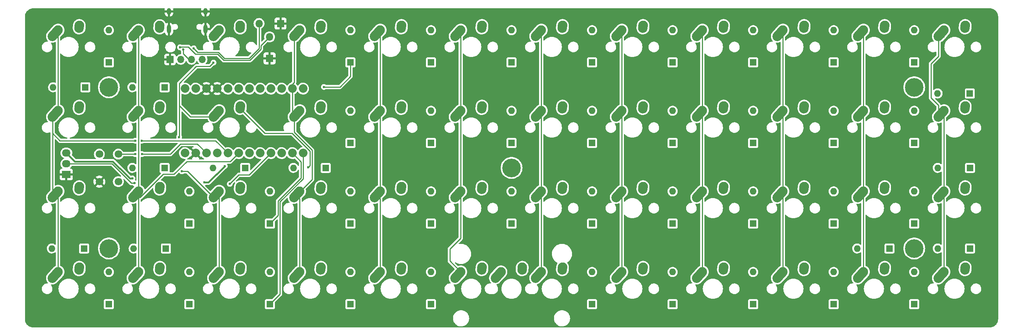
<source format=gtl>
G04 #@! TF.GenerationSoftware,KiCad,Pcbnew,(6.0.2)*
G04 #@! TF.CreationDate,2022-04-02T12:37:14+05:30*
G04 #@! TF.ProjectId,Contra,436f6e74-7261-42e6-9b69-6361645f7063,rev?*
G04 #@! TF.SameCoordinates,Original*
G04 #@! TF.FileFunction,Copper,L1,Top*
G04 #@! TF.FilePolarity,Positive*
%FSLAX46Y46*%
G04 Gerber Fmt 4.6, Leading zero omitted, Abs format (unit mm)*
G04 Created by KiCad (PCBNEW (6.0.2)) date 2022-04-02 12:37:14*
%MOMM*%
%LPD*%
G01*
G04 APERTURE LIST*
G04 Aperture macros list*
%AMHorizOval*
0 Thick line with rounded ends*
0 $1 width*
0 $2 $3 position (X,Y) of the first rounded end (center of the circle)*
0 $4 $5 position (X,Y) of the second rounded end (center of the circle)*
0 Add line between two ends*
20,1,$1,$2,$3,$4,$5,0*
0 Add two circle primitives to create the rounded ends*
1,1,$1,$2,$3*
1,1,$1,$4,$5*%
G04 Aperture macros list end*
G04 #@! TA.AperFunction,ComponentPad*
%ADD10C,2.250000*%
G04 #@! TD*
G04 #@! TA.AperFunction,ComponentPad*
%ADD11HorizOval,2.250000X0.655001X0.730000X-0.655001X-0.730000X0*%
G04 #@! TD*
G04 #@! TA.AperFunction,ComponentPad*
%ADD12HorizOval,2.250000X0.020000X0.290000X-0.020000X-0.290000X0*%
G04 #@! TD*
G04 #@! TA.AperFunction,ComponentPad*
%ADD13C,0.700000*%
G04 #@! TD*
G04 #@! TA.AperFunction,ComponentPad*
%ADD14C,4.400000*%
G04 #@! TD*
G04 #@! TA.AperFunction,ComponentPad*
%ADD15R,1.600000X1.600000*%
G04 #@! TD*
G04 #@! TA.AperFunction,ComponentPad*
%ADD16O,1.600000X1.600000*%
G04 #@! TD*
G04 #@! TA.AperFunction,ComponentPad*
%ADD17R,1.700000X1.700000*%
G04 #@! TD*
G04 #@! TA.AperFunction,ComponentPad*
%ADD18O,1.700000X1.700000*%
G04 #@! TD*
G04 #@! TA.AperFunction,ComponentPad*
%ADD19R,1.800000X1.800000*%
G04 #@! TD*
G04 #@! TA.AperFunction,ComponentPad*
%ADD20O,1.800000X1.800000*%
G04 #@! TD*
G04 #@! TA.AperFunction,ComponentPad*
%ADD21R,2.030000X1.730000*%
G04 #@! TD*
G04 #@! TA.AperFunction,ComponentPad*
%ADD22O,2.030000X1.730000*%
G04 #@! TD*
G04 #@! TA.AperFunction,ComponentPad*
%ADD23C,2.032000*%
G04 #@! TD*
G04 #@! TA.AperFunction,ComponentPad*
%ADD24C,1.800000*%
G04 #@! TD*
G04 #@! TA.AperFunction,ComponentPad*
%ADD25O,1.000000X2.100000*%
G04 #@! TD*
G04 #@! TA.AperFunction,ComponentPad*
%ADD26O,1.000000X1.600000*%
G04 #@! TD*
G04 #@! TA.AperFunction,ViaPad*
%ADD27C,0.600000*%
G04 #@! TD*
G04 #@! TA.AperFunction,Conductor*
%ADD28C,0.250000*%
G04 #@! TD*
G04 #@! TA.AperFunction,Conductor*
%ADD29C,0.381000*%
G04 #@! TD*
G04 APERTURE END LIST*
D10*
X35600000Y-34100000D03*
D11*
X34945001Y-34830000D03*
D10*
X40640000Y-33020000D03*
D12*
X40620000Y-33310000D03*
D10*
X92750000Y-34100000D03*
D11*
X92095001Y-34830000D03*
D12*
X97770000Y-33310000D03*
D10*
X97790000Y-33020000D03*
D11*
X111145001Y-34830000D03*
D10*
X111800000Y-34100000D03*
X116840000Y-33020000D03*
D12*
X116820000Y-33310000D03*
D10*
X130850000Y-34100000D03*
D11*
X130195001Y-34830000D03*
D10*
X135890000Y-33020000D03*
D12*
X135870000Y-33310000D03*
D11*
X149245001Y-34830000D03*
D10*
X149900000Y-34100000D03*
X154940000Y-33020000D03*
D12*
X154920000Y-33310000D03*
D10*
X168950000Y-34100000D03*
D11*
X168295001Y-34830000D03*
D10*
X173990000Y-33020000D03*
D12*
X173970000Y-33310000D03*
D10*
X188000000Y-34100000D03*
D11*
X187345001Y-34830000D03*
D12*
X193020000Y-33310000D03*
D10*
X193040000Y-33020000D03*
D11*
X206395001Y-34830000D03*
D10*
X207050000Y-34100000D03*
X212090000Y-33020000D03*
D12*
X212070000Y-33310000D03*
D11*
X225445001Y-34830000D03*
D10*
X226100000Y-34100000D03*
D12*
X231120000Y-33310000D03*
D10*
X231140000Y-33020000D03*
X245150000Y-34100000D03*
D11*
X244495001Y-34830000D03*
D10*
X250190000Y-33020000D03*
D12*
X250170000Y-33310000D03*
D11*
X34945001Y-53880000D03*
D10*
X35600000Y-53150000D03*
X40640000Y-52070000D03*
D12*
X40620000Y-52360000D03*
D10*
X54650000Y-53150000D03*
D11*
X53995001Y-53880000D03*
D12*
X59670000Y-52360000D03*
D10*
X59690000Y-52070000D03*
X73700000Y-53150000D03*
D11*
X73045001Y-53880000D03*
D10*
X78740000Y-52070000D03*
D12*
X78720000Y-52360000D03*
D10*
X92750000Y-53150000D03*
D11*
X92095001Y-53880000D03*
D10*
X97790000Y-52070000D03*
D12*
X97770000Y-52360000D03*
D11*
X111145001Y-53880000D03*
D10*
X111800000Y-53150000D03*
D12*
X116820000Y-52360000D03*
D10*
X116840000Y-52070000D03*
X130850000Y-53150000D03*
D11*
X130195001Y-53880000D03*
D10*
X135890000Y-52070000D03*
D12*
X135870000Y-52360000D03*
D10*
X149900000Y-53150000D03*
D11*
X149245001Y-53880000D03*
D12*
X154920000Y-52360000D03*
D10*
X154940000Y-52070000D03*
D11*
X168295001Y-53880000D03*
D10*
X168950000Y-53150000D03*
X173990000Y-52070000D03*
D12*
X173970000Y-52360000D03*
D11*
X187345001Y-53880000D03*
D10*
X188000000Y-53150000D03*
D12*
X193020000Y-52360000D03*
D10*
X193040000Y-52070000D03*
D11*
X206395001Y-53880000D03*
D10*
X207050000Y-53150000D03*
X212090000Y-52070000D03*
D12*
X212070000Y-52360000D03*
D10*
X226100000Y-53150000D03*
D11*
X225445001Y-53880000D03*
D12*
X231120000Y-52360000D03*
D10*
X231140000Y-52070000D03*
D11*
X244495001Y-53880000D03*
D10*
X245150000Y-53150000D03*
D12*
X250170000Y-52360000D03*
D10*
X250190000Y-52070000D03*
X35600000Y-72200000D03*
D11*
X34945001Y-72930000D03*
D12*
X40620000Y-71410000D03*
D10*
X40640000Y-71120000D03*
X54650000Y-72200000D03*
D11*
X53995001Y-72930000D03*
D12*
X59670000Y-71410000D03*
D10*
X59690000Y-71120000D03*
D11*
X73045001Y-72930000D03*
D10*
X73700000Y-72200000D03*
D12*
X78720000Y-71410000D03*
D10*
X78740000Y-71120000D03*
X92750000Y-72200000D03*
D11*
X92095001Y-72930000D03*
D10*
X97790000Y-71120000D03*
D12*
X97770000Y-71410000D03*
D10*
X111800000Y-72200000D03*
D11*
X111145001Y-72930000D03*
D10*
X116840000Y-71120000D03*
D12*
X116820000Y-71410000D03*
D10*
X130850000Y-72200000D03*
D11*
X130195001Y-72930000D03*
D10*
X135890000Y-71120000D03*
D12*
X135870000Y-71410000D03*
D11*
X149245001Y-72930000D03*
D10*
X149900000Y-72200000D03*
X154940000Y-71120000D03*
D12*
X154920000Y-71410000D03*
D11*
X168295001Y-72930000D03*
D10*
X168950000Y-72200000D03*
X173990000Y-71120000D03*
D12*
X173970000Y-71410000D03*
D11*
X187345001Y-72930000D03*
D10*
X188000000Y-72200000D03*
D12*
X193020000Y-71410000D03*
D10*
X193040000Y-71120000D03*
X207050000Y-72200000D03*
D11*
X206395001Y-72930000D03*
D10*
X212090000Y-71120000D03*
D12*
X212070000Y-71410000D03*
D10*
X226100000Y-72200000D03*
D11*
X225445001Y-72930000D03*
D12*
X231120000Y-71410000D03*
D10*
X231140000Y-71120000D03*
D11*
X244495001Y-72930000D03*
D10*
X245150000Y-72200000D03*
X250190000Y-71120000D03*
D12*
X250170000Y-71410000D03*
D11*
X34945001Y-91980000D03*
D10*
X35600000Y-91250000D03*
X40640000Y-90170000D03*
D12*
X40620000Y-90460000D03*
D10*
X54650000Y-91250000D03*
D11*
X53995001Y-91980000D03*
D10*
X59690000Y-90170000D03*
D12*
X59670000Y-90460000D03*
D10*
X73700000Y-91250000D03*
D11*
X73045001Y-91980000D03*
D12*
X78720000Y-90460000D03*
D10*
X78740000Y-90170000D03*
X92750000Y-91250000D03*
D11*
X92095001Y-91980000D03*
D10*
X97790000Y-90170000D03*
D12*
X97770000Y-90460000D03*
D10*
X111800000Y-91250000D03*
D11*
X111145001Y-91980000D03*
D10*
X116840000Y-90170000D03*
D12*
X116820000Y-90460000D03*
D10*
X130850000Y-91250000D03*
D11*
X130195001Y-91980000D03*
D12*
X135870000Y-90460000D03*
D10*
X135890000Y-90170000D03*
D11*
X149245001Y-91980000D03*
D10*
X149900000Y-91250000D03*
X154940000Y-90170000D03*
D12*
X154920000Y-90460000D03*
D10*
X168950000Y-91250000D03*
D11*
X168295001Y-91980000D03*
D12*
X173970000Y-90460000D03*
D10*
X173990000Y-90170000D03*
D11*
X187345001Y-91980000D03*
D10*
X188000000Y-91250000D03*
D12*
X193020000Y-90460000D03*
D10*
X193040000Y-90170000D03*
D11*
X206395001Y-91980000D03*
D10*
X207050000Y-91250000D03*
X212090000Y-90170000D03*
D12*
X212070000Y-90460000D03*
D10*
X226100000Y-91250000D03*
D11*
X225445001Y-91980000D03*
D12*
X231120000Y-90460000D03*
D10*
X231140000Y-90170000D03*
X245150000Y-91250000D03*
D11*
X244495001Y-91980000D03*
D12*
X250170000Y-90460000D03*
D10*
X250190000Y-90170000D03*
D11*
X139720001Y-91980000D03*
D10*
X140375000Y-91250000D03*
D12*
X145395000Y-90460000D03*
D10*
X145415000Y-90170000D03*
D13*
X238125000Y-87375000D03*
X239291726Y-86891726D03*
X239775000Y-85725000D03*
X236958274Y-84558274D03*
X238125000Y-84075000D03*
D14*
X238125000Y-85725000D03*
D13*
X236958274Y-86891726D03*
X236475000Y-85725000D03*
X239291726Y-84558274D03*
X238125000Y-45975000D03*
X238125000Y-49275000D03*
X236958274Y-48791726D03*
X239775000Y-47625000D03*
X236475000Y-47625000D03*
X239291726Y-46458274D03*
D14*
X238125000Y-47625000D03*
D13*
X239291726Y-48791726D03*
X236958274Y-46458274D03*
X141708274Y-65508274D03*
X144041726Y-67841726D03*
X144041726Y-65508274D03*
X142875000Y-65025000D03*
X141708274Y-67841726D03*
X142875000Y-68325000D03*
X144525000Y-66675000D03*
X141225000Y-66675000D03*
D14*
X142875000Y-66675000D03*
D13*
X46458274Y-48791726D03*
X49275000Y-47625000D03*
X45975000Y-47625000D03*
D14*
X47625000Y-47625000D03*
D13*
X47625000Y-49275000D03*
X47625000Y-45975000D03*
X48791726Y-48791726D03*
X46458274Y-46458274D03*
X48791726Y-46458274D03*
X46458274Y-84558274D03*
D14*
X47625000Y-85725000D03*
D13*
X45975000Y-85725000D03*
X48791726Y-84558274D03*
X49275000Y-85725000D03*
X48791726Y-86891726D03*
X47625000Y-84075000D03*
X46458274Y-86891726D03*
X47625000Y-87375000D03*
D15*
X47625000Y-41751250D03*
D16*
X47625000Y-34131250D03*
D15*
X60801250Y-47625000D03*
D16*
X53181250Y-47625000D03*
D15*
X79851250Y-66675000D03*
D16*
X72231250Y-66675000D03*
D15*
X104775000Y-41751250D03*
D16*
X104775000Y-34131250D03*
D15*
X123825000Y-41751250D03*
D16*
X123825000Y-34131250D03*
D15*
X142875000Y-41751250D03*
D16*
X142875000Y-34131250D03*
D15*
X161925000Y-41751250D03*
D16*
X161925000Y-34131250D03*
D15*
X180975000Y-41751250D03*
D16*
X180975000Y-34131250D03*
D15*
X200025000Y-41751250D03*
D16*
X200025000Y-34131250D03*
D15*
X219075000Y-41751250D03*
D16*
X219075000Y-34131250D03*
D15*
X238125000Y-41751250D03*
D16*
X238125000Y-34131250D03*
D15*
X251279660Y-49075340D03*
D16*
X243659660Y-49075340D03*
D15*
X42068750Y-47625000D03*
D16*
X34448750Y-47625000D03*
D15*
X60801250Y-66675000D03*
D16*
X53181250Y-66675000D03*
D15*
X98901250Y-66675000D03*
D16*
X91281250Y-66675000D03*
D15*
X104775000Y-60801250D03*
D16*
X104775000Y-53181250D03*
D15*
X123825000Y-60801250D03*
D16*
X123825000Y-53181250D03*
D15*
X142875000Y-60801250D03*
D16*
X142875000Y-53181250D03*
D15*
X161925000Y-60801250D03*
D16*
X161925000Y-53181250D03*
D15*
X180975000Y-60801250D03*
D16*
X180975000Y-53181250D03*
D15*
X200025000Y-60801250D03*
D16*
X200025000Y-53181250D03*
D15*
X219075000Y-60801250D03*
D16*
X219075000Y-53181250D03*
D15*
X238125000Y-60801250D03*
D16*
X238125000Y-53181250D03*
D15*
X251301250Y-66675000D03*
D16*
X243681250Y-66675000D03*
D15*
X61118750Y-85725000D03*
D16*
X53498750Y-85725000D03*
D15*
X66675000Y-79851250D03*
D16*
X66675000Y-72231250D03*
D15*
X85725000Y-79851250D03*
D16*
X85725000Y-72231250D03*
D15*
X104775000Y-79851250D03*
D16*
X104775000Y-72231250D03*
D15*
X123825000Y-79851250D03*
D16*
X123825000Y-72231250D03*
D15*
X142875000Y-79851250D03*
D16*
X142875000Y-72231250D03*
D15*
X161925000Y-79851250D03*
D16*
X161925000Y-72231250D03*
D15*
X180975000Y-79851250D03*
D16*
X180975000Y-72231250D03*
D15*
X200025000Y-79851250D03*
D16*
X200025000Y-72231250D03*
D15*
X219075000Y-79851250D03*
D16*
X219075000Y-72231250D03*
D15*
X232251250Y-85725000D03*
D16*
X224631250Y-85725000D03*
D15*
X238125000Y-79851250D03*
D16*
X238125000Y-72231250D03*
D15*
X41751250Y-85725000D03*
D16*
X34131250Y-85725000D03*
D15*
X47625000Y-98901250D03*
D16*
X47625000Y-91281250D03*
D15*
X66675000Y-98901250D03*
D16*
X66675000Y-91281250D03*
D15*
X85725000Y-98901250D03*
D16*
X85725000Y-91281250D03*
D15*
X104775000Y-98901250D03*
D16*
X104775000Y-91281250D03*
D15*
X123825000Y-98901250D03*
D16*
X123825000Y-91281250D03*
D15*
X161925000Y-98901250D03*
D16*
X161925000Y-91281250D03*
D15*
X180975000Y-98901250D03*
D16*
X180975000Y-91281250D03*
D15*
X200025000Y-98901250D03*
D16*
X200025000Y-91281250D03*
D15*
X219075000Y-98901250D03*
D16*
X219075000Y-91281250D03*
D15*
X238125000Y-98901250D03*
D16*
X238125000Y-91281250D03*
D15*
X251301250Y-85725000D03*
D16*
X243681250Y-85725000D03*
D17*
X62097920Y-41041320D03*
D18*
X64637920Y-41041320D03*
X67177920Y-41041320D03*
X69717920Y-41041320D03*
D10*
X54629680Y-34120320D03*
D11*
X53974681Y-34850320D03*
D10*
X59669680Y-33040320D03*
D12*
X59649680Y-33330320D03*
D10*
X73689840Y-34120320D03*
D11*
X73034841Y-34850320D03*
D12*
X78709840Y-33330320D03*
D10*
X78729840Y-33040320D03*
D19*
X85636100Y-40789860D03*
D20*
X85636100Y-35709860D03*
D19*
X88221820Y-32550100D03*
D20*
X83141820Y-32550100D03*
D21*
X37566600Y-68224400D03*
D22*
X37566600Y-65684400D03*
X37566600Y-63144400D03*
D23*
X65623440Y-47934880D03*
X68163440Y-47934880D03*
X70703440Y-47934880D03*
X73243440Y-47934880D03*
X75783440Y-47934880D03*
X78323440Y-47934880D03*
X80863440Y-47934880D03*
X83403440Y-47934880D03*
X85943440Y-47934880D03*
X88483440Y-47934880D03*
X91023440Y-47934880D03*
X93563440Y-47934880D03*
X93563440Y-63174880D03*
X91023440Y-63174880D03*
X88483440Y-63174880D03*
X85943440Y-63174880D03*
X83403440Y-63174880D03*
X80863440Y-63174880D03*
X78323440Y-63174880D03*
X75783440Y-63174880D03*
X73243440Y-63174880D03*
X70703440Y-63174880D03*
X68163440Y-63174880D03*
X65623440Y-63174880D03*
D24*
X49875000Y-63425000D03*
X45375000Y-69925000D03*
X45375000Y-63425000D03*
X49875000Y-69925000D03*
D25*
X61831760Y-33864000D03*
X70471760Y-33864000D03*
D26*
X70471760Y-29684000D03*
X61831760Y-29684000D03*
D27*
X98496120Y-47541180D03*
X94749620Y-66570860D03*
X53883560Y-60251340D03*
X55417720Y-60251340D03*
X64249300Y-59380120D03*
X72379840Y-41780460D03*
X64886840Y-67480180D03*
X53877280Y-63425000D03*
X55467320Y-63425000D03*
X252201680Y-63939420D03*
X210253580Y-61813440D03*
X60121800Y-61981080D03*
X91960700Y-68513960D03*
X84714080Y-67190620D03*
X158173420Y-49138840D03*
X89885520Y-70545960D03*
X53187600Y-69164200D03*
X70205600Y-70129400D03*
X75031600Y-66243200D03*
X76225400Y-70459600D03*
X53721000Y-70281800D03*
X65232280Y-38699440D03*
X67693540Y-38420040D03*
X64472820Y-38176200D03*
D28*
X104775000Y-45051980D02*
X104775000Y-41751250D01*
X102285800Y-47541180D02*
X104775000Y-45051980D01*
X98496120Y-47541180D02*
X102285800Y-47541180D01*
X94749620Y-66570860D02*
X94749620Y-66570860D01*
X90989991Y-58454001D02*
X95226710Y-62690720D01*
X78700000Y-52650000D02*
X84504001Y-58454001D01*
X95226710Y-66093770D02*
X94749620Y-66570860D01*
X95226710Y-62690720D02*
X95226710Y-66093770D01*
X84504001Y-58454001D02*
X90989991Y-58454001D01*
X93091000Y-69037200D02*
X93091000Y-65242440D01*
X87662590Y-77913660D02*
X87662590Y-74465610D01*
X85725000Y-79851250D02*
X87662590Y-77913660D01*
X93091000Y-65242440D02*
X91023440Y-63174880D01*
X87662590Y-74465610D02*
X93091000Y-69037200D01*
X93563440Y-63174880D02*
X93563440Y-69240558D01*
X93563440Y-69240558D02*
X88112600Y-74691398D01*
X88112600Y-96513650D02*
X85725000Y-98901250D01*
X88112600Y-74691398D02*
X88112600Y-96513650D01*
X35600000Y-39031974D02*
X35600000Y-53150000D01*
X72859900Y-60251340D02*
X75783440Y-63174880D01*
X34290000Y-58493660D02*
X34290000Y-73660000D01*
X55417720Y-60251340D02*
X72859900Y-60251340D01*
X35600000Y-34100000D02*
X35600000Y-39031974D01*
X53883560Y-60251340D02*
X36047680Y-60251340D01*
X34290000Y-54610000D02*
X34290000Y-58493660D01*
X36047680Y-60251340D02*
X34290000Y-58493660D01*
X35600000Y-72200000D02*
X35600000Y-91250000D01*
X54650000Y-53150000D02*
X54650000Y-72200000D01*
X76327000Y-65171320D02*
X78323440Y-63174880D01*
X60480238Y-68183760D02*
X62458600Y-68183760D01*
X53340000Y-73660000D02*
X55003998Y-73660000D01*
X55003998Y-73660000D02*
X60480238Y-68183760D01*
X54650000Y-73790990D02*
X54650000Y-91250000D01*
X54650000Y-72200000D02*
X54650000Y-73790990D01*
X54650000Y-34100000D02*
X54650000Y-47821252D01*
X54650000Y-47821252D02*
X54650000Y-51181000D01*
X66067940Y-65171320D02*
X76327000Y-65171320D01*
X63055500Y-68183760D02*
X66067940Y-65171320D01*
X54650000Y-51181000D02*
X54650000Y-53150000D01*
X62458600Y-68183760D02*
X63055500Y-68183760D01*
X64249300Y-59380120D02*
X64249300Y-59380120D01*
X72379840Y-41780460D02*
X72379840Y-41780460D01*
X68308458Y-42679620D02*
X71480680Y-42679620D01*
X64282439Y-59346981D02*
X64249300Y-59380120D01*
X64282439Y-46705639D02*
X68308458Y-42679620D01*
X64282439Y-51932959D02*
X64282439Y-59346981D01*
X72390000Y-54610000D02*
X66959480Y-54610000D01*
X71480680Y-42679620D02*
X72379840Y-41780460D01*
X72390000Y-54610000D02*
X69019420Y-54610000D01*
X64886840Y-67480180D02*
X66210180Y-67480180D01*
X64282439Y-51932959D02*
X64282439Y-46705639D01*
X73700000Y-72200000D02*
X73700000Y-91250000D01*
X66210180Y-67480180D02*
X72390000Y-73660000D01*
X66959480Y-54610000D02*
X64282439Y-51932959D01*
X92750000Y-73954000D02*
X92456000Y-73660000D01*
X91023440Y-46868080D02*
X91440000Y-46451520D01*
X91440000Y-46451520D02*
X91440000Y-42946320D01*
X91023440Y-54193440D02*
X91440000Y-54610000D01*
X91023440Y-47934880D02*
X91023440Y-46868080D01*
X92456000Y-35560000D02*
X91440000Y-35560000D01*
X91440000Y-42946320D02*
X91440000Y-35560000D01*
X92750000Y-91250000D02*
X92750000Y-73954000D01*
X95676720Y-69423280D02*
X95676720Y-62504320D01*
X91440000Y-58267600D02*
X91440000Y-54610000D01*
X92456000Y-73660000D02*
X91440000Y-73660000D01*
X91440000Y-54610000D02*
X91648280Y-54610000D01*
X95676720Y-62504320D02*
X91440000Y-58267600D01*
X91023440Y-47934880D02*
X91023440Y-54193440D01*
X92750000Y-72350000D02*
X91440000Y-73660000D01*
X91440000Y-73660000D02*
X95676720Y-69423280D01*
X111800000Y-53150000D02*
X111800000Y-72350000D01*
X111800000Y-73954000D02*
X111506000Y-73660000D01*
X111506000Y-73660000D02*
X110490000Y-73660000D01*
X111800000Y-72350000D02*
X110490000Y-73660000D01*
X111800000Y-91250000D02*
X111800000Y-73954000D01*
X111800000Y-53150000D02*
X111800000Y-34100000D01*
X128270000Y-85852000D02*
X130850000Y-83272000D01*
X128270000Y-88670000D02*
X128270000Y-85852000D01*
X130850000Y-82931000D02*
X130850000Y-72200000D01*
X130850000Y-53150000D02*
X130850000Y-72200000D01*
X130850000Y-83272000D02*
X130850000Y-82931000D01*
X130850000Y-91250000D02*
X128270000Y-88670000D01*
X130850000Y-34100000D02*
X130850000Y-53150000D01*
X149900000Y-89659010D02*
X149900000Y-72200000D01*
X149900000Y-91250000D02*
X149900000Y-89659010D01*
X149900000Y-72200000D02*
X149900000Y-53150000D01*
X149900000Y-34100000D02*
X149900000Y-53150000D01*
X168950000Y-89659010D02*
X168950000Y-72200000D01*
X168950000Y-72200000D02*
X168950000Y-70609010D01*
X168950000Y-91250000D02*
X168950000Y-89659010D01*
X168950000Y-70609010D02*
X168950000Y-53150000D01*
X168950000Y-37168026D02*
X168950000Y-34100000D01*
X168950000Y-53150000D02*
X168950000Y-37168026D01*
X188000000Y-72200000D02*
X188000000Y-91250000D01*
X188000000Y-53150000D02*
X188000000Y-72200000D01*
X188000000Y-34100000D02*
X188000000Y-53150000D01*
X207050000Y-53150000D02*
X207050000Y-34100000D01*
X207050000Y-91250000D02*
X207050000Y-72200000D01*
X207050000Y-70609010D02*
X207050000Y-53150000D01*
X207050000Y-72200000D02*
X207050000Y-70609010D01*
X226100000Y-53150000D02*
X226100000Y-54740990D01*
X226100000Y-91400000D02*
X224790000Y-92710000D01*
X226100000Y-54740990D02*
X226100000Y-72200000D01*
X226100000Y-72200000D02*
X226100000Y-91400000D01*
X226100000Y-34100000D02*
X226100000Y-53150000D01*
X242095020Y-50111660D02*
X242095020Y-42054780D01*
X243840000Y-51856640D02*
X242095020Y-50111660D01*
X243840000Y-54610000D02*
X243840000Y-51856640D01*
X245150000Y-72200000D02*
X245150000Y-73790990D01*
X242095020Y-42054780D02*
X243840000Y-40309800D01*
X243840000Y-40309800D02*
X243840000Y-35560000D01*
X245150000Y-53150000D02*
X245150000Y-72200000D01*
X245150000Y-73790990D02*
X245150000Y-91250000D01*
X245150000Y-34100000D02*
X245150000Y-35690990D01*
X53877280Y-63425000D02*
X53877280Y-63425000D01*
X64576960Y-61010800D02*
X68539360Y-61010800D01*
X68539360Y-61010800D02*
X70703440Y-63174880D01*
X55467320Y-63425000D02*
X62162760Y-63425000D01*
X49875000Y-63425000D02*
X53877280Y-63425000D01*
X62162760Y-63425000D02*
X64576960Y-61010800D01*
D29*
X52603400Y-69164200D02*
X53187600Y-69164200D01*
X48590200Y-65151000D02*
X51816000Y-68376800D01*
X37566600Y-63144400D02*
X39573200Y-65151000D01*
X39573200Y-65151000D02*
X48590200Y-65151000D01*
X71145400Y-70129400D02*
X75031600Y-66243200D01*
X70205600Y-70129400D02*
X71145400Y-70129400D01*
X51816000Y-68376800D02*
X52603400Y-69164200D01*
D28*
X37566600Y-65684400D02*
X48361600Y-65684400D01*
X76225400Y-70459600D02*
X78384400Y-68300600D01*
X78384400Y-68300600D02*
X80817720Y-68300600D01*
X48361600Y-65684400D02*
X52959000Y-70281800D01*
X80817720Y-68300600D02*
X85943440Y-63174880D01*
X52959000Y-70281800D02*
X53721000Y-70281800D01*
X65232280Y-39664640D02*
X66608960Y-41041320D01*
X65232280Y-38699440D02*
X65232280Y-39664640D01*
X66608960Y-41041320D02*
X67177920Y-41041320D01*
X73513801Y-39320321D02*
X74970640Y-40777160D01*
X68593821Y-39320321D02*
X73513801Y-39320321D01*
X80792320Y-40777160D02*
X83141820Y-38427660D01*
X74970640Y-40777160D02*
X80792320Y-40777160D01*
X67693540Y-38420040D02*
X68593821Y-39320321D01*
X83141820Y-38427660D02*
X83141820Y-32550100D01*
X64472820Y-38176200D02*
X64574581Y-38074439D01*
X73327401Y-39770331D02*
X74784240Y-41227170D01*
X83591830Y-37754130D02*
X85636100Y-35709860D01*
X74784240Y-41227170D02*
X80978721Y-41227169D01*
X80978721Y-41227169D02*
X83591830Y-38614060D01*
X66422937Y-38074439D02*
X68118829Y-39770331D01*
X83591830Y-38614060D02*
X83591830Y-37754130D01*
X64574581Y-38074439D02*
X66422937Y-38074439D01*
X68118829Y-39770331D02*
X73327401Y-39770331D01*
G04 #@! TA.AperFunction,Conductor*
G36*
X60805948Y-28976002D02*
G01*
X60852441Y-29029658D01*
X60862545Y-29099932D01*
X60857929Y-29120099D01*
X60842879Y-29167541D01*
X60840330Y-29179532D01*
X60824153Y-29323761D01*
X60823760Y-29330785D01*
X60823760Y-29411885D01*
X60828235Y-29427124D01*
X60829625Y-29428329D01*
X60837308Y-29430000D01*
X62821645Y-29430000D01*
X62836884Y-29425525D01*
X62838089Y-29424135D01*
X62839760Y-29416452D01*
X62839760Y-29337343D01*
X62839459Y-29331195D01*
X62825948Y-29193397D01*
X62823565Y-29181362D01*
X62804561Y-29118418D01*
X62804020Y-29047424D01*
X62841948Y-28987407D01*
X62906302Y-28957423D01*
X62925183Y-28956000D01*
X69377827Y-28956000D01*
X69445948Y-28976002D01*
X69492441Y-29029658D01*
X69502545Y-29099932D01*
X69497929Y-29120099D01*
X69482879Y-29167541D01*
X69480330Y-29179532D01*
X69464153Y-29323761D01*
X69463760Y-29330785D01*
X69463760Y-29411885D01*
X69468235Y-29427124D01*
X69469625Y-29428329D01*
X69477308Y-29430000D01*
X71461645Y-29430000D01*
X71476884Y-29425525D01*
X71478089Y-29424135D01*
X71479760Y-29416452D01*
X71479760Y-29337343D01*
X71479459Y-29331195D01*
X71465948Y-29193397D01*
X71463565Y-29181362D01*
X71444561Y-29118418D01*
X71444020Y-29047424D01*
X71481948Y-28987407D01*
X71546302Y-28957423D01*
X71565183Y-28956000D01*
X255944473Y-28956000D01*
X255964183Y-28957551D01*
X255984375Y-28960749D01*
X255994168Y-28959198D01*
X256000280Y-28959198D01*
X256019633Y-28958311D01*
X256237216Y-28972572D01*
X256253557Y-28974723D01*
X256493982Y-29022547D01*
X256509901Y-29026813D01*
X256742013Y-29105604D01*
X256757241Y-29111911D01*
X256977096Y-29220332D01*
X256991369Y-29228573D01*
X257195180Y-29364755D01*
X257208256Y-29374788D01*
X257392556Y-29536415D01*
X257404210Y-29548069D01*
X257565837Y-29732369D01*
X257575870Y-29745445D01*
X257712052Y-29949256D01*
X257720293Y-29963529D01*
X257828714Y-30183384D01*
X257835021Y-30198612D01*
X257913812Y-30430724D01*
X257918078Y-30446643D01*
X257965902Y-30687068D01*
X257968053Y-30703409D01*
X257982314Y-30920992D01*
X257981427Y-30940345D01*
X257981427Y-30946457D01*
X257979876Y-30956250D01*
X257981427Y-30966042D01*
X257983074Y-30976441D01*
X257984625Y-30996152D01*
X257984625Y-102353848D01*
X257983074Y-102373558D01*
X257979876Y-102393750D01*
X257981427Y-102403543D01*
X257981427Y-102409655D01*
X257982314Y-102429008D01*
X257968053Y-102646591D01*
X257965902Y-102662932D01*
X257918078Y-102903357D01*
X257913812Y-102919276D01*
X257835021Y-103151388D01*
X257828714Y-103166616D01*
X257720293Y-103386471D01*
X257712052Y-103400744D01*
X257575870Y-103604555D01*
X257565837Y-103617631D01*
X257404210Y-103801931D01*
X257392556Y-103813585D01*
X257208256Y-103975212D01*
X257195180Y-103985245D01*
X256991369Y-104121427D01*
X256977096Y-104129668D01*
X256757241Y-104238089D01*
X256742013Y-104244396D01*
X256509901Y-104323187D01*
X256493982Y-104327453D01*
X256253557Y-104375277D01*
X256237216Y-104377428D01*
X256019633Y-104391689D01*
X256000280Y-104390802D01*
X255994168Y-104390802D01*
X255984375Y-104389251D01*
X255964184Y-104392449D01*
X255944473Y-104394000D01*
X29805527Y-104394000D01*
X29785816Y-104392449D01*
X29765625Y-104389251D01*
X29755832Y-104390802D01*
X29749720Y-104390802D01*
X29730367Y-104391689D01*
X29512784Y-104377428D01*
X29496443Y-104375277D01*
X29256018Y-104327453D01*
X29240099Y-104323187D01*
X29007987Y-104244396D01*
X28992759Y-104238089D01*
X28772904Y-104129668D01*
X28758631Y-104121427D01*
X28554820Y-103985245D01*
X28541744Y-103975212D01*
X28357444Y-103813585D01*
X28345790Y-103801931D01*
X28184163Y-103617631D01*
X28174130Y-103604555D01*
X28037948Y-103400744D01*
X28029707Y-103386471D01*
X27921286Y-103166616D01*
X27914979Y-103151388D01*
X27836188Y-102919276D01*
X27831922Y-102903357D01*
X27784098Y-102662932D01*
X27781947Y-102646591D01*
X27767686Y-102429008D01*
X27768573Y-102409655D01*
X27768573Y-102403543D01*
X27770124Y-102393750D01*
X27766926Y-102373558D01*
X27765375Y-102353848D01*
X27765375Y-102278346D01*
X129026895Y-102278346D01*
X129053159Y-102553628D01*
X129054243Y-102558058D01*
X129054244Y-102558064D01*
X129089835Y-102703511D01*
X129118887Y-102822235D01*
X129120602Y-102826470D01*
X129120603Y-102826472D01*
X129189106Y-102995598D01*
X129222701Y-103078540D01*
X129362427Y-103317174D01*
X129535138Y-103533139D01*
X129737216Y-103721909D01*
X129964427Y-103879531D01*
X130091618Y-103942807D01*
X130207925Y-104000670D01*
X130207928Y-104000671D01*
X130212012Y-104002703D01*
X130474785Y-104088844D01*
X130479276Y-104089624D01*
X130479277Y-104089624D01*
X130743459Y-104135494D01*
X130743467Y-104135495D01*
X130747240Y-104136150D01*
X130751077Y-104136341D01*
X130833047Y-104140422D01*
X130833055Y-104140422D01*
X130834618Y-104140500D01*
X131007247Y-104140500D01*
X131009515Y-104140335D01*
X131009527Y-104140335D01*
X131143051Y-104130646D01*
X131212807Y-104125585D01*
X131217262Y-104124601D01*
X131217265Y-104124601D01*
X131478379Y-104066952D01*
X131478382Y-104066951D01*
X131482835Y-104065968D01*
X131741430Y-103967996D01*
X131983173Y-103833719D01*
X132037524Y-103792240D01*
X132199375Y-103668720D01*
X132199379Y-103668716D01*
X132203000Y-103665953D01*
X132256305Y-103611425D01*
X132393120Y-103471469D01*
X132396306Y-103468210D01*
X132559043Y-103244633D01*
X132687800Y-102999906D01*
X132779881Y-102739155D01*
X132833356Y-102467843D01*
X132836851Y-102397634D01*
X132842790Y-102278346D01*
X152902895Y-102278346D01*
X152929159Y-102553628D01*
X152930243Y-102558058D01*
X152930244Y-102558064D01*
X152965835Y-102703511D01*
X152994887Y-102822235D01*
X152996602Y-102826470D01*
X152996603Y-102826472D01*
X153065106Y-102995598D01*
X153098701Y-103078540D01*
X153238427Y-103317174D01*
X153411138Y-103533139D01*
X153613216Y-103721909D01*
X153840427Y-103879531D01*
X153967618Y-103942807D01*
X154083925Y-104000670D01*
X154083928Y-104000671D01*
X154088012Y-104002703D01*
X154350785Y-104088844D01*
X154355276Y-104089624D01*
X154355277Y-104089624D01*
X154619459Y-104135494D01*
X154619467Y-104135495D01*
X154623240Y-104136150D01*
X154627077Y-104136341D01*
X154709047Y-104140422D01*
X154709055Y-104140422D01*
X154710618Y-104140500D01*
X154883247Y-104140500D01*
X154885515Y-104140335D01*
X154885527Y-104140335D01*
X155019051Y-104130646D01*
X155088807Y-104125585D01*
X155093262Y-104124601D01*
X155093265Y-104124601D01*
X155354379Y-104066952D01*
X155354382Y-104066951D01*
X155358835Y-104065968D01*
X155617430Y-103967996D01*
X155859173Y-103833719D01*
X155913524Y-103792240D01*
X156075375Y-103668720D01*
X156075379Y-103668716D01*
X156079000Y-103665953D01*
X156132305Y-103611425D01*
X156269120Y-103471469D01*
X156272306Y-103468210D01*
X156435043Y-103244633D01*
X156563800Y-102999906D01*
X156655881Y-102739155D01*
X156709356Y-102467843D01*
X156712851Y-102397634D01*
X156722878Y-102196223D01*
X156722878Y-102196217D01*
X156723105Y-102191654D01*
X156696841Y-101916372D01*
X156631113Y-101647765D01*
X156527299Y-101391460D01*
X156387573Y-101152826D01*
X156214862Y-100936861D01*
X156012784Y-100748091D01*
X155785573Y-100590469D01*
X155607752Y-100502004D01*
X155542075Y-100469330D01*
X155542072Y-100469329D01*
X155537988Y-100467297D01*
X155275215Y-100381156D01*
X155270723Y-100380376D01*
X155006541Y-100334506D01*
X155006533Y-100334505D01*
X155002760Y-100333850D01*
X154991785Y-100333304D01*
X154916953Y-100329578D01*
X154916945Y-100329578D01*
X154915382Y-100329500D01*
X154742753Y-100329500D01*
X154740485Y-100329665D01*
X154740473Y-100329665D01*
X154606949Y-100339354D01*
X154537193Y-100344415D01*
X154532738Y-100345399D01*
X154532735Y-100345399D01*
X154271621Y-100403048D01*
X154271618Y-100403049D01*
X154267165Y-100404032D01*
X154008570Y-100502004D01*
X153766827Y-100636281D01*
X153763195Y-100639053D01*
X153550625Y-100801280D01*
X153550621Y-100801284D01*
X153547000Y-100804047D01*
X153353694Y-101001790D01*
X153190957Y-101225367D01*
X153062200Y-101470094D01*
X152970119Y-101730845D01*
X152916644Y-102002157D01*
X152916417Y-102006710D01*
X152916417Y-102006713D01*
X152907211Y-102191654D01*
X152902895Y-102278346D01*
X132842790Y-102278346D01*
X132846878Y-102196223D01*
X132846878Y-102196217D01*
X132847105Y-102191654D01*
X132820841Y-101916372D01*
X132755113Y-101647765D01*
X132651299Y-101391460D01*
X132511573Y-101152826D01*
X132338862Y-100936861D01*
X132136784Y-100748091D01*
X131909573Y-100590469D01*
X131731752Y-100502004D01*
X131666075Y-100469330D01*
X131666072Y-100469329D01*
X131661988Y-100467297D01*
X131399215Y-100381156D01*
X131394723Y-100380376D01*
X131130541Y-100334506D01*
X131130533Y-100334505D01*
X131126760Y-100333850D01*
X131115785Y-100333304D01*
X131040953Y-100329578D01*
X131040945Y-100329578D01*
X131039382Y-100329500D01*
X130866753Y-100329500D01*
X130864485Y-100329665D01*
X130864473Y-100329665D01*
X130730949Y-100339354D01*
X130661193Y-100344415D01*
X130656738Y-100345399D01*
X130656735Y-100345399D01*
X130395621Y-100403048D01*
X130395618Y-100403049D01*
X130391165Y-100404032D01*
X130132570Y-100502004D01*
X129890827Y-100636281D01*
X129887195Y-100639053D01*
X129674625Y-100801280D01*
X129674621Y-100801284D01*
X129671000Y-100804047D01*
X129477694Y-101001790D01*
X129314957Y-101225367D01*
X129186200Y-101470094D01*
X129094119Y-101730845D01*
X129040644Y-102002157D01*
X129040417Y-102006710D01*
X129040417Y-102006713D01*
X129031211Y-102191654D01*
X129026895Y-102278346D01*
X27765375Y-102278346D01*
X27765375Y-99737408D01*
X46443500Y-99737408D01*
X46444170Y-99741956D01*
X46444170Y-99741963D01*
X46453112Y-99802709D01*
X46454538Y-99812394D01*
X46510513Y-99926401D01*
X46600399Y-100016130D01*
X46714503Y-100071905D01*
X46747284Y-100076687D01*
X46784316Y-100082090D01*
X46784320Y-100082090D01*
X46788842Y-100082750D01*
X48461158Y-100082750D01*
X48465706Y-100082080D01*
X48465713Y-100082080D01*
X48526459Y-100073138D01*
X48526461Y-100073137D01*
X48536144Y-100071712D01*
X48544933Y-100067397D01*
X48640803Y-100020327D01*
X48640804Y-100020326D01*
X48650151Y-100015737D01*
X48739880Y-99925851D01*
X48795655Y-99811747D01*
X48800437Y-99778966D01*
X48805840Y-99741934D01*
X48805840Y-99741930D01*
X48806500Y-99737408D01*
X65493500Y-99737408D01*
X65494170Y-99741956D01*
X65494170Y-99741963D01*
X65503112Y-99802709D01*
X65504538Y-99812394D01*
X65560513Y-99926401D01*
X65650399Y-100016130D01*
X65764503Y-100071905D01*
X65797284Y-100076687D01*
X65834316Y-100082090D01*
X65834320Y-100082090D01*
X65838842Y-100082750D01*
X67511158Y-100082750D01*
X67515706Y-100082080D01*
X67515713Y-100082080D01*
X67576459Y-100073138D01*
X67576461Y-100073137D01*
X67586144Y-100071712D01*
X67594933Y-100067397D01*
X67690803Y-100020327D01*
X67690804Y-100020326D01*
X67700151Y-100015737D01*
X67789880Y-99925851D01*
X67845655Y-99811747D01*
X67850437Y-99778966D01*
X67855840Y-99741934D01*
X67855840Y-99741930D01*
X67856500Y-99737408D01*
X67856500Y-98065092D01*
X67846983Y-98000433D01*
X67846888Y-97999791D01*
X67846887Y-97999789D01*
X67845462Y-97990106D01*
X67789487Y-97876099D01*
X67699601Y-97786370D01*
X67585497Y-97730595D01*
X67552716Y-97725813D01*
X67515684Y-97720410D01*
X67515680Y-97720410D01*
X67511158Y-97719750D01*
X65838842Y-97719750D01*
X65834294Y-97720420D01*
X65834287Y-97720420D01*
X65773541Y-97729362D01*
X65773539Y-97729363D01*
X65763856Y-97730788D01*
X65755068Y-97735103D01*
X65755067Y-97735103D01*
X65659197Y-97782173D01*
X65659196Y-97782174D01*
X65649849Y-97786763D01*
X65560120Y-97876649D01*
X65504345Y-97990753D01*
X65502933Y-98000433D01*
X65494165Y-98060537D01*
X65493500Y-98065092D01*
X65493500Y-99737408D01*
X48806500Y-99737408D01*
X48806500Y-98065092D01*
X48796983Y-98000433D01*
X48796888Y-97999791D01*
X48796887Y-97999789D01*
X48795462Y-97990106D01*
X48739487Y-97876099D01*
X48649601Y-97786370D01*
X48535497Y-97730595D01*
X48502716Y-97725813D01*
X48465684Y-97720410D01*
X48465680Y-97720410D01*
X48461158Y-97719750D01*
X46788842Y-97719750D01*
X46784294Y-97720420D01*
X46784287Y-97720420D01*
X46723541Y-97729362D01*
X46723539Y-97729363D01*
X46713856Y-97730788D01*
X46705068Y-97735103D01*
X46705067Y-97735103D01*
X46609197Y-97782173D01*
X46609196Y-97782174D01*
X46599849Y-97786763D01*
X46510120Y-97876649D01*
X46454345Y-97990753D01*
X46452933Y-98000433D01*
X46444165Y-98060537D01*
X46443500Y-98065092D01*
X46443500Y-99737408D01*
X27765375Y-99737408D01*
X27765375Y-95289627D01*
X31759044Y-95289627D01*
X31785990Y-95512297D01*
X31851941Y-95726676D01*
X31954814Y-95925988D01*
X32091355Y-96103933D01*
X32149760Y-96157077D01*
X32253103Y-96251112D01*
X32253106Y-96251114D01*
X32257250Y-96254885D01*
X32262001Y-96257866D01*
X32262002Y-96257866D01*
X32442499Y-96371092D01*
X32442503Y-96371094D01*
X32447255Y-96374075D01*
X32655364Y-96457734D01*
X32874998Y-96503218D01*
X32879611Y-96503484D01*
X32930094Y-96506395D01*
X32930098Y-96506395D01*
X32931917Y-96506500D01*
X33076910Y-96506500D01*
X33079696Y-96506251D01*
X33079704Y-96506251D01*
X33161511Y-96498950D01*
X33243406Y-96491641D01*
X33248822Y-96490159D01*
X33248824Y-96490159D01*
X33334606Y-96466691D01*
X33459751Y-96432455D01*
X33464809Y-96430043D01*
X33464813Y-96430041D01*
X33577757Y-96376169D01*
X33662196Y-96335894D01*
X33844342Y-96205009D01*
X34000431Y-96043937D01*
X34044289Y-95978669D01*
X34122404Y-95862423D01*
X34122407Y-95862417D01*
X34125530Y-95857770D01*
X34215685Y-95652392D01*
X34268045Y-95434295D01*
X34278671Y-95250000D01*
X35719503Y-95250000D01*
X35739868Y-95560717D01*
X35740672Y-95564757D01*
X35740672Y-95564760D01*
X35797934Y-95852634D01*
X35800616Y-95866118D01*
X35900708Y-96160977D01*
X35902529Y-96164670D01*
X35902530Y-96164672D01*
X36035316Y-96433935D01*
X36038429Y-96440248D01*
X36211425Y-96699155D01*
X36416734Y-96933266D01*
X36650845Y-97138575D01*
X36909752Y-97311571D01*
X36913451Y-97313395D01*
X36913456Y-97313398D01*
X37185328Y-97447470D01*
X37189023Y-97449292D01*
X37192921Y-97450615D01*
X37192923Y-97450616D01*
X37479972Y-97548057D01*
X37479976Y-97548058D01*
X37483882Y-97549384D01*
X37487926Y-97550188D01*
X37487932Y-97550190D01*
X37785240Y-97609328D01*
X37785243Y-97609328D01*
X37789283Y-97610132D01*
X37793394Y-97610401D01*
X37793398Y-97610402D01*
X38020184Y-97625266D01*
X38020193Y-97625266D01*
X38022233Y-97625400D01*
X38177767Y-97625400D01*
X38179807Y-97625266D01*
X38179816Y-97625266D01*
X38406602Y-97610402D01*
X38406606Y-97610401D01*
X38410717Y-97610132D01*
X38414757Y-97609328D01*
X38414760Y-97609328D01*
X38712068Y-97550190D01*
X38712074Y-97550188D01*
X38716118Y-97549384D01*
X38720024Y-97548058D01*
X38720028Y-97548057D01*
X39007077Y-97450616D01*
X39007079Y-97450615D01*
X39010977Y-97449292D01*
X39014672Y-97447470D01*
X39286544Y-97313398D01*
X39286549Y-97313395D01*
X39290248Y-97311571D01*
X39549155Y-97138575D01*
X39783266Y-96933266D01*
X39988575Y-96699155D01*
X40161571Y-96440249D01*
X40194205Y-96374075D01*
X40297470Y-96164672D01*
X40297471Y-96164670D01*
X40299292Y-96160977D01*
X40399384Y-95866118D01*
X40402067Y-95852634D01*
X40459328Y-95564760D01*
X40459328Y-95564757D01*
X40460132Y-95560717D01*
X40477900Y-95289627D01*
X41919044Y-95289627D01*
X41945990Y-95512297D01*
X42011941Y-95726676D01*
X42114814Y-95925988D01*
X42251355Y-96103933D01*
X42309760Y-96157077D01*
X42413103Y-96251112D01*
X42413106Y-96251114D01*
X42417250Y-96254885D01*
X42422001Y-96257866D01*
X42422002Y-96257866D01*
X42602499Y-96371092D01*
X42602503Y-96371094D01*
X42607255Y-96374075D01*
X42815364Y-96457734D01*
X43034998Y-96503218D01*
X43039611Y-96503484D01*
X43090094Y-96506395D01*
X43090098Y-96506395D01*
X43091917Y-96506500D01*
X43236910Y-96506500D01*
X43239696Y-96506251D01*
X43239704Y-96506251D01*
X43321511Y-96498950D01*
X43403406Y-96491641D01*
X43408822Y-96490159D01*
X43408824Y-96490159D01*
X43494606Y-96466691D01*
X43619751Y-96432455D01*
X43624809Y-96430043D01*
X43624813Y-96430041D01*
X43737757Y-96376169D01*
X43822196Y-96335894D01*
X44004342Y-96205009D01*
X44160431Y-96043937D01*
X44204289Y-95978669D01*
X44282404Y-95862423D01*
X44282407Y-95862417D01*
X44285530Y-95857770D01*
X44375685Y-95652392D01*
X44428045Y-95434295D01*
X44440956Y-95210373D01*
X44414010Y-94987703D01*
X44348059Y-94773324D01*
X44245186Y-94574012D01*
X44108645Y-94396067D01*
X44018654Y-94314182D01*
X43946897Y-94248888D01*
X43946894Y-94248886D01*
X43942750Y-94245115D01*
X43937998Y-94242134D01*
X43757501Y-94128908D01*
X43757497Y-94128906D01*
X43752745Y-94125925D01*
X43544636Y-94042266D01*
X43325002Y-93996782D01*
X43320389Y-93996516D01*
X43269906Y-93993605D01*
X43269902Y-93993605D01*
X43268083Y-93993500D01*
X43123090Y-93993500D01*
X43120304Y-93993749D01*
X43120296Y-93993749D01*
X43038489Y-94001050D01*
X42956594Y-94008359D01*
X42951178Y-94009841D01*
X42951176Y-94009841D01*
X42865821Y-94033192D01*
X42740249Y-94067545D01*
X42735191Y-94069957D01*
X42735187Y-94069959D01*
X42699370Y-94087043D01*
X42537804Y-94164106D01*
X42355658Y-94294991D01*
X42199569Y-94456063D01*
X42196442Y-94460717D01*
X42077596Y-94637577D01*
X42077593Y-94637583D01*
X42074470Y-94642230D01*
X41984315Y-94847608D01*
X41931955Y-95065705D01*
X41919044Y-95289627D01*
X40477900Y-95289627D01*
X40480497Y-95250000D01*
X40460132Y-94939283D01*
X40426130Y-94768341D01*
X40400190Y-94637932D01*
X40400188Y-94637926D01*
X40399384Y-94633882D01*
X40299292Y-94339023D01*
X40277578Y-94294991D01*
X40163398Y-94063456D01*
X40163395Y-94063451D01*
X40161571Y-94059752D01*
X39988575Y-93800845D01*
X39783266Y-93566734D01*
X39549155Y-93361425D01*
X39290248Y-93188429D01*
X39286549Y-93186605D01*
X39286544Y-93186602D01*
X39014672Y-93052530D01*
X39014670Y-93052529D01*
X39010977Y-93050708D01*
X39007077Y-93049384D01*
X38720028Y-92951943D01*
X38720024Y-92951942D01*
X38716118Y-92950616D01*
X38712074Y-92949812D01*
X38712068Y-92949810D01*
X38414760Y-92890672D01*
X38414757Y-92890672D01*
X38410717Y-92889868D01*
X38406606Y-92889599D01*
X38406602Y-92889598D01*
X38179816Y-92874734D01*
X38179807Y-92874734D01*
X38177767Y-92874600D01*
X38022233Y-92874600D01*
X38020193Y-92874734D01*
X38020184Y-92874734D01*
X37793398Y-92889598D01*
X37793394Y-92889599D01*
X37789283Y-92889868D01*
X37785243Y-92890672D01*
X37785240Y-92890672D01*
X37487932Y-92949810D01*
X37487926Y-92949812D01*
X37483882Y-92950616D01*
X37479976Y-92951942D01*
X37479972Y-92951943D01*
X37192923Y-93049384D01*
X37189023Y-93050708D01*
X37185330Y-93052529D01*
X37185328Y-93052530D01*
X36913456Y-93186602D01*
X36913451Y-93186605D01*
X36909752Y-93188429D01*
X36650845Y-93361425D01*
X36416734Y-93566734D01*
X36211425Y-93800845D01*
X36038429Y-94059751D01*
X36036605Y-94063450D01*
X36036602Y-94063455D01*
X35922422Y-94294991D01*
X35900708Y-94339023D01*
X35800616Y-94633882D01*
X35799812Y-94637926D01*
X35799810Y-94637932D01*
X35773870Y-94768341D01*
X35739868Y-94939283D01*
X35719503Y-95250000D01*
X34278671Y-95250000D01*
X34280956Y-95210373D01*
X34254010Y-94987703D01*
X34188059Y-94773324D01*
X34085186Y-94574012D01*
X34081772Y-94569563D01*
X34081769Y-94569558D01*
X33953257Y-94402076D01*
X33927657Y-94335856D01*
X33941922Y-94266307D01*
X33991523Y-94215512D01*
X34060713Y-94199596D01*
X34070093Y-94200508D01*
X34139425Y-94209882D01*
X34203238Y-94218511D01*
X34203242Y-94218511D01*
X34208255Y-94219189D01*
X34213310Y-94219057D01*
X34213316Y-94219057D01*
X34356388Y-94215311D01*
X34450597Y-94212845D01*
X34455565Y-94211906D01*
X34455568Y-94211906D01*
X34588938Y-94186706D01*
X34688808Y-94167836D01*
X34693562Y-94166115D01*
X34693566Y-94166114D01*
X34912001Y-94087043D01*
X34916758Y-94085321D01*
X34956045Y-94063455D01*
X35067144Y-94001619D01*
X35128584Y-93967423D01*
X35198567Y-93912155D01*
X35315720Y-93819634D01*
X35318835Y-93817174D01*
X35331507Y-93804279D01*
X35338208Y-93797460D01*
X35338213Y-93797454D01*
X35339216Y-93796434D01*
X36583445Y-92409738D01*
X36648901Y-92336787D01*
X36660854Y-92325124D01*
X36664788Y-92321764D01*
X36664795Y-92321757D01*
X36668550Y-92318550D01*
X36732554Y-92243612D01*
X36734577Y-92241301D01*
X36760291Y-92212643D01*
X36760295Y-92212638D01*
X36761982Y-92210758D01*
X36765158Y-92206589D01*
X36771160Y-92198712D01*
X36775574Y-92193241D01*
X36822553Y-92138236D01*
X36825136Y-92134021D01*
X36825141Y-92134014D01*
X36841112Y-92107951D01*
X36848317Y-92097429D01*
X36868792Y-92070552D01*
X36871857Y-92066529D01*
X36874240Y-92062067D01*
X36906413Y-92001814D01*
X36910127Y-91995329D01*
X36943863Y-91940276D01*
X36943863Y-91940275D01*
X36946452Y-91936051D01*
X36961132Y-91900610D01*
X36966392Y-91889482D01*
X36983661Y-91857141D01*
X36986043Y-91852680D01*
X37008873Y-91785999D01*
X37011670Y-91778600D01*
X37017773Y-91763868D01*
X37037197Y-91716974D01*
X37046815Y-91676915D01*
X37050125Y-91665518D01*
X37062932Y-91628111D01*
X37064571Y-91623325D01*
X37066209Y-91613742D01*
X37075960Y-91556704D01*
X37077639Y-91548524D01*
X37091396Y-91491217D01*
X37091396Y-91491215D01*
X37092553Y-91486397D01*
X37096008Y-91442495D01*
X37097422Y-91431152D01*
X37104567Y-91389355D01*
X37104568Y-91389343D01*
X37105419Y-91384365D01*
X37105985Y-91319645D01*
X37106366Y-91310888D01*
X37111158Y-91250000D01*
X37110770Y-91245071D01*
X37110770Y-91245058D01*
X37107480Y-91203261D01*
X37107096Y-91192272D01*
X37107492Y-91147018D01*
X37107492Y-91147014D01*
X37107536Y-91141949D01*
X37098182Y-91080821D01*
X37097122Y-91071660D01*
X37096599Y-91065016D01*
X37092553Y-91013603D01*
X37091397Y-91008787D01*
X37080945Y-90965250D01*
X37078914Y-90954895D01*
X37071633Y-90907315D01*
X37070868Y-90902313D01*
X37066382Y-90888422D01*
X37052748Y-90846212D01*
X37050130Y-90836898D01*
X37049878Y-90835850D01*
X37037197Y-90783026D01*
X37017081Y-90734463D01*
X37013594Y-90724986D01*
X37007824Y-90707120D01*
X39092879Y-90707120D01*
X39092908Y-90709652D01*
X39094522Y-90850845D01*
X39094951Y-90888422D01*
X39136443Y-91127270D01*
X39215588Y-91356413D01*
X39217982Y-91360868D01*
X39217984Y-91360872D01*
X39327954Y-91565494D01*
X39330351Y-91569954D01*
X39333427Y-91573969D01*
X39333430Y-91573974D01*
X39466265Y-91747369D01*
X39477779Y-91762399D01*
X39654078Y-91928798D01*
X39854713Y-92064870D01*
X39964290Y-92115838D01*
X40069931Y-92164976D01*
X40069935Y-92164977D01*
X40074524Y-92167112D01*
X40079397Y-92168486D01*
X40079400Y-92168487D01*
X40302985Y-92231525D01*
X40302988Y-92231525D01*
X40307852Y-92232897D01*
X40548698Y-92260530D01*
X40553745Y-92260296D01*
X40553746Y-92260296D01*
X40785805Y-92249537D01*
X40785811Y-92249536D01*
X40790863Y-92249302D01*
X40795821Y-92248261D01*
X40795823Y-92248261D01*
X40965502Y-92212643D01*
X41028118Y-92199499D01*
X41254358Y-92112406D01*
X41463764Y-91990260D01*
X41467665Y-91987050D01*
X41467670Y-91987046D01*
X41647038Y-91839424D01*
X41647044Y-91839418D01*
X41650947Y-91836206D01*
X41714599Y-91763868D01*
X41807752Y-91658002D01*
X41807753Y-91658001D01*
X41811092Y-91654206D01*
X41813780Y-91649928D01*
X41813784Y-91649923D01*
X41937387Y-91453228D01*
X41937387Y-91453227D01*
X41940079Y-91448944D01*
X41942809Y-91442497D01*
X41996677Y-91315251D01*
X42024221Y-91250189D01*
X46438845Y-91250189D01*
X46453047Y-91466869D01*
X46506497Y-91677333D01*
X46597407Y-91874531D01*
X46722731Y-92051860D01*
X46878272Y-92203382D01*
X46883068Y-92206587D01*
X46883071Y-92206589D01*
X47025089Y-92301481D01*
X47058822Y-92324021D01*
X47064125Y-92326299D01*
X47064128Y-92326301D01*
X47253025Y-92407458D01*
X47258332Y-92409738D01*
X47335785Y-92427264D01*
X47464486Y-92456386D01*
X47464491Y-92456387D01*
X47470123Y-92457661D01*
X47475894Y-92457888D01*
X47475896Y-92457888D01*
X47542289Y-92460496D01*
X47687100Y-92466186D01*
X47794549Y-92450606D01*
X47896283Y-92435856D01*
X47896288Y-92435855D01*
X47901997Y-92435027D01*
X47907461Y-92433172D01*
X47907466Y-92433171D01*
X48102150Y-92367084D01*
X48107618Y-92365228D01*
X48297076Y-92259127D01*
X48464026Y-92120276D01*
X48602877Y-91953326D01*
X48708978Y-91763868D01*
X48740458Y-91671132D01*
X48776921Y-91563716D01*
X48776922Y-91563711D01*
X48778777Y-91558247D01*
X48792027Y-91466869D01*
X48798484Y-91422329D01*
X48809936Y-91343350D01*
X48811562Y-91281250D01*
X48796955Y-91122283D01*
X48792222Y-91070770D01*
X48792221Y-91070767D01*
X48791693Y-91065016D01*
X48784720Y-91040289D01*
X48734319Y-90861584D01*
X48732751Y-90856024D01*
X48636710Y-90661273D01*
X48561629Y-90560728D01*
X48510240Y-90491909D01*
X48510239Y-90491908D01*
X48506787Y-90487285D01*
X48375557Y-90365977D01*
X48351573Y-90343806D01*
X48351570Y-90343804D01*
X48347333Y-90339887D01*
X48163688Y-90224016D01*
X47962002Y-90143551D01*
X47777847Y-90106920D01*
X47754696Y-90102315D01*
X47749030Y-90101188D01*
X47743255Y-90101112D01*
X47743251Y-90101112D01*
X47634504Y-90099689D01*
X47531903Y-90098346D01*
X47526206Y-90099325D01*
X47526205Y-90099325D01*
X47323592Y-90134140D01*
X47317895Y-90135119D01*
X47114172Y-90210277D01*
X46927556Y-90321301D01*
X46923216Y-90325107D01*
X46923212Y-90325110D01*
X46778822Y-90451738D01*
X46764298Y-90464475D01*
X46760723Y-90469010D01*
X46760722Y-90469011D01*
X46647588Y-90612521D01*
X46629865Y-90635002D01*
X46627177Y-90640111D01*
X46531449Y-90822060D01*
X46531447Y-90822065D01*
X46528760Y-90827172D01*
X46464367Y-91034550D01*
X46438845Y-91250189D01*
X42024221Y-91250189D01*
X42034588Y-91225700D01*
X42056300Y-91136939D01*
X42091249Y-90994065D01*
X42091250Y-90994061D01*
X42092190Y-90990217D01*
X42095504Y-90961329D01*
X42142382Y-90281595D01*
X42142471Y-90280378D01*
X42150770Y-90174930D01*
X42151158Y-90170000D01*
X42149242Y-90145649D01*
X42146194Y-90106920D01*
X42145814Y-90098476D01*
X42145107Y-90036629D01*
X42145107Y-90036626D01*
X42145049Y-90031577D01*
X42144184Y-90026597D01*
X42137309Y-89987020D01*
X42135838Y-89975341D01*
X42132942Y-89938540D01*
X42132941Y-89938534D01*
X42132553Y-89933603D01*
X42117118Y-89869311D01*
X42115501Y-89861485D01*
X42115458Y-89861234D01*
X42103557Y-89792729D01*
X42101905Y-89787946D01*
X42089731Y-89752700D01*
X42086308Y-89740977D01*
X42078351Y-89707833D01*
X42077197Y-89703026D01*
X42050818Y-89639341D01*
X42048131Y-89632259D01*
X42031660Y-89584573D01*
X42024412Y-89563587D01*
X42022013Y-89559123D01*
X42005721Y-89528807D01*
X42000299Y-89517379D01*
X41988344Y-89488517D01*
X41986452Y-89483949D01*
X41948955Y-89422761D01*
X41945413Y-89416593D01*
X41912047Y-89354507D01*
X41912044Y-89354502D01*
X41909649Y-89350046D01*
X41906570Y-89346027D01*
X41906567Y-89346022D01*
X41887380Y-89320975D01*
X41879973Y-89310189D01*
X41865141Y-89285987D01*
X41865140Y-89285986D01*
X41862553Y-89281764D01*
X41814129Y-89225067D01*
X41809917Y-89219861D01*
X41765301Y-89161622D01*
X41762221Y-89157601D01*
X41737663Y-89134422D01*
X41728367Y-89124653D01*
X41708550Y-89101450D01*
X41649721Y-89051206D01*
X41645080Y-89047038D01*
X41610431Y-89014335D01*
X41585922Y-88991202D01*
X41560362Y-88973867D01*
X41549255Y-88965398D01*
X41532010Y-88950669D01*
X41532000Y-88950662D01*
X41528236Y-88947447D01*
X41459885Y-88905562D01*
X41455019Y-88902423D01*
X41385287Y-88855130D01*
X41359865Y-88843305D01*
X41347187Y-88836500D01*
X41330271Y-88826134D01*
X41326051Y-88823548D01*
X41273310Y-88801702D01*
X41249434Y-88791812D01*
X41244512Y-88789649D01*
X41170064Y-88755020D01*
X41170057Y-88755018D01*
X41165477Y-88752887D01*
X41141262Y-88746060D01*
X41127242Y-88741198D01*
X41111547Y-88734697D01*
X41111545Y-88734696D01*
X41106974Y-88732803D01*
X41102171Y-88731650D01*
X41102165Y-88731648D01*
X41023601Y-88712787D01*
X41018824Y-88711540D01*
X40958283Y-88694472D01*
X40932148Y-88687103D01*
X40927126Y-88686527D01*
X40927112Y-88686524D01*
X40910004Y-88684561D01*
X40894959Y-88681903D01*
X40881212Y-88678603D01*
X40881213Y-88678603D01*
X40876397Y-88677447D01*
X40871467Y-88677059D01*
X40871461Y-88677058D01*
X40801203Y-88671529D01*
X40788162Y-88670502D01*
X40783697Y-88670071D01*
X40691302Y-88659470D01*
X40686255Y-88659704D01*
X40686254Y-88659704D01*
X40671910Y-88660369D01*
X40656190Y-88660116D01*
X40644931Y-88659230D01*
X40644930Y-88659230D01*
X40640000Y-88658842D01*
X40635070Y-88659230D01*
X40635069Y-88659230D01*
X40549036Y-88666001D01*
X40544986Y-88666254D01*
X40454184Y-88670464D01*
X40449137Y-88670698D01*
X40444200Y-88671734D01*
X40444187Y-88671736D01*
X40432936Y-88674098D01*
X40416943Y-88676396D01*
X40408548Y-88677057D01*
X40408538Y-88677059D01*
X40403603Y-88677447D01*
X40398796Y-88678601D01*
X40398790Y-88678602D01*
X40312245Y-88699380D01*
X40308718Y-88700173D01*
X40211882Y-88720500D01*
X40207159Y-88722318D01*
X40199115Y-88725414D01*
X40183265Y-88730344D01*
X40177844Y-88731646D01*
X40177842Y-88731647D01*
X40173026Y-88732803D01*
X40095765Y-88764806D01*
X40083716Y-88769797D01*
X40080763Y-88770976D01*
X39990373Y-88805772D01*
X39990365Y-88805776D01*
X39985642Y-88807594D01*
X39981266Y-88810147D01*
X39981261Y-88810149D01*
X39976299Y-88813043D01*
X39961047Y-88820607D01*
X39958528Y-88821650D01*
X39958514Y-88821657D01*
X39953949Y-88823548D01*
X39926665Y-88840268D01*
X39869286Y-88875430D01*
X39866938Y-88876834D01*
X39776236Y-88929740D01*
X39772328Y-88932956D01*
X39772321Y-88932961D01*
X39770094Y-88934793D01*
X39756746Y-88944307D01*
X39755983Y-88944862D01*
X39751764Y-88947447D01*
X39748005Y-88950658D01*
X39748003Y-88950659D01*
X39674287Y-89013619D01*
X39672561Y-89015066D01*
X39589053Y-89083793D01*
X39585712Y-89087590D01*
X39585709Y-89087593D01*
X39585696Y-89087608D01*
X39578594Y-89094607D01*
X39578718Y-89094731D01*
X39575211Y-89098238D01*
X39571450Y-89101450D01*
X39524717Y-89156168D01*
X39503745Y-89180723D01*
X39502548Y-89182104D01*
X39428908Y-89265793D01*
X39426220Y-89270071D01*
X39425441Y-89271114D01*
X39422429Y-89275568D01*
X39420663Y-89277998D01*
X39417447Y-89281764D01*
X39414860Y-89285986D01*
X39361856Y-89372481D01*
X39361107Y-89373686D01*
X39302620Y-89466759D01*
X39302617Y-89466765D01*
X39299921Y-89471055D01*
X39297947Y-89475718D01*
X39297378Y-89476809D01*
X39295652Y-89480515D01*
X39293548Y-89483949D01*
X39291656Y-89488517D01*
X39291654Y-89488521D01*
X39252242Y-89583670D01*
X39251864Y-89584573D01*
X39205412Y-89694300D01*
X39204209Y-89699218D01*
X39203776Y-89700524D01*
X39203637Y-89701012D01*
X39202803Y-89703026D01*
X39201647Y-89707841D01*
X39177751Y-89807374D01*
X39177624Y-89807898D01*
X39160688Y-89877137D01*
X39147810Y-89929783D01*
X39144496Y-89958671D01*
X39144397Y-89960107D01*
X39137615Y-90058440D01*
X39137528Y-90059624D01*
X39128842Y-90170000D01*
X39129230Y-90174930D01*
X39129230Y-90175689D01*
X39128931Y-90184358D01*
X39092879Y-90707120D01*
X37007824Y-90707120D01*
X36997914Y-90676437D01*
X36996359Y-90671622D01*
X36993714Y-90666452D01*
X36970813Y-90621700D01*
X36966571Y-90612521D01*
X36948345Y-90568519D01*
X36946452Y-90563949D01*
X36917504Y-90516710D01*
X36912770Y-90508273D01*
X36888230Y-90460317D01*
X36888229Y-90460315D01*
X36885924Y-90455811D01*
X36854413Y-90412912D01*
X36848554Y-90404193D01*
X36822553Y-90361764D01*
X36819341Y-90358003D01*
X36819335Y-90357995D01*
X36784736Y-90317485D01*
X36779007Y-90310258D01*
X36742407Y-90260432D01*
X36706498Y-90225143D01*
X36699011Y-90217115D01*
X36668550Y-90181450D01*
X36622114Y-90141790D01*
X36615641Y-90135858D01*
X36573109Y-90094061D01*
X36573105Y-90094058D01*
X36569498Y-90090513D01*
X36565373Y-90087592D01*
X36565369Y-90087589D01*
X36530762Y-90063086D01*
X36521742Y-90056064D01*
X36488236Y-90027447D01*
X36484023Y-90024865D01*
X36484013Y-90024858D01*
X36433762Y-89994064D01*
X36426786Y-89989465D01*
X36398099Y-89969153D01*
X36371647Y-89950424D01*
X36367100Y-89948196D01*
X36367096Y-89948194D01*
X36331597Y-89930803D01*
X36321209Y-89925093D01*
X36286051Y-89903548D01*
X36224387Y-89878005D01*
X36217218Y-89874768D01*
X36177066Y-89855098D01*
X36124692Y-89807166D01*
X36106500Y-89741947D01*
X36106500Y-86561158D01*
X40569750Y-86561158D01*
X40570420Y-86565706D01*
X40570420Y-86565713D01*
X40579362Y-86626459D01*
X40580788Y-86636144D01*
X40585103Y-86644932D01*
X40585103Y-86644933D01*
X40614937Y-86705696D01*
X40636763Y-86750151D01*
X40644133Y-86757508D01*
X40697179Y-86810461D01*
X40726649Y-86839880D01*
X40736005Y-86844453D01*
X40736006Y-86844454D01*
X40772885Y-86862480D01*
X40840753Y-86895655D01*
X40871469Y-86900136D01*
X40910566Y-86905840D01*
X40910570Y-86905840D01*
X40915092Y-86906500D01*
X42587408Y-86906500D01*
X42591956Y-86905830D01*
X42591963Y-86905830D01*
X42652709Y-86896888D01*
X42652711Y-86896887D01*
X42662394Y-86895462D01*
X42694689Y-86879606D01*
X42767053Y-86844077D01*
X42767054Y-86844076D01*
X42776401Y-86839487D01*
X42866130Y-86749601D01*
X42921905Y-86635497D01*
X42926687Y-86602716D01*
X42932090Y-86565684D01*
X42932090Y-86565680D01*
X42932750Y-86561158D01*
X42932750Y-85725000D01*
X45038396Y-85725000D01*
X45058792Y-86049187D01*
X45119659Y-86368262D01*
X45120886Y-86372038D01*
X45208961Y-86643105D01*
X45220036Y-86677192D01*
X45221723Y-86680778D01*
X45221725Y-86680782D01*
X45356654Y-86967520D01*
X45356658Y-86967527D01*
X45358342Y-86971106D01*
X45360466Y-86974452D01*
X45360466Y-86974453D01*
X45530267Y-87242019D01*
X45530272Y-87242026D01*
X45532393Y-87245368D01*
X45739447Y-87495652D01*
X45976237Y-87718013D01*
X46239028Y-87908942D01*
X46242497Y-87910849D01*
X46242500Y-87910851D01*
X46520216Y-88063526D01*
X46523678Y-88065429D01*
X46825695Y-88185007D01*
X47140319Y-88265788D01*
X47462586Y-88306500D01*
X47787414Y-88306500D01*
X48109681Y-88265788D01*
X48424305Y-88185007D01*
X48726322Y-88065429D01*
X48729784Y-88063526D01*
X49007500Y-87910851D01*
X49007503Y-87910849D01*
X49010972Y-87908942D01*
X49273763Y-87718013D01*
X49510553Y-87495652D01*
X49717607Y-87245368D01*
X49719728Y-87242026D01*
X49719733Y-87242019D01*
X49889534Y-86974453D01*
X49889534Y-86974452D01*
X49891658Y-86971106D01*
X49893342Y-86967527D01*
X49893346Y-86967520D01*
X50028275Y-86680782D01*
X50028277Y-86680778D01*
X50029964Y-86677192D01*
X50041040Y-86643105D01*
X50129114Y-86372038D01*
X50130341Y-86368262D01*
X50191208Y-86049187D01*
X50211604Y-85725000D01*
X50191208Y-85400813D01*
X50130341Y-85081738D01*
X50046448Y-84823541D01*
X50031190Y-84776581D01*
X50031190Y-84776580D01*
X50029964Y-84772808D01*
X50028275Y-84769218D01*
X49893346Y-84482480D01*
X49893342Y-84482473D01*
X49891658Y-84478894D01*
X49870882Y-84446156D01*
X49719733Y-84207981D01*
X49719728Y-84207974D01*
X49717607Y-84204632D01*
X49510553Y-83954348D01*
X49273763Y-83731987D01*
X49010972Y-83541058D01*
X48986640Y-83527681D01*
X48729784Y-83386474D01*
X48729781Y-83386473D01*
X48726322Y-83384571D01*
X48424305Y-83264993D01*
X48109681Y-83184212D01*
X47787414Y-83143500D01*
X47462586Y-83143500D01*
X47140319Y-83184212D01*
X46825695Y-83264993D01*
X46523678Y-83384571D01*
X46520219Y-83386473D01*
X46520216Y-83386474D01*
X46263361Y-83527681D01*
X46239028Y-83541058D01*
X45976237Y-83731987D01*
X45739447Y-83954348D01*
X45532393Y-84204632D01*
X45530272Y-84207974D01*
X45530267Y-84207981D01*
X45379118Y-84446156D01*
X45358342Y-84478894D01*
X45356658Y-84482473D01*
X45356654Y-84482480D01*
X45221725Y-84769218D01*
X45220036Y-84772808D01*
X45218810Y-84776580D01*
X45218810Y-84776581D01*
X45203552Y-84823541D01*
X45119659Y-85081738D01*
X45058792Y-85400813D01*
X45038396Y-85725000D01*
X42932750Y-85725000D01*
X42932750Y-84888842D01*
X42925866Y-84842072D01*
X42923138Y-84823541D01*
X42923137Y-84823539D01*
X42921712Y-84813856D01*
X42917397Y-84805067D01*
X42870327Y-84709197D01*
X42870326Y-84709196D01*
X42865737Y-84699849D01*
X42775851Y-84610120D01*
X42661747Y-84554345D01*
X42628966Y-84549563D01*
X42591934Y-84544160D01*
X42591930Y-84544160D01*
X42587408Y-84543500D01*
X40915092Y-84543500D01*
X40910544Y-84544170D01*
X40910537Y-84544170D01*
X40849791Y-84553112D01*
X40849789Y-84553113D01*
X40840106Y-84554538D01*
X40831318Y-84558853D01*
X40831317Y-84558853D01*
X40735447Y-84605923D01*
X40735446Y-84605924D01*
X40726099Y-84610513D01*
X40636370Y-84700399D01*
X40580595Y-84814503D01*
X40579183Y-84824183D01*
X40570415Y-84884287D01*
X40569750Y-84888842D01*
X40569750Y-86561158D01*
X36106500Y-86561158D01*
X36106500Y-77864285D01*
X36126502Y-77796164D01*
X36180158Y-77749671D01*
X36250432Y-77739567D01*
X36315012Y-77769061D01*
X36327231Y-77781207D01*
X36416734Y-77883266D01*
X36650845Y-78088575D01*
X36909752Y-78261571D01*
X36913451Y-78263395D01*
X36913456Y-78263398D01*
X37185328Y-78397470D01*
X37189023Y-78399292D01*
X37192921Y-78400615D01*
X37192923Y-78400616D01*
X37479972Y-78498057D01*
X37479976Y-78498058D01*
X37483882Y-78499384D01*
X37487926Y-78500188D01*
X37487932Y-78500190D01*
X37785240Y-78559328D01*
X37785243Y-78559328D01*
X37789283Y-78560132D01*
X37793394Y-78560401D01*
X37793398Y-78560402D01*
X38020184Y-78575266D01*
X38020193Y-78575266D01*
X38022233Y-78575400D01*
X38177767Y-78575400D01*
X38179807Y-78575266D01*
X38179816Y-78575266D01*
X38406602Y-78560402D01*
X38406606Y-78560401D01*
X38410717Y-78560132D01*
X38414757Y-78559328D01*
X38414760Y-78559328D01*
X38712068Y-78500190D01*
X38712074Y-78500188D01*
X38716118Y-78499384D01*
X38720024Y-78498058D01*
X38720028Y-78498057D01*
X39007077Y-78400616D01*
X39007079Y-78400615D01*
X39010977Y-78399292D01*
X39014672Y-78397470D01*
X39286544Y-78263398D01*
X39286549Y-78263395D01*
X39290248Y-78261571D01*
X39549155Y-78088575D01*
X39783266Y-77883266D01*
X39988575Y-77649155D01*
X40161571Y-77390249D01*
X40194205Y-77324075D01*
X40297470Y-77114672D01*
X40297471Y-77114670D01*
X40299292Y-77110977D01*
X40399384Y-76816118D01*
X40402067Y-76802634D01*
X40459328Y-76514760D01*
X40459328Y-76514757D01*
X40460132Y-76510717D01*
X40477900Y-76239627D01*
X41919044Y-76239627D01*
X41945990Y-76462297D01*
X42011941Y-76676676D01*
X42114814Y-76875988D01*
X42251355Y-77053933D01*
X42309760Y-77107077D01*
X42413103Y-77201112D01*
X42413106Y-77201114D01*
X42417250Y-77204885D01*
X42422001Y-77207866D01*
X42422002Y-77207866D01*
X42602499Y-77321092D01*
X42602503Y-77321094D01*
X42607255Y-77324075D01*
X42815364Y-77407734D01*
X43034998Y-77453218D01*
X43039611Y-77453484D01*
X43090094Y-77456395D01*
X43090098Y-77456395D01*
X43091917Y-77456500D01*
X43236910Y-77456500D01*
X43239696Y-77456251D01*
X43239704Y-77456251D01*
X43321511Y-77448950D01*
X43403406Y-77441641D01*
X43408822Y-77440159D01*
X43408824Y-77440159D01*
X43523184Y-77408873D01*
X43619751Y-77382455D01*
X43624809Y-77380043D01*
X43624813Y-77380041D01*
X43737757Y-77326169D01*
X43822196Y-77285894D01*
X44004342Y-77155009D01*
X44160431Y-76993937D01*
X44204289Y-76928669D01*
X44282404Y-76812423D01*
X44282407Y-76812417D01*
X44285530Y-76807770D01*
X44375685Y-76602392D01*
X44428045Y-76384295D01*
X44440956Y-76160373D01*
X44414010Y-75937703D01*
X44348059Y-75723324D01*
X44245186Y-75524012D01*
X44108645Y-75346067D01*
X44018654Y-75264182D01*
X43946897Y-75198888D01*
X43946894Y-75198886D01*
X43942750Y-75195115D01*
X43937998Y-75192134D01*
X43757501Y-75078908D01*
X43757497Y-75078906D01*
X43752745Y-75075925D01*
X43544636Y-74992266D01*
X43325002Y-74946782D01*
X43320389Y-74946516D01*
X43269906Y-74943605D01*
X43269902Y-74943605D01*
X43268083Y-74943500D01*
X43123090Y-74943500D01*
X43120304Y-74943749D01*
X43120296Y-74943749D01*
X43038489Y-74951050D01*
X42956594Y-74958359D01*
X42951178Y-74959841D01*
X42951176Y-74959841D01*
X42865394Y-74983309D01*
X42740249Y-75017545D01*
X42735191Y-75019957D01*
X42735187Y-75019959D01*
X42702928Y-75035346D01*
X42537804Y-75114106D01*
X42355658Y-75244991D01*
X42199569Y-75406063D01*
X42196442Y-75410717D01*
X42077596Y-75587577D01*
X42077593Y-75587583D01*
X42074470Y-75592230D01*
X41984315Y-75797608D01*
X41931955Y-76015705D01*
X41919044Y-76239627D01*
X40477900Y-76239627D01*
X40480497Y-76200000D01*
X40460132Y-75889283D01*
X40426130Y-75718341D01*
X40400190Y-75587932D01*
X40400188Y-75587926D01*
X40399384Y-75583882D01*
X40299292Y-75289023D01*
X40277578Y-75244991D01*
X40163398Y-75013456D01*
X40163395Y-75013451D01*
X40161571Y-75009752D01*
X39988575Y-74750845D01*
X39783266Y-74516734D01*
X39549155Y-74311425D01*
X39290248Y-74138429D01*
X39286549Y-74136605D01*
X39286544Y-74136602D01*
X39014672Y-74002530D01*
X39014670Y-74002529D01*
X39010977Y-74000708D01*
X38957141Y-73982433D01*
X38720028Y-73901943D01*
X38720024Y-73901942D01*
X38716118Y-73900616D01*
X38712074Y-73899812D01*
X38712068Y-73899810D01*
X38414760Y-73840672D01*
X38414757Y-73840672D01*
X38410717Y-73839868D01*
X38406606Y-73839599D01*
X38406602Y-73839598D01*
X38179816Y-73824734D01*
X38179807Y-73824734D01*
X38177767Y-73824600D01*
X38022233Y-73824600D01*
X38020193Y-73824734D01*
X38020184Y-73824734D01*
X37793398Y-73839598D01*
X37793394Y-73839599D01*
X37789283Y-73839868D01*
X37785243Y-73840672D01*
X37785240Y-73840672D01*
X37487932Y-73899810D01*
X37487926Y-73899812D01*
X37483882Y-73900616D01*
X37479976Y-73901942D01*
X37479972Y-73901943D01*
X37242859Y-73982433D01*
X37189023Y-74000708D01*
X37185330Y-74002529D01*
X37185328Y-74002530D01*
X36913456Y-74136602D01*
X36913451Y-74136605D01*
X36909752Y-74138429D01*
X36650845Y-74311425D01*
X36416734Y-74516734D01*
X36414018Y-74519831D01*
X36327232Y-74618792D01*
X36267279Y-74656820D01*
X36196283Y-74656398D01*
X36136787Y-74617660D01*
X36107678Y-74552905D01*
X36106500Y-74535715D01*
X36106500Y-73939536D01*
X36126502Y-73871415D01*
X36138717Y-73855388D01*
X36648901Y-73286787D01*
X36660854Y-73275124D01*
X36664788Y-73271764D01*
X36664795Y-73271757D01*
X36668550Y-73268550D01*
X36732554Y-73193612D01*
X36734577Y-73191301D01*
X36760291Y-73162643D01*
X36760295Y-73162638D01*
X36761982Y-73160758D01*
X36765158Y-73156589D01*
X36771160Y-73148712D01*
X36775574Y-73143241D01*
X36822553Y-73088236D01*
X36825136Y-73084021D01*
X36825141Y-73084014D01*
X36841112Y-73057951D01*
X36848317Y-73047429D01*
X36868792Y-73020552D01*
X36871857Y-73016529D01*
X36874240Y-73012067D01*
X36906413Y-72951814D01*
X36910127Y-72945329D01*
X36943863Y-72890276D01*
X36943863Y-72890275D01*
X36946452Y-72886051D01*
X36961132Y-72850610D01*
X36966392Y-72839482D01*
X36983661Y-72807141D01*
X36986043Y-72802680D01*
X37008873Y-72735999D01*
X37011670Y-72728600D01*
X37017773Y-72713868D01*
X37037197Y-72666974D01*
X37046815Y-72626915D01*
X37050125Y-72615518D01*
X37062932Y-72578111D01*
X37064571Y-72573325D01*
X37066209Y-72563742D01*
X37075960Y-72506704D01*
X37077639Y-72498524D01*
X37091396Y-72441217D01*
X37091396Y-72441215D01*
X37092553Y-72436397D01*
X37096008Y-72392495D01*
X37097422Y-72381152D01*
X37104567Y-72339355D01*
X37104568Y-72339343D01*
X37105419Y-72334365D01*
X37105985Y-72269645D01*
X37106366Y-72260888D01*
X37111158Y-72200000D01*
X37110770Y-72195071D01*
X37110770Y-72195058D01*
X37107480Y-72153261D01*
X37107096Y-72142272D01*
X37107492Y-72097018D01*
X37107492Y-72097014D01*
X37107536Y-72091949D01*
X37098182Y-72030821D01*
X37097122Y-72021660D01*
X37096599Y-72015016D01*
X37092553Y-71963603D01*
X37091397Y-71958787D01*
X37080945Y-71915250D01*
X37078914Y-71904895D01*
X37071633Y-71857315D01*
X37070868Y-71852313D01*
X37066382Y-71838422D01*
X37052748Y-71796212D01*
X37050130Y-71786898D01*
X37049878Y-71785850D01*
X37037197Y-71733026D01*
X37017081Y-71684463D01*
X37013594Y-71674986D01*
X37013208Y-71673789D01*
X37007824Y-71657120D01*
X39092879Y-71657120D01*
X39092908Y-71659652D01*
X39094890Y-71833052D01*
X39094951Y-71838422D01*
X39136443Y-72077270D01*
X39215588Y-72306413D01*
X39217982Y-72310868D01*
X39217984Y-72310872D01*
X39327954Y-72515494D01*
X39330351Y-72519954D01*
X39333427Y-72523969D01*
X39333430Y-72523974D01*
X39466265Y-72697369D01*
X39477779Y-72712399D01*
X39654078Y-72878798D01*
X39854713Y-73014870D01*
X39964290Y-73065838D01*
X40069931Y-73114976D01*
X40069935Y-73114977D01*
X40074524Y-73117112D01*
X40079397Y-73118486D01*
X40079400Y-73118487D01*
X40302985Y-73181525D01*
X40302988Y-73181525D01*
X40307852Y-73182897D01*
X40548698Y-73210530D01*
X40553745Y-73210296D01*
X40553746Y-73210296D01*
X40785805Y-73199537D01*
X40785811Y-73199536D01*
X40790863Y-73199302D01*
X40795821Y-73198261D01*
X40795823Y-73198261D01*
X40965502Y-73162643D01*
X41028118Y-73149499D01*
X41254358Y-73062406D01*
X41463764Y-72940260D01*
X41467665Y-72937050D01*
X41467670Y-72937046D01*
X41647038Y-72789424D01*
X41647044Y-72789418D01*
X41650947Y-72786206D01*
X41714599Y-72713868D01*
X41807752Y-72608002D01*
X41807753Y-72608001D01*
X41811092Y-72604206D01*
X41813780Y-72599928D01*
X41813784Y-72599923D01*
X41937387Y-72403228D01*
X41937387Y-72403227D01*
X41940079Y-72398944D01*
X41942809Y-72392497D01*
X41996677Y-72265251D01*
X42034588Y-72175700D01*
X42056300Y-72086939D01*
X42091249Y-71944065D01*
X42091250Y-71944061D01*
X42092190Y-71940217D01*
X42095504Y-71911329D01*
X42142382Y-71231595D01*
X42142471Y-71230378D01*
X42150770Y-71124930D01*
X42151158Y-71120000D01*
X42149570Y-71099824D01*
X42148514Y-71086406D01*
X44578423Y-71086406D01*
X44583704Y-71093461D01*
X44760080Y-71196527D01*
X44769363Y-71200974D01*
X44976003Y-71279883D01*
X44985901Y-71282759D01*
X45202653Y-71326857D01*
X45212883Y-71328076D01*
X45433914Y-71336182D01*
X45444223Y-71335714D01*
X45663623Y-71307608D01*
X45673688Y-71305468D01*
X45885557Y-71241905D01*
X45895152Y-71238144D01*
X46093778Y-71140838D01*
X46102636Y-71135559D01*
X46160097Y-71094572D01*
X46168497Y-71083874D01*
X46161510Y-71070721D01*
X45387811Y-70297021D01*
X45373868Y-70289408D01*
X45372034Y-70289539D01*
X45365420Y-70293790D01*
X44585180Y-71074031D01*
X44578423Y-71086406D01*
X42148514Y-71086406D01*
X42146194Y-71056920D01*
X42145814Y-71048476D01*
X42145107Y-70986629D01*
X42145107Y-70986626D01*
X42145049Y-70981577D01*
X42144184Y-70976597D01*
X42137309Y-70937020D01*
X42135838Y-70925341D01*
X42132942Y-70888540D01*
X42132941Y-70888534D01*
X42132553Y-70883603D01*
X42117118Y-70819311D01*
X42115501Y-70811485D01*
X42115458Y-70811234D01*
X42103557Y-70742729D01*
X42101905Y-70737946D01*
X42089731Y-70702700D01*
X42086308Y-70690977D01*
X42078351Y-70657833D01*
X42077197Y-70653026D01*
X42054959Y-70599339D01*
X42050818Y-70589341D01*
X42048131Y-70582259D01*
X42043274Y-70568197D01*
X42024412Y-70513587D01*
X42017924Y-70501514D01*
X42005721Y-70478807D01*
X42000299Y-70467379D01*
X41997227Y-70459961D01*
X41986452Y-70433949D01*
X41948955Y-70372761D01*
X41945413Y-70366593D01*
X41912047Y-70304507D01*
X41912044Y-70304502D01*
X41909649Y-70300046D01*
X41906570Y-70296027D01*
X41906567Y-70296022D01*
X41887380Y-70270975D01*
X41879973Y-70260189D01*
X41865141Y-70235987D01*
X41865140Y-70235986D01*
X41862553Y-70231764D01*
X41814129Y-70175067D01*
X41809917Y-70169861D01*
X41803829Y-70161914D01*
X41762221Y-70107601D01*
X41737663Y-70084422D01*
X41728367Y-70074653D01*
X41708550Y-70051450D01*
X41649721Y-70001206D01*
X41645080Y-69997038D01*
X41610431Y-69964335D01*
X41585922Y-69941202D01*
X41563702Y-69926132D01*
X41560362Y-69923867D01*
X41549255Y-69915398D01*
X41532010Y-69900669D01*
X41532000Y-69900662D01*
X41528236Y-69897447D01*
X41525284Y-69895638D01*
X43962893Y-69895638D01*
X43975627Y-70116468D01*
X43977061Y-70126670D01*
X44025685Y-70342439D01*
X44028773Y-70352292D01*
X44111986Y-70557220D01*
X44116634Y-70566421D01*
X44205097Y-70710781D01*
X44215553Y-70720242D01*
X44224331Y-70716458D01*
X45002979Y-69937811D01*
X45009356Y-69926132D01*
X45739408Y-69926132D01*
X45739539Y-69927966D01*
X45743790Y-69934580D01*
X46521307Y-70712096D01*
X46533313Y-70718652D01*
X46545052Y-70709684D01*
X46583010Y-70656859D01*
X46588321Y-70648020D01*
X46686318Y-70449737D01*
X46690117Y-70440142D01*
X46754415Y-70228517D01*
X46756594Y-70218436D01*
X46785702Y-69997338D01*
X46786221Y-69990663D01*
X46787744Y-69928364D01*
X46787550Y-69921646D01*
X46769279Y-69699400D01*
X46767596Y-69689238D01*
X46713710Y-69474708D01*
X46710389Y-69464953D01*
X46622193Y-69262118D01*
X46617315Y-69253020D01*
X46544224Y-69140038D01*
X46533538Y-69130835D01*
X46523973Y-69135238D01*
X45747021Y-69912189D01*
X45739408Y-69926132D01*
X45009356Y-69926132D01*
X45010592Y-69923868D01*
X45010461Y-69922034D01*
X45006210Y-69915420D01*
X44228862Y-69138073D01*
X44217330Y-69131776D01*
X44205048Y-69141399D01*
X44149467Y-69222877D01*
X44144379Y-69231833D01*
X44051252Y-69432459D01*
X44047689Y-69442146D01*
X43988581Y-69655280D01*
X43986650Y-69665400D01*
X43963145Y-69885349D01*
X43962893Y-69895638D01*
X41525284Y-69895638D01*
X41459885Y-69855562D01*
X41455019Y-69852423D01*
X41385287Y-69805130D01*
X41359865Y-69793305D01*
X41347187Y-69786500D01*
X41330271Y-69776134D01*
X41326051Y-69773548D01*
X41253125Y-69743341D01*
X41249434Y-69741812D01*
X41244512Y-69739649D01*
X41170064Y-69705020D01*
X41170057Y-69705018D01*
X41165477Y-69702887D01*
X41141262Y-69696060D01*
X41127242Y-69691198D01*
X41111547Y-69684697D01*
X41111545Y-69684696D01*
X41106974Y-69682803D01*
X41102171Y-69681650D01*
X41102165Y-69681648D01*
X41023601Y-69662787D01*
X41018824Y-69661540D01*
X40952677Y-69642891D01*
X40932148Y-69637103D01*
X40927126Y-69636527D01*
X40927112Y-69636524D01*
X40910004Y-69634561D01*
X40894959Y-69631903D01*
X40881212Y-69628603D01*
X40881213Y-69628603D01*
X40876397Y-69627447D01*
X40871467Y-69627059D01*
X40871461Y-69627058D01*
X40801203Y-69621529D01*
X40788162Y-69620502D01*
X40783697Y-69620071D01*
X40691302Y-69609470D01*
X40686255Y-69609704D01*
X40686254Y-69609704D01*
X40671910Y-69610369D01*
X40656190Y-69610116D01*
X40644931Y-69609230D01*
X40644930Y-69609230D01*
X40640000Y-69608842D01*
X40635070Y-69609230D01*
X40635069Y-69609230D01*
X40549036Y-69616001D01*
X40544986Y-69616254D01*
X40454184Y-69620464D01*
X40449137Y-69620698D01*
X40444200Y-69621734D01*
X40444187Y-69621736D01*
X40432936Y-69624098D01*
X40416943Y-69626396D01*
X40408548Y-69627057D01*
X40408538Y-69627059D01*
X40403603Y-69627447D01*
X40398796Y-69628601D01*
X40398790Y-69628602D01*
X40312245Y-69649380D01*
X40308718Y-69650173D01*
X40211882Y-69670500D01*
X40207159Y-69672318D01*
X40199115Y-69675414D01*
X40183265Y-69680344D01*
X40177844Y-69681646D01*
X40177842Y-69681647D01*
X40173026Y-69682803D01*
X40114369Y-69707100D01*
X40083716Y-69719797D01*
X40080763Y-69720976D01*
X39990373Y-69755772D01*
X39990365Y-69755776D01*
X39985642Y-69757594D01*
X39981266Y-69760147D01*
X39981261Y-69760149D01*
X39976299Y-69763043D01*
X39961047Y-69770607D01*
X39958528Y-69771650D01*
X39958514Y-69771657D01*
X39953949Y-69773548D01*
X39897781Y-69807968D01*
X39869286Y-69825430D01*
X39866938Y-69826834D01*
X39776236Y-69879740D01*
X39772328Y-69882956D01*
X39772321Y-69882961D01*
X39770094Y-69884793D01*
X39756746Y-69894307D01*
X39755983Y-69894862D01*
X39751764Y-69897447D01*
X39748005Y-69900658D01*
X39748003Y-69900659D01*
X39674287Y-69963619D01*
X39672561Y-69965066D01*
X39589053Y-70033793D01*
X39585712Y-70037590D01*
X39585709Y-70037593D01*
X39585696Y-70037608D01*
X39578594Y-70044607D01*
X39578718Y-70044731D01*
X39575211Y-70048238D01*
X39571450Y-70051450D01*
X39505238Y-70128975D01*
X39503745Y-70130723D01*
X39502548Y-70132104D01*
X39428908Y-70215793D01*
X39426220Y-70220071D01*
X39425441Y-70221114D01*
X39422429Y-70225568D01*
X39420663Y-70227998D01*
X39417447Y-70231764D01*
X39382451Y-70288873D01*
X39361856Y-70322481D01*
X39361107Y-70323686D01*
X39302620Y-70416759D01*
X39302617Y-70416765D01*
X39299921Y-70421055D01*
X39297947Y-70425718D01*
X39297378Y-70426809D01*
X39295652Y-70430515D01*
X39293548Y-70433949D01*
X39291656Y-70438517D01*
X39291654Y-70438521D01*
X39252242Y-70533670D01*
X39251864Y-70534573D01*
X39231677Y-70582259D01*
X39205412Y-70644300D01*
X39204209Y-70649218D01*
X39203776Y-70650524D01*
X39203637Y-70651012D01*
X39202803Y-70653026D01*
X39201647Y-70657841D01*
X39177751Y-70757374D01*
X39177624Y-70757898D01*
X39157202Y-70841389D01*
X39147810Y-70879783D01*
X39144496Y-70908671D01*
X39144397Y-70910107D01*
X39137615Y-71008440D01*
X39137528Y-71009624D01*
X39128842Y-71120000D01*
X39129230Y-71124930D01*
X39129230Y-71125689D01*
X39128931Y-71134358D01*
X39092879Y-71657120D01*
X37007824Y-71657120D01*
X36996359Y-71621622D01*
X36993714Y-71616452D01*
X36970813Y-71571700D01*
X36966571Y-71562521D01*
X36958089Y-71542042D01*
X36946452Y-71513949D01*
X36917504Y-71466710D01*
X36912770Y-71458273D01*
X36888230Y-71410317D01*
X36888229Y-71410315D01*
X36885924Y-71405811D01*
X36854413Y-71362912D01*
X36848554Y-71354193D01*
X36822553Y-71311764D01*
X36819341Y-71308003D01*
X36819335Y-71307995D01*
X36784736Y-71267485D01*
X36779007Y-71260258D01*
X36742407Y-71210432D01*
X36706498Y-71175143D01*
X36699011Y-71167115D01*
X36668550Y-71131450D01*
X36622114Y-71091790D01*
X36615641Y-71085858D01*
X36573109Y-71044061D01*
X36573105Y-71044058D01*
X36569498Y-71040513D01*
X36565373Y-71037592D01*
X36565369Y-71037589D01*
X36537269Y-71017693D01*
X36530761Y-71013085D01*
X36521742Y-71006064D01*
X36488236Y-70977447D01*
X36484023Y-70974865D01*
X36484013Y-70974858D01*
X36433762Y-70944064D01*
X36426786Y-70939465D01*
X36396632Y-70918115D01*
X36371647Y-70900424D01*
X36367100Y-70898196D01*
X36367096Y-70898194D01*
X36331597Y-70880803D01*
X36321209Y-70875093D01*
X36286051Y-70853548D01*
X36224387Y-70828005D01*
X36217203Y-70824761D01*
X36158487Y-70795996D01*
X36158486Y-70795996D01*
X36153943Y-70793770D01*
X36114020Y-70781640D01*
X36102446Y-70777496D01*
X36066974Y-70762803D01*
X35999348Y-70746568D01*
X35992162Y-70744616D01*
X35921988Y-70723294D01*
X35883475Y-70718086D01*
X35870958Y-70715744D01*
X35836397Y-70707447D01*
X35764257Y-70701769D01*
X35757271Y-70701023D01*
X35735611Y-70698094D01*
X35686765Y-70691489D01*
X35686759Y-70691489D01*
X35681747Y-70690811D01*
X35676690Y-70690943D01*
X35676684Y-70690943D01*
X35645778Y-70691752D01*
X35632599Y-70691407D01*
X35604932Y-70689230D01*
X35604931Y-70689230D01*
X35600000Y-70688842D01*
X35525034Y-70694742D01*
X35518482Y-70695085D01*
X35439405Y-70697155D01*
X35406870Y-70703303D01*
X35393366Y-70705105D01*
X35363603Y-70707447D01*
X35358794Y-70708602D01*
X35358791Y-70708602D01*
X35319283Y-70718087D01*
X35287751Y-70725657D01*
X35281735Y-70726946D01*
X35206169Y-70741224D01*
X35206167Y-70741225D01*
X35201195Y-70742164D01*
X35172760Y-70752457D01*
X35159293Y-70756497D01*
X35137838Y-70761647D01*
X35137829Y-70761650D01*
X35133026Y-70762803D01*
X35058344Y-70793737D01*
X35053043Y-70795793D01*
X34978004Y-70822955D01*
X34977994Y-70822960D01*
X34973366Y-70824635D01*
X34973365Y-70824635D01*
X34973243Y-70824679D01*
X34973234Y-70824654D01*
X34904474Y-70834487D01*
X34839916Y-70804945D01*
X34801577Y-70745190D01*
X34796500Y-70709783D01*
X34796500Y-69134069D01*
X36043601Y-69134069D01*
X36043971Y-69140890D01*
X36049495Y-69191752D01*
X36053121Y-69207004D01*
X36098276Y-69327454D01*
X36106814Y-69343049D01*
X36183315Y-69445124D01*
X36195876Y-69457685D01*
X36297951Y-69534186D01*
X36313546Y-69542724D01*
X36433994Y-69587878D01*
X36449249Y-69591505D01*
X36500114Y-69597031D01*
X36506928Y-69597400D01*
X37294485Y-69597400D01*
X37309724Y-69592925D01*
X37310929Y-69591535D01*
X37312600Y-69583852D01*
X37312600Y-69579284D01*
X37820600Y-69579284D01*
X37825075Y-69594523D01*
X37826465Y-69595728D01*
X37834148Y-69597399D01*
X38626269Y-69597399D01*
X38633090Y-69597029D01*
X38683952Y-69591505D01*
X38699204Y-69587879D01*
X38819654Y-69542724D01*
X38835249Y-69534186D01*
X38937324Y-69457685D01*
X38949885Y-69445124D01*
X39026386Y-69343049D01*
X39034924Y-69327454D01*
X39080078Y-69207006D01*
X39083705Y-69191751D01*
X39089231Y-69140886D01*
X39089600Y-69134072D01*
X39089600Y-68765711D01*
X44580508Y-68765711D01*
X44587251Y-68778040D01*
X45362189Y-69552979D01*
X45376132Y-69560592D01*
X45377966Y-69560461D01*
X45384580Y-69556210D01*
X46163994Y-68776795D01*
X46171011Y-68763944D01*
X46163237Y-68753274D01*
X46160902Y-68751430D01*
X46152320Y-68745729D01*
X45958678Y-68638833D01*
X45949272Y-68634606D01*
X45740772Y-68560772D01*
X45730809Y-68558140D01*
X45513047Y-68519350D01*
X45502796Y-68518381D01*
X45281616Y-68515679D01*
X45271332Y-68516399D01*
X45052693Y-68549855D01*
X45042666Y-68552244D01*
X44832426Y-68620961D01*
X44822916Y-68624958D01*
X44626725Y-68727089D01*
X44618007Y-68732578D01*
X44588961Y-68754386D01*
X44580508Y-68765711D01*
X39089600Y-68765711D01*
X39089600Y-68496515D01*
X39085125Y-68481276D01*
X39083735Y-68480071D01*
X39076052Y-68478400D01*
X37838715Y-68478400D01*
X37823476Y-68482875D01*
X37822271Y-68484265D01*
X37820600Y-68491948D01*
X37820600Y-69579284D01*
X37312600Y-69579284D01*
X37312600Y-68496515D01*
X37308125Y-68481276D01*
X37306735Y-68480071D01*
X37299052Y-68478400D01*
X36061716Y-68478400D01*
X36046477Y-68482875D01*
X36045272Y-68484265D01*
X36043601Y-68491948D01*
X36043601Y-69134069D01*
X34796500Y-69134069D01*
X34796500Y-60020649D01*
X34816502Y-59952528D01*
X34870158Y-59906035D01*
X34940432Y-59895931D01*
X35005012Y-59925425D01*
X35011595Y-59931554D01*
X35639433Y-60559392D01*
X35647014Y-60568879D01*
X35647388Y-60568561D01*
X35653203Y-60575394D01*
X35657995Y-60582988D01*
X35698164Y-60618464D01*
X35703851Y-60623810D01*
X35715245Y-60635204D01*
X35723580Y-60641451D01*
X35731404Y-60647821D01*
X35766741Y-60679029D01*
X35774868Y-60682845D01*
X35777502Y-60684575D01*
X35791999Y-60693286D01*
X35794765Y-60694800D01*
X35801946Y-60700182D01*
X35810349Y-60703332D01*
X35846079Y-60716727D01*
X35855398Y-60720654D01*
X35898071Y-60740689D01*
X35906941Y-60742070D01*
X35909966Y-60742995D01*
X35926295Y-60747278D01*
X35929388Y-60747958D01*
X35937798Y-60751111D01*
X35984804Y-60754604D01*
X35994853Y-60755758D01*
X36008224Y-60757840D01*
X36023666Y-60757840D01*
X36033004Y-60758186D01*
X36082484Y-60761863D01*
X36091258Y-60759990D01*
X36099739Y-60759412D01*
X36114630Y-60757840D01*
X53378791Y-60757840D01*
X53446912Y-60777842D01*
X53463589Y-60790646D01*
X53485881Y-60810929D01*
X53508380Y-60823145D01*
X53624164Y-60886011D01*
X53624166Y-60886012D01*
X53630841Y-60889636D01*
X53638190Y-60891564D01*
X53783041Y-60929565D01*
X53783043Y-60929565D01*
X53790391Y-60931493D01*
X53879057Y-60932886D01*
X53947722Y-60933965D01*
X53947725Y-60933965D01*
X53955319Y-60934084D01*
X53989371Y-60926285D01*
X54060236Y-60930574D01*
X54117535Y-60972495D01*
X54143073Y-61038740D01*
X54143500Y-61049105D01*
X54143500Y-62627602D01*
X54123498Y-62695723D01*
X54069842Y-62742216D01*
X53999568Y-62752320D01*
X53986806Y-62749806D01*
X53970696Y-62745760D01*
X53970694Y-62745760D01*
X53963322Y-62743908D01*
X53955724Y-62743868D01*
X53955722Y-62743868D01*
X53884763Y-62743497D01*
X53798375Y-62743045D01*
X53790996Y-62744817D01*
X53790992Y-62744817D01*
X53645363Y-62779779D01*
X53645359Y-62779780D01*
X53637984Y-62781551D01*
X53491407Y-62857205D01*
X53456736Y-62887450D01*
X53392257Y-62917157D01*
X53373909Y-62918500D01*
X51133065Y-62918500D01*
X51064944Y-62898498D01*
X51018870Y-62845750D01*
X50991374Y-62786784D01*
X50991372Y-62786781D01*
X50989051Y-62781803D01*
X50860436Y-62598121D01*
X50701879Y-62439564D01*
X50697371Y-62436407D01*
X50697368Y-62436405D01*
X50522707Y-62314106D01*
X50522704Y-62314104D01*
X50518198Y-62310949D01*
X50513216Y-62308626D01*
X50513211Y-62308623D01*
X50319955Y-62218507D01*
X50319954Y-62218507D01*
X50314973Y-62216184D01*
X50309665Y-62214762D01*
X50309663Y-62214761D01*
X50103695Y-62159572D01*
X50103693Y-62159572D01*
X50098380Y-62158148D01*
X49875000Y-62138605D01*
X49651620Y-62158148D01*
X49646307Y-62159572D01*
X49646305Y-62159572D01*
X49440337Y-62214761D01*
X49440335Y-62214762D01*
X49435027Y-62216184D01*
X49430046Y-62218506D01*
X49430045Y-62218507D01*
X49236784Y-62308626D01*
X49236781Y-62308628D01*
X49231803Y-62310949D01*
X49048121Y-62439564D01*
X48889564Y-62598121D01*
X48760949Y-62781803D01*
X48758628Y-62786781D01*
X48758626Y-62786784D01*
X48668507Y-62980045D01*
X48666184Y-62985027D01*
X48664762Y-62990335D01*
X48664761Y-62990337D01*
X48617880Y-63165300D01*
X48608148Y-63201620D01*
X48588605Y-63425000D01*
X48608148Y-63648380D01*
X48609572Y-63653693D01*
X48609572Y-63653695D01*
X48653874Y-63819030D01*
X48666184Y-63864973D01*
X48668506Y-63869954D01*
X48668507Y-63869955D01*
X48752762Y-64050639D01*
X48760949Y-64068197D01*
X48889564Y-64251879D01*
X49048121Y-64410436D01*
X49052629Y-64413593D01*
X49052632Y-64413595D01*
X49206722Y-64521490D01*
X49231802Y-64539051D01*
X49236784Y-64541374D01*
X49236789Y-64541377D01*
X49423279Y-64628338D01*
X49435027Y-64633816D01*
X49440335Y-64635238D01*
X49440337Y-64635239D01*
X49646305Y-64690428D01*
X49646307Y-64690428D01*
X49651620Y-64691852D01*
X49875000Y-64711395D01*
X50098380Y-64691852D01*
X50103693Y-64690428D01*
X50103695Y-64690428D01*
X50309663Y-64635239D01*
X50309665Y-64635238D01*
X50314973Y-64633816D01*
X50326721Y-64628338D01*
X50513211Y-64541377D01*
X50513216Y-64541374D01*
X50518198Y-64539051D01*
X50543278Y-64521490D01*
X50697368Y-64413595D01*
X50697371Y-64413593D01*
X50701879Y-64410436D01*
X50860436Y-64251879D01*
X50989051Y-64068197D01*
X50997239Y-64050639D01*
X51018870Y-64004250D01*
X51065787Y-63950965D01*
X51133065Y-63931500D01*
X53372511Y-63931500D01*
X53440632Y-63951502D01*
X53457309Y-63964306D01*
X53479601Y-63984589D01*
X53502100Y-63996805D01*
X53617884Y-64059671D01*
X53617886Y-64059672D01*
X53624561Y-64063296D01*
X53631910Y-64065224D01*
X53776761Y-64103225D01*
X53776763Y-64103225D01*
X53784111Y-64105153D01*
X53872777Y-64106546D01*
X53941442Y-64107625D01*
X53941445Y-64107625D01*
X53949039Y-64107744D01*
X53956443Y-64106048D01*
X53956445Y-64106048D01*
X53989371Y-64098507D01*
X54060237Y-64102796D01*
X54117536Y-64144718D01*
X54143073Y-64210963D01*
X54143500Y-64221327D01*
X54143500Y-65667354D01*
X54123498Y-65735475D01*
X54069842Y-65781968D01*
X53999568Y-65792072D01*
X53931970Y-65759878D01*
X53907823Y-65737556D01*
X53907820Y-65737554D01*
X53903583Y-65733637D01*
X53719938Y-65617766D01*
X53518252Y-65537301D01*
X53305280Y-65494938D01*
X53299505Y-65494862D01*
X53299501Y-65494862D01*
X53190754Y-65493439D01*
X53088153Y-65492096D01*
X53082456Y-65493075D01*
X53082455Y-65493075D01*
X52879842Y-65527890D01*
X52874145Y-65528869D01*
X52670422Y-65604027D01*
X52665460Y-65606979D01*
X52658779Y-65610954D01*
X52483806Y-65715051D01*
X52479466Y-65718857D01*
X52479462Y-65718860D01*
X52337398Y-65843448D01*
X52320548Y-65858225D01*
X52316973Y-65862760D01*
X52316972Y-65862761D01*
X52287450Y-65900210D01*
X52186115Y-66028752D01*
X52183427Y-66033861D01*
X52087699Y-66215810D01*
X52087697Y-66215815D01*
X52085010Y-66220922D01*
X52020617Y-66428300D01*
X51995095Y-66643939D01*
X52009297Y-66860619D01*
X52062747Y-67071083D01*
X52153657Y-67268281D01*
X52278981Y-67445610D01*
X52283115Y-67449637D01*
X52423243Y-67586144D01*
X52434522Y-67597132D01*
X52439318Y-67600337D01*
X52439321Y-67600339D01*
X52524507Y-67657258D01*
X52615072Y-67717771D01*
X52620375Y-67720049D01*
X52620378Y-67720051D01*
X52809275Y-67801208D01*
X52814582Y-67803488D01*
X52892035Y-67821014D01*
X53020736Y-67850136D01*
X53020741Y-67850137D01*
X53026373Y-67851411D01*
X53032144Y-67851638D01*
X53032146Y-67851638D01*
X53098539Y-67854246D01*
X53243350Y-67859936D01*
X53372934Y-67841147D01*
X53452533Y-67829606D01*
X53452538Y-67829605D01*
X53458247Y-67828777D01*
X53463711Y-67826922D01*
X53463716Y-67826921D01*
X53658400Y-67760834D01*
X53663868Y-67758978D01*
X53853326Y-67652877D01*
X53936933Y-67583342D01*
X54002094Y-67555162D01*
X54072150Y-67566685D01*
X54124854Y-67614254D01*
X54143500Y-67680217D01*
X54143500Y-69526283D01*
X54123498Y-69594404D01*
X54069842Y-69640897D01*
X53999568Y-69651001D01*
X53973097Y-69644109D01*
X53967021Y-69640892D01*
X53959655Y-69639042D01*
X53959653Y-69639041D01*
X53892287Y-69622120D01*
X53831092Y-69586125D01*
X53799071Y-69522760D01*
X53806076Y-69452920D01*
X53847877Y-69348938D01*
X53847879Y-69348931D01*
X53850713Y-69341881D01*
X53863044Y-69255234D01*
X53873373Y-69182661D01*
X53873373Y-69182658D01*
X53873954Y-69178577D01*
X53874105Y-69164200D01*
X53854289Y-69000446D01*
X53795983Y-68846145D01*
X53760603Y-68794666D01*
X53706857Y-68716465D01*
X53706856Y-68716463D01*
X53702555Y-68710206D01*
X53696884Y-68705153D01*
X53585070Y-68605530D01*
X53585067Y-68605528D01*
X53579398Y-68600477D01*
X53526893Y-68572677D01*
X53440336Y-68526847D01*
X53440333Y-68526846D01*
X53433621Y-68523292D01*
X53273642Y-68483108D01*
X53266044Y-68483068D01*
X53266042Y-68483068D01*
X53195083Y-68482697D01*
X53108695Y-68482245D01*
X53101316Y-68484017D01*
X53101312Y-68484017D01*
X52955683Y-68518979D01*
X52955679Y-68518980D01*
X52948304Y-68520751D01*
X52936494Y-68526847D01*
X52911758Y-68539614D01*
X52842051Y-68553083D01*
X52776128Y-68526728D01*
X52764873Y-68516743D01*
X49027016Y-64778886D01*
X49016149Y-64766495D01*
X49003184Y-64749598D01*
X49003181Y-64749595D01*
X48998155Y-64743045D01*
X48983354Y-64731687D01*
X48967482Y-64719508D01*
X48912415Y-64677254D01*
X48878668Y-64651359D01*
X48739522Y-64593723D01*
X48708825Y-64589682D01*
X48627703Y-64579001D01*
X48627694Y-64579000D01*
X48627691Y-64579000D01*
X48627679Y-64578999D01*
X48598389Y-64575143D01*
X48598388Y-64575143D01*
X48590200Y-64574065D01*
X48582012Y-64575143D01*
X48582011Y-64575143D01*
X48560902Y-64577922D01*
X48544456Y-64579000D01*
X46337505Y-64579000D01*
X46269384Y-64558998D01*
X46222891Y-64505342D01*
X46212787Y-64435068D01*
X46242281Y-64370488D01*
X46248410Y-64363905D01*
X46360436Y-64251879D01*
X46489051Y-64068197D01*
X46497239Y-64050639D01*
X46581493Y-63869955D01*
X46581494Y-63869954D01*
X46583816Y-63864973D01*
X46596127Y-63819030D01*
X46640428Y-63653695D01*
X46640428Y-63653693D01*
X46641852Y-63648380D01*
X46661395Y-63425000D01*
X46641852Y-63201620D01*
X46632120Y-63165300D01*
X46585239Y-62990337D01*
X46585238Y-62990335D01*
X46583816Y-62985027D01*
X46581493Y-62980045D01*
X46491374Y-62786784D01*
X46491372Y-62786781D01*
X46489051Y-62781803D01*
X46360436Y-62598121D01*
X46201879Y-62439564D01*
X46197371Y-62436407D01*
X46197368Y-62436405D01*
X46022707Y-62314106D01*
X46022704Y-62314104D01*
X46018198Y-62310949D01*
X46013216Y-62308626D01*
X46013211Y-62308623D01*
X45819955Y-62218507D01*
X45819954Y-62218507D01*
X45814973Y-62216184D01*
X45809665Y-62214762D01*
X45809663Y-62214761D01*
X45603695Y-62159572D01*
X45603693Y-62159572D01*
X45598380Y-62158148D01*
X45375000Y-62138605D01*
X45151620Y-62158148D01*
X45146307Y-62159572D01*
X45146305Y-62159572D01*
X44940337Y-62214761D01*
X44940335Y-62214762D01*
X44935027Y-62216184D01*
X44930046Y-62218506D01*
X44930045Y-62218507D01*
X44736784Y-62308626D01*
X44736781Y-62308628D01*
X44731803Y-62310949D01*
X44548121Y-62439564D01*
X44389564Y-62598121D01*
X44260949Y-62781803D01*
X44258628Y-62786781D01*
X44258626Y-62786784D01*
X44168507Y-62980045D01*
X44166184Y-62985027D01*
X44164762Y-62990335D01*
X44164761Y-62990337D01*
X44117880Y-63165300D01*
X44108148Y-63201620D01*
X44088605Y-63425000D01*
X44108148Y-63648380D01*
X44109572Y-63653693D01*
X44109572Y-63653695D01*
X44153874Y-63819030D01*
X44166184Y-63864973D01*
X44168506Y-63869954D01*
X44168507Y-63869955D01*
X44252762Y-64050639D01*
X44260949Y-64068197D01*
X44389564Y-64251879D01*
X44501590Y-64363905D01*
X44535616Y-64426217D01*
X44530551Y-64497032D01*
X44488004Y-64553868D01*
X44421484Y-64578679D01*
X44412495Y-64579000D01*
X39862320Y-64579000D01*
X39794199Y-64558998D01*
X39773225Y-64542095D01*
X38924597Y-63693467D01*
X38890571Y-63631155D01*
X38898319Y-63553725D01*
X38900513Y-63548727D01*
X38902768Y-63543590D01*
X38932554Y-63419525D01*
X38953402Y-63332685D01*
X38953402Y-63332684D01*
X38954712Y-63327228D01*
X38963667Y-63171915D01*
X38967197Y-63110695D01*
X38967197Y-63110692D01*
X38967520Y-63105088D01*
X38940789Y-62884191D01*
X38875362Y-62671518D01*
X38858523Y-62638892D01*
X38775879Y-62478773D01*
X38775878Y-62478772D01*
X38773308Y-62473792D01*
X38637853Y-62297264D01*
X38633708Y-62293493D01*
X38633705Y-62293489D01*
X38477432Y-62151292D01*
X38473279Y-62147513D01*
X38468521Y-62144528D01*
X38289542Y-62032254D01*
X38289538Y-62032252D01*
X38284786Y-62029271D01*
X38078334Y-61946278D01*
X37860448Y-61901156D01*
X37855837Y-61900890D01*
X37855836Y-61900890D01*
X37805800Y-61898005D01*
X37805796Y-61898005D01*
X37803977Y-61897900D01*
X37360151Y-61897900D01*
X37357364Y-61898149D01*
X37357358Y-61898149D01*
X37288442Y-61904300D01*
X37194972Y-61912642D01*
X36980349Y-61971356D01*
X36975291Y-61973768D01*
X36975287Y-61973770D01*
X36905865Y-62006883D01*
X36779515Y-62067149D01*
X36635513Y-62170625D01*
X36604496Y-62192913D01*
X36598819Y-62196992D01*
X36443972Y-62356782D01*
X36319869Y-62541467D01*
X36230432Y-62745210D01*
X36202567Y-62861277D01*
X36182263Y-62945850D01*
X36178488Y-62961572D01*
X36173628Y-63045855D01*
X36166742Y-63165300D01*
X36165680Y-63183712D01*
X36192411Y-63404609D01*
X36257838Y-63617282D01*
X36260408Y-63622262D01*
X36260410Y-63622266D01*
X36357321Y-63810027D01*
X36359892Y-63815008D01*
X36495347Y-63991536D01*
X36499492Y-63995307D01*
X36499495Y-63995311D01*
X36607404Y-64093500D01*
X36659921Y-64141287D01*
X36664677Y-64144270D01*
X36664679Y-64144272D01*
X36843658Y-64256546D01*
X36843662Y-64256548D01*
X36848414Y-64259529D01*
X36940190Y-64296422D01*
X36995933Y-64340389D01*
X37019058Y-64407514D01*
X37002221Y-64476485D01*
X36947437Y-64527054D01*
X36779515Y-64607149D01*
X36598819Y-64736992D01*
X36443972Y-64896782D01*
X36319869Y-65081467D01*
X36230432Y-65285210D01*
X36178488Y-65501572D01*
X36176267Y-65540093D01*
X36166350Y-65712096D01*
X36165680Y-65723712D01*
X36192411Y-65944609D01*
X36257838Y-66157282D01*
X36260408Y-66162262D01*
X36260410Y-66162266D01*
X36307475Y-66253452D01*
X36359892Y-66355008D01*
X36495347Y-66531536D01*
X36499492Y-66535307D01*
X36499495Y-66535311D01*
X36534188Y-66566879D01*
X36603581Y-66630021D01*
X36605984Y-66632208D01*
X36642906Y-66692848D01*
X36641183Y-66763823D01*
X36601361Y-66822600D01*
X36536083Y-66850517D01*
X36521184Y-66851401D01*
X36506931Y-66851401D01*
X36500110Y-66851771D01*
X36449248Y-66857295D01*
X36433996Y-66860921D01*
X36313546Y-66906076D01*
X36297951Y-66914614D01*
X36195876Y-66991115D01*
X36183315Y-67003676D01*
X36106814Y-67105751D01*
X36098276Y-67121346D01*
X36053122Y-67241794D01*
X36049495Y-67257049D01*
X36043969Y-67307914D01*
X36043600Y-67314728D01*
X36043600Y-67952285D01*
X36048075Y-67967524D01*
X36049465Y-67968729D01*
X36057148Y-67970400D01*
X39071484Y-67970400D01*
X39086723Y-67965925D01*
X39087928Y-67964535D01*
X39089599Y-67956852D01*
X39089599Y-67314731D01*
X39089229Y-67307910D01*
X39083705Y-67257048D01*
X39080079Y-67241796D01*
X39034924Y-67121346D01*
X39026386Y-67105751D01*
X38949885Y-67003676D01*
X38937324Y-66991115D01*
X38835249Y-66914614D01*
X38819654Y-66906076D01*
X38699206Y-66860922D01*
X38683951Y-66857295D01*
X38633086Y-66851769D01*
X38626272Y-66851400D01*
X38618022Y-66851400D01*
X38549901Y-66831398D01*
X38503408Y-66777742D01*
X38493304Y-66707468D01*
X38522798Y-66642888D01*
X38532659Y-66633045D01*
X38534381Y-66631808D01*
X38590473Y-66573926D01*
X38650368Y-66512118D01*
X38689228Y-66472018D01*
X38813331Y-66287333D01*
X38815586Y-66282197D01*
X38822585Y-66266253D01*
X38868282Y-66211918D01*
X38937958Y-66190900D01*
X48099611Y-66190900D01*
X48167732Y-66210902D01*
X48188706Y-66227805D01*
X50488191Y-68527290D01*
X50522217Y-68589602D01*
X50517152Y-68660417D01*
X50474605Y-68717253D01*
X50408085Y-68742064D01*
X50345847Y-68730580D01*
X50319960Y-68718509D01*
X50319955Y-68718507D01*
X50314973Y-68716184D01*
X50309665Y-68714762D01*
X50309663Y-68714761D01*
X50103695Y-68659572D01*
X50103693Y-68659572D01*
X50098380Y-68658148D01*
X49875000Y-68638605D01*
X49651620Y-68658148D01*
X49646307Y-68659572D01*
X49646305Y-68659572D01*
X49440337Y-68714761D01*
X49440335Y-68714762D01*
X49435027Y-68716184D01*
X49430046Y-68718506D01*
X49430045Y-68718507D01*
X49236784Y-68808626D01*
X49236781Y-68808628D01*
X49231803Y-68810949D01*
X49048121Y-68939564D01*
X48889564Y-69098121D01*
X48760949Y-69281803D01*
X48758628Y-69286781D01*
X48758626Y-69286784D01*
X48668509Y-69480040D01*
X48666184Y-69485027D01*
X48664762Y-69490335D01*
X48664761Y-69490337D01*
X48609572Y-69696305D01*
X48608148Y-69701620D01*
X48588605Y-69925000D01*
X48608148Y-70148380D01*
X48609572Y-70153693D01*
X48609572Y-70153695D01*
X48647709Y-70296022D01*
X48666184Y-70364973D01*
X48668506Y-70369954D01*
X48668507Y-70369955D01*
X48748911Y-70542381D01*
X48760949Y-70568197D01*
X48889564Y-70751879D01*
X49048121Y-70910436D01*
X49052629Y-70913593D01*
X49052632Y-70913595D01*
X49227293Y-71035894D01*
X49231802Y-71039051D01*
X49236784Y-71041374D01*
X49236789Y-71041377D01*
X49421077Y-71127311D01*
X49435027Y-71133816D01*
X49440335Y-71135238D01*
X49440337Y-71135239D01*
X49646305Y-71190428D01*
X49646307Y-71190428D01*
X49651620Y-71191852D01*
X49875000Y-71211395D01*
X50098380Y-71191852D01*
X50103693Y-71190428D01*
X50103695Y-71190428D01*
X50309663Y-71135239D01*
X50309665Y-71135238D01*
X50314973Y-71133816D01*
X50328923Y-71127311D01*
X50513211Y-71041377D01*
X50513216Y-71041374D01*
X50518198Y-71039051D01*
X50522707Y-71035894D01*
X50697368Y-70913595D01*
X50697371Y-70913593D01*
X50701879Y-70910436D01*
X50860436Y-70751879D01*
X50989051Y-70568197D01*
X51001090Y-70542381D01*
X51081493Y-70369955D01*
X51081494Y-70369954D01*
X51083816Y-70364973D01*
X51102292Y-70296022D01*
X51140428Y-70153695D01*
X51140428Y-70153693D01*
X51141852Y-70148380D01*
X51161395Y-69925000D01*
X51141852Y-69701620D01*
X51140428Y-69696305D01*
X51085239Y-69490337D01*
X51085238Y-69490335D01*
X51083816Y-69485027D01*
X51080488Y-69477889D01*
X51069420Y-69454154D01*
X51058758Y-69383962D01*
X51087737Y-69319149D01*
X51147157Y-69280293D01*
X51218151Y-69279729D01*
X51272709Y-69311808D01*
X52550753Y-70589852D01*
X52558334Y-70599339D01*
X52558708Y-70599021D01*
X52564523Y-70605854D01*
X52569315Y-70613448D01*
X52609484Y-70648924D01*
X52615171Y-70654270D01*
X52626565Y-70665664D01*
X52634890Y-70671903D01*
X52642732Y-70678287D01*
X52669009Y-70701494D01*
X52678061Y-70709489D01*
X52686185Y-70713303D01*
X52688824Y-70715037D01*
X52703300Y-70723736D01*
X52706084Y-70725260D01*
X52713265Y-70730642D01*
X52721666Y-70733792D01*
X52721669Y-70733793D01*
X52757403Y-70747189D01*
X52766722Y-70751116D01*
X52801267Y-70767335D01*
X52801268Y-70767335D01*
X52809391Y-70771149D01*
X52818257Y-70772530D01*
X52821281Y-70773454D01*
X52837630Y-70777743D01*
X52840716Y-70778421D01*
X52849117Y-70781571D01*
X52858062Y-70782236D01*
X52858072Y-70782238D01*
X52896132Y-70785066D01*
X52906156Y-70786216D01*
X52919544Y-70788300D01*
X52934994Y-70788300D01*
X52944332Y-70788646D01*
X52993803Y-70792322D01*
X53002579Y-70790449D01*
X53011068Y-70789870D01*
X53025943Y-70788300D01*
X53216231Y-70788300D01*
X53284352Y-70808302D01*
X53301029Y-70821106D01*
X53323321Y-70841389D01*
X53371825Y-70867725D01*
X53461604Y-70916471D01*
X53461606Y-70916472D01*
X53468281Y-70920096D01*
X53503018Y-70929209D01*
X53513919Y-70932069D01*
X53574734Y-70968703D01*
X53606089Y-71032401D01*
X53598030Y-71102939D01*
X53577758Y-71135773D01*
X53525869Y-71196527D01*
X53517393Y-71206451D01*
X53515372Y-71208760D01*
X52178021Y-72699242D01*
X52068145Y-72843471D01*
X52065765Y-72847928D01*
X52065762Y-72847933D01*
X52045409Y-72886051D01*
X51953959Y-73057320D01*
X51875431Y-73286675D01*
X51874578Y-73291665D01*
X51853332Y-73415959D01*
X51834584Y-73525634D01*
X51832466Y-73768051D01*
X51833233Y-73773063D01*
X51867864Y-73999384D01*
X51869134Y-74007687D01*
X51870690Y-74012504D01*
X51870690Y-74012505D01*
X51884102Y-74054030D01*
X51943643Y-74238378D01*
X51961528Y-74273328D01*
X52051769Y-74449678D01*
X52051773Y-74449684D01*
X52054078Y-74454189D01*
X52197595Y-74649567D01*
X52201201Y-74653111D01*
X52201203Y-74653113D01*
X52228055Y-74679501D01*
X52278717Y-74729287D01*
X52313283Y-74791298D01*
X52308836Y-74862155D01*
X52266787Y-74919360D01*
X52200486Y-74944750D01*
X52183149Y-74944945D01*
X52159908Y-74943605D01*
X52159900Y-74943605D01*
X52158083Y-74943500D01*
X52013090Y-74943500D01*
X52010304Y-74943749D01*
X52010296Y-74943749D01*
X51928489Y-74951050D01*
X51846594Y-74958359D01*
X51841178Y-74959841D01*
X51841176Y-74959841D01*
X51755394Y-74983309D01*
X51630249Y-75017545D01*
X51625191Y-75019957D01*
X51625187Y-75019959D01*
X51592928Y-75035346D01*
X51427804Y-75114106D01*
X51245658Y-75244991D01*
X51089569Y-75406063D01*
X51086442Y-75410717D01*
X50967596Y-75587577D01*
X50967593Y-75587583D01*
X50964470Y-75592230D01*
X50874315Y-75797608D01*
X50821955Y-76015705D01*
X50809044Y-76239627D01*
X50835990Y-76462297D01*
X50901941Y-76676676D01*
X51004814Y-76875988D01*
X51141355Y-77053933D01*
X51199760Y-77107077D01*
X51303103Y-77201112D01*
X51303106Y-77201114D01*
X51307250Y-77204885D01*
X51312001Y-77207866D01*
X51312002Y-77207866D01*
X51492499Y-77321092D01*
X51492503Y-77321094D01*
X51497255Y-77324075D01*
X51705364Y-77407734D01*
X51924998Y-77453218D01*
X51929611Y-77453484D01*
X51980094Y-77456395D01*
X51980098Y-77456395D01*
X51981917Y-77456500D01*
X52126910Y-77456500D01*
X52129696Y-77456251D01*
X52129704Y-77456251D01*
X52211511Y-77448950D01*
X52293406Y-77441641D01*
X52298822Y-77440159D01*
X52298824Y-77440159D01*
X52413184Y-77408873D01*
X52509751Y-77382455D01*
X52514809Y-77380043D01*
X52514813Y-77380041D01*
X52627757Y-77326169D01*
X52712196Y-77285894D01*
X52894342Y-77155009D01*
X53050431Y-76993937D01*
X53094289Y-76928669D01*
X53172404Y-76812423D01*
X53172407Y-76812417D01*
X53175530Y-76807770D01*
X53265685Y-76602392D01*
X53318045Y-76384295D01*
X53330956Y-76160373D01*
X53304010Y-75937703D01*
X53238059Y-75723324D01*
X53135186Y-75524012D01*
X53131772Y-75519563D01*
X53131769Y-75519558D01*
X53003257Y-75352076D01*
X52977657Y-75285856D01*
X52991922Y-75216307D01*
X53041523Y-75165512D01*
X53110713Y-75149596D01*
X53120093Y-75150508D01*
X53189425Y-75159882D01*
X53253238Y-75168511D01*
X53253242Y-75168511D01*
X53258255Y-75169189D01*
X53263310Y-75169057D01*
X53263316Y-75169057D01*
X53406388Y-75165311D01*
X53500597Y-75162845D01*
X53505565Y-75161906D01*
X53505568Y-75161906D01*
X53638938Y-75136706D01*
X53738808Y-75117836D01*
X53743562Y-75116115D01*
X53743566Y-75116114D01*
X53961996Y-75037045D01*
X53961998Y-75037044D01*
X53966758Y-75035321D01*
X53966767Y-75035346D01*
X54035527Y-75025514D01*
X54100085Y-75055057D01*
X54138423Y-75114812D01*
X54143500Y-75150218D01*
X54143500Y-84524154D01*
X54123498Y-84592275D01*
X54069842Y-84638768D01*
X53999568Y-84648872D01*
X53970810Y-84641184D01*
X53954302Y-84634598D01*
X53835752Y-84587301D01*
X53622780Y-84544938D01*
X53617005Y-84544862D01*
X53617001Y-84544862D01*
X53508254Y-84543439D01*
X53405653Y-84542096D01*
X53399956Y-84543075D01*
X53399955Y-84543075D01*
X53308132Y-84558853D01*
X53191645Y-84578869D01*
X52987922Y-84654027D01*
X52801306Y-84765051D01*
X52796966Y-84768857D01*
X52796962Y-84768860D01*
X52654898Y-84893448D01*
X52638048Y-84908225D01*
X52503615Y-85078752D01*
X52500927Y-85083861D01*
X52405199Y-85265810D01*
X52405197Y-85265815D01*
X52402510Y-85270922D01*
X52338117Y-85478300D01*
X52312595Y-85693939D01*
X52326797Y-85910619D01*
X52380247Y-86121083D01*
X52471157Y-86318281D01*
X52596481Y-86495610D01*
X52600615Y-86499637D01*
X52740743Y-86636144D01*
X52752022Y-86647132D01*
X52756818Y-86650337D01*
X52756821Y-86650339D01*
X52858353Y-86718180D01*
X52932572Y-86767771D01*
X52937875Y-86770049D01*
X52937878Y-86770051D01*
X53099494Y-86839487D01*
X53132082Y-86853488D01*
X53209535Y-86871014D01*
X53338236Y-86900136D01*
X53338241Y-86900137D01*
X53343873Y-86901411D01*
X53349644Y-86901638D01*
X53349646Y-86901638D01*
X53416039Y-86904246D01*
X53560850Y-86909936D01*
X53690434Y-86891147D01*
X53770033Y-86879606D01*
X53770038Y-86879605D01*
X53775747Y-86878777D01*
X53880059Y-86843368D01*
X53976999Y-86810461D01*
X54047934Y-86807505D01*
X54109206Y-86843368D01*
X54141363Y-86906665D01*
X54143500Y-86929774D01*
X54143500Y-89742757D01*
X54123498Y-89810878D01*
X54069842Y-89857371D01*
X54060386Y-89861234D01*
X54027999Y-89872957D01*
X54027991Y-89872961D01*
X54023244Y-89874679D01*
X54018827Y-89877137D01*
X54018828Y-89877137D01*
X53999331Y-89887989D01*
X53986276Y-89894300D01*
X53963949Y-89903548D01*
X53959729Y-89906134D01*
X53959723Y-89906137D01*
X53892691Y-89947214D01*
X53888135Y-89949876D01*
X53815848Y-89990111D01*
X53815845Y-89990113D01*
X53811418Y-89992577D01*
X53792181Y-90007769D01*
X53779937Y-90016310D01*
X53765989Y-90024858D01*
X53761764Y-90027447D01*
X53696076Y-90083550D01*
X53692368Y-90086596D01*
X53621167Y-90142826D01*
X53600786Y-90163566D01*
X53599834Y-90164627D01*
X53599261Y-90165237D01*
X53589248Y-90174789D01*
X53585210Y-90178238D01*
X53585206Y-90178242D01*
X53581450Y-90181450D01*
X53544133Y-90225143D01*
X53517393Y-90256451D01*
X53515372Y-90258760D01*
X52178021Y-91749242D01*
X52068145Y-91893471D01*
X52065765Y-91897928D01*
X52065762Y-91897933D01*
X52045409Y-91936051D01*
X51953959Y-92107320D01*
X51875431Y-92336675D01*
X51874578Y-92341665D01*
X51853332Y-92465959D01*
X51834584Y-92575634D01*
X51832466Y-92818051D01*
X51833233Y-92823063D01*
X51867864Y-93049384D01*
X51869134Y-93057687D01*
X51943643Y-93288378D01*
X51945948Y-93292882D01*
X52051769Y-93499678D01*
X52051773Y-93499684D01*
X52054078Y-93504189D01*
X52197595Y-93699567D01*
X52278717Y-93779287D01*
X52313283Y-93841298D01*
X52308836Y-93912155D01*
X52266787Y-93969360D01*
X52200486Y-93994750D01*
X52183149Y-93994945D01*
X52159908Y-93993605D01*
X52159900Y-93993605D01*
X52158083Y-93993500D01*
X52013090Y-93993500D01*
X52010304Y-93993749D01*
X52010296Y-93993749D01*
X51928489Y-94001050D01*
X51846594Y-94008359D01*
X51841178Y-94009841D01*
X51841176Y-94009841D01*
X51755821Y-94033192D01*
X51630249Y-94067545D01*
X51625191Y-94069957D01*
X51625187Y-94069959D01*
X51589370Y-94087043D01*
X51427804Y-94164106D01*
X51245658Y-94294991D01*
X51089569Y-94456063D01*
X51086442Y-94460717D01*
X50967596Y-94637577D01*
X50967593Y-94637583D01*
X50964470Y-94642230D01*
X50874315Y-94847608D01*
X50821955Y-95065705D01*
X50809044Y-95289627D01*
X50835990Y-95512297D01*
X50901941Y-95726676D01*
X51004814Y-95925988D01*
X51141355Y-96103933D01*
X51199760Y-96157077D01*
X51303103Y-96251112D01*
X51303106Y-96251114D01*
X51307250Y-96254885D01*
X51312001Y-96257866D01*
X51312002Y-96257866D01*
X51492499Y-96371092D01*
X51492503Y-96371094D01*
X51497255Y-96374075D01*
X51705364Y-96457734D01*
X51924998Y-96503218D01*
X51929611Y-96503484D01*
X51980094Y-96506395D01*
X51980098Y-96506395D01*
X51981917Y-96506500D01*
X52126910Y-96506500D01*
X52129696Y-96506251D01*
X52129704Y-96506251D01*
X52211511Y-96498950D01*
X52293406Y-96491641D01*
X52298822Y-96490159D01*
X52298824Y-96490159D01*
X52384606Y-96466691D01*
X52509751Y-96432455D01*
X52514809Y-96430043D01*
X52514813Y-96430041D01*
X52627757Y-96376169D01*
X52712196Y-96335894D01*
X52894342Y-96205009D01*
X53050431Y-96043937D01*
X53094289Y-95978669D01*
X53172404Y-95862423D01*
X53172407Y-95862417D01*
X53175530Y-95857770D01*
X53265685Y-95652392D01*
X53318045Y-95434295D01*
X53328671Y-95250000D01*
X54769503Y-95250000D01*
X54789868Y-95560717D01*
X54790672Y-95564757D01*
X54790672Y-95564760D01*
X54847934Y-95852634D01*
X54850616Y-95866118D01*
X54950708Y-96160977D01*
X54952529Y-96164670D01*
X54952530Y-96164672D01*
X55085316Y-96433935D01*
X55088429Y-96440248D01*
X55261425Y-96699155D01*
X55466734Y-96933266D01*
X55700845Y-97138575D01*
X55959752Y-97311571D01*
X55963451Y-97313395D01*
X55963456Y-97313398D01*
X56235328Y-97447470D01*
X56239023Y-97449292D01*
X56242921Y-97450615D01*
X56242923Y-97450616D01*
X56529972Y-97548057D01*
X56529976Y-97548058D01*
X56533882Y-97549384D01*
X56537926Y-97550188D01*
X56537932Y-97550190D01*
X56835240Y-97609328D01*
X56835243Y-97609328D01*
X56839283Y-97610132D01*
X56843394Y-97610401D01*
X56843398Y-97610402D01*
X57070184Y-97625266D01*
X57070193Y-97625266D01*
X57072233Y-97625400D01*
X57227767Y-97625400D01*
X57229807Y-97625266D01*
X57229816Y-97625266D01*
X57456602Y-97610402D01*
X57456606Y-97610401D01*
X57460717Y-97610132D01*
X57464757Y-97609328D01*
X57464760Y-97609328D01*
X57762068Y-97550190D01*
X57762074Y-97550188D01*
X57766118Y-97549384D01*
X57770024Y-97548058D01*
X57770028Y-97548057D01*
X58057077Y-97450616D01*
X58057079Y-97450615D01*
X58060977Y-97449292D01*
X58064672Y-97447470D01*
X58336544Y-97313398D01*
X58336549Y-97313395D01*
X58340248Y-97311571D01*
X58599155Y-97138575D01*
X58833266Y-96933266D01*
X59038575Y-96699155D01*
X59211571Y-96440249D01*
X59244205Y-96374075D01*
X59347470Y-96164672D01*
X59347471Y-96164670D01*
X59349292Y-96160977D01*
X59449384Y-95866118D01*
X59452067Y-95852634D01*
X59509328Y-95564760D01*
X59509328Y-95564757D01*
X59510132Y-95560717D01*
X59527900Y-95289627D01*
X60969044Y-95289627D01*
X60995990Y-95512297D01*
X61061941Y-95726676D01*
X61164814Y-95925988D01*
X61301355Y-96103933D01*
X61359760Y-96157077D01*
X61463103Y-96251112D01*
X61463106Y-96251114D01*
X61467250Y-96254885D01*
X61472001Y-96257866D01*
X61472002Y-96257866D01*
X61652499Y-96371092D01*
X61652503Y-96371094D01*
X61657255Y-96374075D01*
X61865364Y-96457734D01*
X62084998Y-96503218D01*
X62089611Y-96503484D01*
X62140094Y-96506395D01*
X62140098Y-96506395D01*
X62141917Y-96506500D01*
X62286910Y-96506500D01*
X62289696Y-96506251D01*
X62289704Y-96506251D01*
X62371511Y-96498950D01*
X62453406Y-96491641D01*
X62458822Y-96490159D01*
X62458824Y-96490159D01*
X62544606Y-96466691D01*
X62669751Y-96432455D01*
X62674809Y-96430043D01*
X62674813Y-96430041D01*
X62787757Y-96376169D01*
X62872196Y-96335894D01*
X63054342Y-96205009D01*
X63210431Y-96043937D01*
X63254289Y-95978669D01*
X63332404Y-95862423D01*
X63332407Y-95862417D01*
X63335530Y-95857770D01*
X63425685Y-95652392D01*
X63478045Y-95434295D01*
X63490956Y-95210373D01*
X63464010Y-94987703D01*
X63398059Y-94773324D01*
X63295186Y-94574012D01*
X63158645Y-94396067D01*
X63068654Y-94314182D01*
X62996897Y-94248888D01*
X62996894Y-94248886D01*
X62992750Y-94245115D01*
X62987998Y-94242134D01*
X62807501Y-94128908D01*
X62807497Y-94128906D01*
X62802745Y-94125925D01*
X62594636Y-94042266D01*
X62375002Y-93996782D01*
X62370389Y-93996516D01*
X62319906Y-93993605D01*
X62319902Y-93993605D01*
X62318083Y-93993500D01*
X62173090Y-93993500D01*
X62170304Y-93993749D01*
X62170296Y-93993749D01*
X62088489Y-94001050D01*
X62006594Y-94008359D01*
X62001178Y-94009841D01*
X62001176Y-94009841D01*
X61915821Y-94033192D01*
X61790249Y-94067545D01*
X61785191Y-94069957D01*
X61785187Y-94069959D01*
X61749370Y-94087043D01*
X61587804Y-94164106D01*
X61405658Y-94294991D01*
X61249569Y-94456063D01*
X61246442Y-94460717D01*
X61127596Y-94637577D01*
X61127593Y-94637583D01*
X61124470Y-94642230D01*
X61034315Y-94847608D01*
X60981955Y-95065705D01*
X60969044Y-95289627D01*
X59527900Y-95289627D01*
X59530497Y-95250000D01*
X59510132Y-94939283D01*
X59476130Y-94768341D01*
X59450190Y-94637932D01*
X59450188Y-94637926D01*
X59449384Y-94633882D01*
X59349292Y-94339023D01*
X59327578Y-94294991D01*
X59213398Y-94063456D01*
X59213395Y-94063451D01*
X59211571Y-94059752D01*
X59038575Y-93800845D01*
X58833266Y-93566734D01*
X58599155Y-93361425D01*
X58340248Y-93188429D01*
X58336549Y-93186605D01*
X58336544Y-93186602D01*
X58064672Y-93052530D01*
X58064670Y-93052529D01*
X58060977Y-93050708D01*
X58057077Y-93049384D01*
X57770028Y-92951943D01*
X57770024Y-92951942D01*
X57766118Y-92950616D01*
X57762074Y-92949812D01*
X57762068Y-92949810D01*
X57464760Y-92890672D01*
X57464757Y-92890672D01*
X57460717Y-92889868D01*
X57456606Y-92889599D01*
X57456602Y-92889598D01*
X57229816Y-92874734D01*
X57229807Y-92874734D01*
X57227767Y-92874600D01*
X57072233Y-92874600D01*
X57070193Y-92874734D01*
X57070184Y-92874734D01*
X56843398Y-92889598D01*
X56843394Y-92889599D01*
X56839283Y-92889868D01*
X56835243Y-92890672D01*
X56835240Y-92890672D01*
X56537932Y-92949810D01*
X56537926Y-92949812D01*
X56533882Y-92950616D01*
X56529976Y-92951942D01*
X56529972Y-92951943D01*
X56242923Y-93049384D01*
X56239023Y-93050708D01*
X56235330Y-93052529D01*
X56235328Y-93052530D01*
X55963456Y-93186602D01*
X55963451Y-93186605D01*
X55959752Y-93188429D01*
X55700845Y-93361425D01*
X55466734Y-93566734D01*
X55261425Y-93800845D01*
X55088429Y-94059751D01*
X55086605Y-94063450D01*
X55086602Y-94063455D01*
X54972422Y-94294991D01*
X54950708Y-94339023D01*
X54850616Y-94633882D01*
X54849812Y-94637926D01*
X54849810Y-94637932D01*
X54823870Y-94768341D01*
X54789868Y-94939283D01*
X54769503Y-95250000D01*
X53328671Y-95250000D01*
X53330956Y-95210373D01*
X53304010Y-94987703D01*
X53238059Y-94773324D01*
X53135186Y-94574012D01*
X53131772Y-94569563D01*
X53131769Y-94569558D01*
X53003257Y-94402076D01*
X52977657Y-94335856D01*
X52991922Y-94266307D01*
X53041523Y-94215512D01*
X53110713Y-94199596D01*
X53120093Y-94200508D01*
X53189425Y-94209882D01*
X53253238Y-94218511D01*
X53253242Y-94218511D01*
X53258255Y-94219189D01*
X53263310Y-94219057D01*
X53263316Y-94219057D01*
X53406388Y-94215311D01*
X53500597Y-94212845D01*
X53505565Y-94211906D01*
X53505568Y-94211906D01*
X53638938Y-94186706D01*
X53738808Y-94167836D01*
X53743562Y-94166115D01*
X53743566Y-94166114D01*
X53962001Y-94087043D01*
X53966758Y-94085321D01*
X54006045Y-94063455D01*
X54117144Y-94001619D01*
X54178584Y-93967423D01*
X54248567Y-93912155D01*
X54365720Y-93819634D01*
X54368835Y-93817174D01*
X54381507Y-93804279D01*
X54388208Y-93797460D01*
X54388213Y-93797454D01*
X54389216Y-93796434D01*
X55633445Y-92409738D01*
X55698901Y-92336787D01*
X55710854Y-92325124D01*
X55714788Y-92321764D01*
X55714795Y-92321757D01*
X55718550Y-92318550D01*
X55782554Y-92243612D01*
X55784577Y-92241301D01*
X55810291Y-92212643D01*
X55810295Y-92212638D01*
X55811982Y-92210758D01*
X55815158Y-92206589D01*
X55821160Y-92198712D01*
X55825574Y-92193241D01*
X55872553Y-92138236D01*
X55875136Y-92134021D01*
X55875141Y-92134014D01*
X55891112Y-92107951D01*
X55898317Y-92097429D01*
X55918792Y-92070552D01*
X55921857Y-92066529D01*
X55924240Y-92062067D01*
X55956413Y-92001814D01*
X55960127Y-91995329D01*
X55993863Y-91940276D01*
X55993863Y-91940275D01*
X55996452Y-91936051D01*
X56011132Y-91900610D01*
X56016392Y-91889482D01*
X56033661Y-91857141D01*
X56036043Y-91852680D01*
X56058873Y-91785999D01*
X56061670Y-91778600D01*
X56067773Y-91763868D01*
X56087197Y-91716974D01*
X56096815Y-91676915D01*
X56100125Y-91665518D01*
X56112932Y-91628111D01*
X56114571Y-91623325D01*
X56116209Y-91613742D01*
X56125960Y-91556704D01*
X56127639Y-91548524D01*
X56141396Y-91491217D01*
X56141396Y-91491215D01*
X56142553Y-91486397D01*
X56146008Y-91442495D01*
X56147422Y-91431152D01*
X56154567Y-91389355D01*
X56154568Y-91389343D01*
X56155419Y-91384365D01*
X56155985Y-91319645D01*
X56156366Y-91310888D01*
X56161158Y-91250000D01*
X56160770Y-91245071D01*
X56160770Y-91245058D01*
X56157480Y-91203261D01*
X56157096Y-91192272D01*
X56157492Y-91147018D01*
X56157492Y-91147014D01*
X56157536Y-91141949D01*
X56148182Y-91080821D01*
X56147122Y-91071660D01*
X56146599Y-91065016D01*
X56142553Y-91013603D01*
X56141397Y-91008787D01*
X56130945Y-90965250D01*
X56128914Y-90954895D01*
X56121633Y-90907315D01*
X56120868Y-90902313D01*
X56116382Y-90888422D01*
X56102748Y-90846212D01*
X56100130Y-90836898D01*
X56099878Y-90835850D01*
X56087197Y-90783026D01*
X56067081Y-90734463D01*
X56063594Y-90724986D01*
X56057824Y-90707120D01*
X58142879Y-90707120D01*
X58142908Y-90709652D01*
X58144522Y-90850845D01*
X58144951Y-90888422D01*
X58186443Y-91127270D01*
X58265588Y-91356413D01*
X58267982Y-91360868D01*
X58267984Y-91360872D01*
X58377954Y-91565494D01*
X58380351Y-91569954D01*
X58383427Y-91573969D01*
X58383430Y-91573974D01*
X58516265Y-91747369D01*
X58527779Y-91762399D01*
X58704078Y-91928798D01*
X58904713Y-92064870D01*
X59014290Y-92115838D01*
X59119931Y-92164976D01*
X59119935Y-92164977D01*
X59124524Y-92167112D01*
X59129397Y-92168486D01*
X59129400Y-92168487D01*
X59352985Y-92231525D01*
X59352988Y-92231525D01*
X59357852Y-92232897D01*
X59598698Y-92260530D01*
X59603745Y-92260296D01*
X59603746Y-92260296D01*
X59835805Y-92249537D01*
X59835811Y-92249536D01*
X59840863Y-92249302D01*
X59845821Y-92248261D01*
X59845823Y-92248261D01*
X60015502Y-92212643D01*
X60078118Y-92199499D01*
X60304358Y-92112406D01*
X60513764Y-91990260D01*
X60517665Y-91987050D01*
X60517670Y-91987046D01*
X60697038Y-91839424D01*
X60697044Y-91839418D01*
X60700947Y-91836206D01*
X60764599Y-91763868D01*
X60857752Y-91658002D01*
X60857753Y-91658001D01*
X60861092Y-91654206D01*
X60863780Y-91649928D01*
X60863784Y-91649923D01*
X60987387Y-91453228D01*
X60987387Y-91453227D01*
X60990079Y-91448944D01*
X60992809Y-91442497D01*
X61046677Y-91315251D01*
X61074221Y-91250189D01*
X65488845Y-91250189D01*
X65503047Y-91466869D01*
X65556497Y-91677333D01*
X65647407Y-91874531D01*
X65772731Y-92051860D01*
X65928272Y-92203382D01*
X65933068Y-92206587D01*
X65933071Y-92206589D01*
X66075089Y-92301481D01*
X66108822Y-92324021D01*
X66114125Y-92326299D01*
X66114128Y-92326301D01*
X66303025Y-92407458D01*
X66308332Y-92409738D01*
X66385785Y-92427264D01*
X66514486Y-92456386D01*
X66514491Y-92456387D01*
X66520123Y-92457661D01*
X66525894Y-92457888D01*
X66525896Y-92457888D01*
X66592289Y-92460496D01*
X66737100Y-92466186D01*
X66844549Y-92450606D01*
X66946283Y-92435856D01*
X66946288Y-92435855D01*
X66951997Y-92435027D01*
X66957461Y-92433172D01*
X66957466Y-92433171D01*
X67152150Y-92367084D01*
X67157618Y-92365228D01*
X67347076Y-92259127D01*
X67514026Y-92120276D01*
X67652877Y-91953326D01*
X67758978Y-91763868D01*
X67790458Y-91671132D01*
X67826921Y-91563716D01*
X67826922Y-91563711D01*
X67828777Y-91558247D01*
X67842027Y-91466869D01*
X67848484Y-91422329D01*
X67859936Y-91343350D01*
X67861562Y-91281250D01*
X67846955Y-91122283D01*
X67842222Y-91070770D01*
X67842221Y-91070767D01*
X67841693Y-91065016D01*
X67834720Y-91040289D01*
X67784319Y-90861584D01*
X67782751Y-90856024D01*
X67686710Y-90661273D01*
X67611629Y-90560728D01*
X67560240Y-90491909D01*
X67560239Y-90491908D01*
X67556787Y-90487285D01*
X67425557Y-90365977D01*
X67401573Y-90343806D01*
X67401570Y-90343804D01*
X67397333Y-90339887D01*
X67213688Y-90224016D01*
X67012002Y-90143551D01*
X66827847Y-90106920D01*
X66804696Y-90102315D01*
X66799030Y-90101188D01*
X66793255Y-90101112D01*
X66793251Y-90101112D01*
X66684504Y-90099689D01*
X66581903Y-90098346D01*
X66576206Y-90099325D01*
X66576205Y-90099325D01*
X66373592Y-90134140D01*
X66367895Y-90135119D01*
X66164172Y-90210277D01*
X65977556Y-90321301D01*
X65973216Y-90325107D01*
X65973212Y-90325110D01*
X65828822Y-90451738D01*
X65814298Y-90464475D01*
X65810723Y-90469010D01*
X65810722Y-90469011D01*
X65697588Y-90612521D01*
X65679865Y-90635002D01*
X65677177Y-90640111D01*
X65581449Y-90822060D01*
X65581447Y-90822065D01*
X65578760Y-90827172D01*
X65514367Y-91034550D01*
X65488845Y-91250189D01*
X61074221Y-91250189D01*
X61084588Y-91225700D01*
X61106300Y-91136939D01*
X61141249Y-90994065D01*
X61141250Y-90994061D01*
X61142190Y-90990217D01*
X61145504Y-90961329D01*
X61192382Y-90281595D01*
X61192471Y-90280378D01*
X61200770Y-90174930D01*
X61201158Y-90170000D01*
X61199242Y-90145649D01*
X61196194Y-90106920D01*
X61195814Y-90098476D01*
X61195107Y-90036629D01*
X61195107Y-90036626D01*
X61195049Y-90031577D01*
X61194184Y-90026597D01*
X61187309Y-89987020D01*
X61185838Y-89975341D01*
X61182942Y-89938540D01*
X61182941Y-89938534D01*
X61182553Y-89933603D01*
X61167118Y-89869311D01*
X61165501Y-89861485D01*
X61165458Y-89861234D01*
X61153557Y-89792729D01*
X61151905Y-89787946D01*
X61139731Y-89752700D01*
X61136308Y-89740977D01*
X61128351Y-89707833D01*
X61127197Y-89703026D01*
X61100818Y-89639341D01*
X61098131Y-89632259D01*
X61081660Y-89584573D01*
X61074412Y-89563587D01*
X61072013Y-89559123D01*
X61055721Y-89528807D01*
X61050299Y-89517379D01*
X61038344Y-89488517D01*
X61036452Y-89483949D01*
X60998955Y-89422761D01*
X60995413Y-89416593D01*
X60962047Y-89354507D01*
X60962044Y-89354502D01*
X60959649Y-89350046D01*
X60956570Y-89346027D01*
X60956567Y-89346022D01*
X60937380Y-89320975D01*
X60929973Y-89310189D01*
X60915141Y-89285987D01*
X60915140Y-89285986D01*
X60912553Y-89281764D01*
X60864129Y-89225067D01*
X60859917Y-89219861D01*
X60815301Y-89161622D01*
X60812221Y-89157601D01*
X60787663Y-89134422D01*
X60778367Y-89124653D01*
X60758550Y-89101450D01*
X60699721Y-89051206D01*
X60695080Y-89047038D01*
X60660431Y-89014335D01*
X60635922Y-88991202D01*
X60610362Y-88973867D01*
X60599255Y-88965398D01*
X60582010Y-88950669D01*
X60582000Y-88950662D01*
X60578236Y-88947447D01*
X60509885Y-88905562D01*
X60505019Y-88902423D01*
X60435287Y-88855130D01*
X60409865Y-88843305D01*
X60397187Y-88836500D01*
X60380271Y-88826134D01*
X60376051Y-88823548D01*
X60323310Y-88801702D01*
X60299434Y-88791812D01*
X60294512Y-88789649D01*
X60220064Y-88755020D01*
X60220057Y-88755018D01*
X60215477Y-88752887D01*
X60191262Y-88746060D01*
X60177242Y-88741198D01*
X60161547Y-88734697D01*
X60161545Y-88734696D01*
X60156974Y-88732803D01*
X60152171Y-88731650D01*
X60152165Y-88731648D01*
X60073601Y-88712787D01*
X60068824Y-88711540D01*
X60008283Y-88694472D01*
X59982148Y-88687103D01*
X59977126Y-88686527D01*
X59977112Y-88686524D01*
X59960004Y-88684561D01*
X59944959Y-88681903D01*
X59931212Y-88678603D01*
X59931213Y-88678603D01*
X59926397Y-88677447D01*
X59921467Y-88677059D01*
X59921461Y-88677058D01*
X59851203Y-88671529D01*
X59838162Y-88670502D01*
X59833697Y-88670071D01*
X59741302Y-88659470D01*
X59736255Y-88659704D01*
X59736254Y-88659704D01*
X59721910Y-88660369D01*
X59706190Y-88660116D01*
X59694931Y-88659230D01*
X59694930Y-88659230D01*
X59690000Y-88658842D01*
X59685070Y-88659230D01*
X59685069Y-88659230D01*
X59599036Y-88666001D01*
X59594986Y-88666254D01*
X59504184Y-88670464D01*
X59499137Y-88670698D01*
X59494200Y-88671734D01*
X59494187Y-88671736D01*
X59482936Y-88674098D01*
X59466943Y-88676396D01*
X59458548Y-88677057D01*
X59458538Y-88677059D01*
X59453603Y-88677447D01*
X59448796Y-88678601D01*
X59448790Y-88678602D01*
X59362245Y-88699380D01*
X59358718Y-88700173D01*
X59261882Y-88720500D01*
X59257159Y-88722318D01*
X59249115Y-88725414D01*
X59233265Y-88730344D01*
X59227844Y-88731646D01*
X59227842Y-88731647D01*
X59223026Y-88732803D01*
X59145765Y-88764806D01*
X59133716Y-88769797D01*
X59130763Y-88770976D01*
X59040373Y-88805772D01*
X59040365Y-88805776D01*
X59035642Y-88807594D01*
X59031266Y-88810147D01*
X59031261Y-88810149D01*
X59026299Y-88813043D01*
X59011047Y-88820607D01*
X59008528Y-88821650D01*
X59008514Y-88821657D01*
X59003949Y-88823548D01*
X58976665Y-88840268D01*
X58919286Y-88875430D01*
X58916938Y-88876834D01*
X58826236Y-88929740D01*
X58822328Y-88932956D01*
X58822321Y-88932961D01*
X58820094Y-88934793D01*
X58806746Y-88944307D01*
X58805983Y-88944862D01*
X58801764Y-88947447D01*
X58798005Y-88950658D01*
X58798003Y-88950659D01*
X58724287Y-89013619D01*
X58722561Y-89015066D01*
X58639053Y-89083793D01*
X58635712Y-89087590D01*
X58635709Y-89087593D01*
X58635696Y-89087608D01*
X58628594Y-89094607D01*
X58628718Y-89094731D01*
X58625211Y-89098238D01*
X58621450Y-89101450D01*
X58574717Y-89156168D01*
X58553745Y-89180723D01*
X58552548Y-89182104D01*
X58478908Y-89265793D01*
X58476220Y-89270071D01*
X58475441Y-89271114D01*
X58472429Y-89275568D01*
X58470663Y-89277998D01*
X58467447Y-89281764D01*
X58464860Y-89285986D01*
X58411856Y-89372481D01*
X58411107Y-89373686D01*
X58352620Y-89466759D01*
X58352617Y-89466765D01*
X58349921Y-89471055D01*
X58347947Y-89475718D01*
X58347378Y-89476809D01*
X58345652Y-89480515D01*
X58343548Y-89483949D01*
X58341656Y-89488517D01*
X58341654Y-89488521D01*
X58302242Y-89583670D01*
X58301864Y-89584573D01*
X58255412Y-89694300D01*
X58254209Y-89699218D01*
X58253776Y-89700524D01*
X58253637Y-89701012D01*
X58252803Y-89703026D01*
X58251647Y-89707841D01*
X58227751Y-89807374D01*
X58227624Y-89807898D01*
X58210688Y-89877137D01*
X58197810Y-89929783D01*
X58194496Y-89958671D01*
X58194397Y-89960107D01*
X58187615Y-90058440D01*
X58187528Y-90059624D01*
X58178842Y-90170000D01*
X58179230Y-90174930D01*
X58179230Y-90175689D01*
X58178931Y-90184358D01*
X58142879Y-90707120D01*
X56057824Y-90707120D01*
X56047914Y-90676437D01*
X56046359Y-90671622D01*
X56043714Y-90666452D01*
X56020813Y-90621700D01*
X56016571Y-90612521D01*
X55998345Y-90568519D01*
X55996452Y-90563949D01*
X55967504Y-90516710D01*
X55962770Y-90508273D01*
X55938230Y-90460317D01*
X55938229Y-90460315D01*
X55935924Y-90455811D01*
X55904413Y-90412912D01*
X55898554Y-90404193D01*
X55872553Y-90361764D01*
X55869341Y-90358003D01*
X55869335Y-90357995D01*
X55834736Y-90317485D01*
X55829007Y-90310258D01*
X55792407Y-90260432D01*
X55756498Y-90225143D01*
X55749011Y-90217115D01*
X55718550Y-90181450D01*
X55672114Y-90141790D01*
X55665641Y-90135858D01*
X55623109Y-90094061D01*
X55623105Y-90094058D01*
X55619498Y-90090513D01*
X55615373Y-90087592D01*
X55615369Y-90087589D01*
X55580762Y-90063086D01*
X55571742Y-90056064D01*
X55538236Y-90027447D01*
X55534023Y-90024865D01*
X55534013Y-90024858D01*
X55483762Y-89994064D01*
X55476786Y-89989465D01*
X55448099Y-89969153D01*
X55421647Y-89950424D01*
X55417100Y-89948196D01*
X55417096Y-89948194D01*
X55381597Y-89930803D01*
X55371209Y-89925093D01*
X55336051Y-89903548D01*
X55274387Y-89878005D01*
X55267218Y-89874768D01*
X55227066Y-89855098D01*
X55174692Y-89807166D01*
X55156500Y-89741947D01*
X55156500Y-86561158D01*
X59937250Y-86561158D01*
X59937920Y-86565706D01*
X59937920Y-86565713D01*
X59946862Y-86626459D01*
X59948288Y-86636144D01*
X59952603Y-86644932D01*
X59952603Y-86644933D01*
X59982437Y-86705696D01*
X60004263Y-86750151D01*
X60011633Y-86757508D01*
X60064679Y-86810461D01*
X60094149Y-86839880D01*
X60103505Y-86844453D01*
X60103506Y-86844454D01*
X60140385Y-86862480D01*
X60208253Y-86895655D01*
X60238969Y-86900136D01*
X60278066Y-86905840D01*
X60278070Y-86905840D01*
X60282592Y-86906500D01*
X61954908Y-86906500D01*
X61959456Y-86905830D01*
X61959463Y-86905830D01*
X62020209Y-86896888D01*
X62020211Y-86896887D01*
X62029894Y-86895462D01*
X62062189Y-86879606D01*
X62134553Y-86844077D01*
X62134554Y-86844076D01*
X62143901Y-86839487D01*
X62233630Y-86749601D01*
X62289405Y-86635497D01*
X62294187Y-86602716D01*
X62299590Y-86565684D01*
X62299590Y-86565680D01*
X62300250Y-86561158D01*
X62300250Y-84888842D01*
X62293366Y-84842072D01*
X62290638Y-84823541D01*
X62290637Y-84823539D01*
X62289212Y-84813856D01*
X62284897Y-84805067D01*
X62237827Y-84709197D01*
X62237826Y-84709196D01*
X62233237Y-84699849D01*
X62143351Y-84610120D01*
X62029247Y-84554345D01*
X61996466Y-84549563D01*
X61959434Y-84544160D01*
X61959430Y-84544160D01*
X61954908Y-84543500D01*
X60282592Y-84543500D01*
X60278044Y-84544170D01*
X60278037Y-84544170D01*
X60217291Y-84553112D01*
X60217289Y-84553113D01*
X60207606Y-84554538D01*
X60198818Y-84558853D01*
X60198817Y-84558853D01*
X60102947Y-84605923D01*
X60102946Y-84605924D01*
X60093599Y-84610513D01*
X60003870Y-84700399D01*
X59948095Y-84814503D01*
X59946683Y-84824183D01*
X59937915Y-84884287D01*
X59937250Y-84888842D01*
X59937250Y-86561158D01*
X55156500Y-86561158D01*
X55156500Y-80687408D01*
X65493500Y-80687408D01*
X65494170Y-80691956D01*
X65494170Y-80691963D01*
X65503112Y-80752709D01*
X65504538Y-80762394D01*
X65560513Y-80876401D01*
X65650399Y-80966130D01*
X65764503Y-81021905D01*
X65797284Y-81026687D01*
X65834316Y-81032090D01*
X65834320Y-81032090D01*
X65838842Y-81032750D01*
X67511158Y-81032750D01*
X67515706Y-81032080D01*
X67515713Y-81032080D01*
X67576459Y-81023138D01*
X67576461Y-81023137D01*
X67586144Y-81021712D01*
X67594933Y-81017397D01*
X67690803Y-80970327D01*
X67690804Y-80970326D01*
X67700151Y-80965737D01*
X67789880Y-80875851D01*
X67845655Y-80761747D01*
X67850437Y-80728966D01*
X67855840Y-80691934D01*
X67855840Y-80691930D01*
X67856500Y-80687408D01*
X67856500Y-79015092D01*
X67852901Y-78990639D01*
X67846888Y-78949791D01*
X67846887Y-78949789D01*
X67845462Y-78940106D01*
X67841147Y-78931317D01*
X67794077Y-78835447D01*
X67794076Y-78835446D01*
X67789487Y-78826099D01*
X67699601Y-78736370D01*
X67585497Y-78680595D01*
X67552716Y-78675813D01*
X67515684Y-78670410D01*
X67515680Y-78670410D01*
X67511158Y-78669750D01*
X65838842Y-78669750D01*
X65834294Y-78670420D01*
X65834287Y-78670420D01*
X65773541Y-78679362D01*
X65773539Y-78679363D01*
X65763856Y-78680788D01*
X65755068Y-78685103D01*
X65755067Y-78685103D01*
X65659197Y-78732173D01*
X65659196Y-78732174D01*
X65649849Y-78736763D01*
X65560120Y-78826649D01*
X65504345Y-78940753D01*
X65502933Y-78950433D01*
X65494165Y-79010537D01*
X65493500Y-79015092D01*
X65493500Y-80687408D01*
X55156500Y-80687408D01*
X55156500Y-77864285D01*
X55176502Y-77796164D01*
X55230158Y-77749671D01*
X55300432Y-77739567D01*
X55365012Y-77769061D01*
X55377231Y-77781207D01*
X55466734Y-77883266D01*
X55700845Y-78088575D01*
X55959752Y-78261571D01*
X55963451Y-78263395D01*
X55963456Y-78263398D01*
X56235328Y-78397470D01*
X56239023Y-78399292D01*
X56242921Y-78400615D01*
X56242923Y-78400616D01*
X56529972Y-78498057D01*
X56529976Y-78498058D01*
X56533882Y-78499384D01*
X56537926Y-78500188D01*
X56537932Y-78500190D01*
X56835240Y-78559328D01*
X56835243Y-78559328D01*
X56839283Y-78560132D01*
X56843394Y-78560401D01*
X56843398Y-78560402D01*
X57070184Y-78575266D01*
X57070193Y-78575266D01*
X57072233Y-78575400D01*
X57227767Y-78575400D01*
X57229807Y-78575266D01*
X57229816Y-78575266D01*
X57456602Y-78560402D01*
X57456606Y-78560401D01*
X57460717Y-78560132D01*
X57464757Y-78559328D01*
X57464760Y-78559328D01*
X57762068Y-78500190D01*
X57762074Y-78500188D01*
X57766118Y-78499384D01*
X57770024Y-78498058D01*
X57770028Y-78498057D01*
X58057077Y-78400616D01*
X58057079Y-78400615D01*
X58060977Y-78399292D01*
X58064672Y-78397470D01*
X58336544Y-78263398D01*
X58336549Y-78263395D01*
X58340248Y-78261571D01*
X58599155Y-78088575D01*
X58833266Y-77883266D01*
X59038575Y-77649155D01*
X59211571Y-77390249D01*
X59244205Y-77324075D01*
X59347470Y-77114672D01*
X59347471Y-77114670D01*
X59349292Y-77110977D01*
X59449384Y-76816118D01*
X59452067Y-76802634D01*
X59509328Y-76514760D01*
X59509328Y-76514757D01*
X59510132Y-76510717D01*
X59527900Y-76239627D01*
X60969044Y-76239627D01*
X60995990Y-76462297D01*
X61061941Y-76676676D01*
X61164814Y-76875988D01*
X61301355Y-77053933D01*
X61359760Y-77107077D01*
X61463103Y-77201112D01*
X61463106Y-77201114D01*
X61467250Y-77204885D01*
X61472001Y-77207866D01*
X61472002Y-77207866D01*
X61652499Y-77321092D01*
X61652503Y-77321094D01*
X61657255Y-77324075D01*
X61865364Y-77407734D01*
X62084998Y-77453218D01*
X62089611Y-77453484D01*
X62140094Y-77456395D01*
X62140098Y-77456395D01*
X62141917Y-77456500D01*
X62286910Y-77456500D01*
X62289696Y-77456251D01*
X62289704Y-77456251D01*
X62371511Y-77448950D01*
X62453406Y-77441641D01*
X62458822Y-77440159D01*
X62458824Y-77440159D01*
X62573184Y-77408873D01*
X62669751Y-77382455D01*
X62674809Y-77380043D01*
X62674813Y-77380041D01*
X62787757Y-77326169D01*
X62872196Y-77285894D01*
X63054342Y-77155009D01*
X63210431Y-76993937D01*
X63254289Y-76928669D01*
X63332404Y-76812423D01*
X63332407Y-76812417D01*
X63335530Y-76807770D01*
X63425685Y-76602392D01*
X63478045Y-76384295D01*
X63490956Y-76160373D01*
X63464010Y-75937703D01*
X63398059Y-75723324D01*
X63295186Y-75524012D01*
X63158645Y-75346067D01*
X63068654Y-75264182D01*
X62996897Y-75198888D01*
X62996894Y-75198886D01*
X62992750Y-75195115D01*
X62987998Y-75192134D01*
X62807501Y-75078908D01*
X62807497Y-75078906D01*
X62802745Y-75075925D01*
X62594636Y-74992266D01*
X62375002Y-74946782D01*
X62370389Y-74946516D01*
X62319906Y-74943605D01*
X62319902Y-74943605D01*
X62318083Y-74943500D01*
X62173090Y-74943500D01*
X62170304Y-74943749D01*
X62170296Y-74943749D01*
X62088489Y-74951050D01*
X62006594Y-74958359D01*
X62001178Y-74959841D01*
X62001176Y-74959841D01*
X61915394Y-74983309D01*
X61790249Y-75017545D01*
X61785191Y-75019957D01*
X61785187Y-75019959D01*
X61752928Y-75035346D01*
X61587804Y-75114106D01*
X61405658Y-75244991D01*
X61249569Y-75406063D01*
X61246442Y-75410717D01*
X61127596Y-75587577D01*
X61127593Y-75587583D01*
X61124470Y-75592230D01*
X61034315Y-75797608D01*
X60981955Y-76015705D01*
X60969044Y-76239627D01*
X59527900Y-76239627D01*
X59530497Y-76200000D01*
X59510132Y-75889283D01*
X59476130Y-75718341D01*
X59450190Y-75587932D01*
X59450188Y-75587926D01*
X59449384Y-75583882D01*
X59349292Y-75289023D01*
X59327578Y-75244991D01*
X59213398Y-75013456D01*
X59213395Y-75013451D01*
X59211571Y-75009752D01*
X59038575Y-74750845D01*
X58833266Y-74516734D01*
X58599155Y-74311425D01*
X58340248Y-74138429D01*
X58336549Y-74136605D01*
X58336544Y-74136602D01*
X58064672Y-74002530D01*
X58064670Y-74002529D01*
X58060977Y-74000708D01*
X58007141Y-73982433D01*
X57770028Y-73901943D01*
X57770024Y-73901942D01*
X57766118Y-73900616D01*
X57762074Y-73899812D01*
X57762068Y-73899810D01*
X57464760Y-73840672D01*
X57464757Y-73840672D01*
X57460717Y-73839868D01*
X57456606Y-73839599D01*
X57456602Y-73839598D01*
X57229816Y-73824734D01*
X57229807Y-73824734D01*
X57227767Y-73824600D01*
X57072233Y-73824600D01*
X57070193Y-73824734D01*
X57070184Y-73824734D01*
X56843398Y-73839598D01*
X56843394Y-73839599D01*
X56839283Y-73839868D01*
X56835243Y-73840672D01*
X56835240Y-73840672D01*
X56537932Y-73899810D01*
X56537926Y-73899812D01*
X56533882Y-73900616D01*
X56529976Y-73901942D01*
X56529972Y-73901943D01*
X56292859Y-73982433D01*
X56239023Y-74000708D01*
X56235330Y-74002529D01*
X56235328Y-74002530D01*
X55963456Y-74136602D01*
X55963451Y-74136605D01*
X55959752Y-74138429D01*
X55700845Y-74311425D01*
X55466734Y-74516734D01*
X55464018Y-74519831D01*
X55377232Y-74618792D01*
X55317279Y-74656820D01*
X55246283Y-74656398D01*
X55186787Y-74617660D01*
X55157678Y-74552905D01*
X55156500Y-74535715D01*
X55156500Y-74231955D01*
X55176502Y-74163834D01*
X55227955Y-74119250D01*
X55227862Y-74119074D01*
X55228628Y-74118667D01*
X55230158Y-74117341D01*
X55234301Y-74115651D01*
X55235793Y-74114858D01*
X55244230Y-74111812D01*
X55251472Y-74106521D01*
X55254230Y-74105055D01*
X55268880Y-74096494D01*
X55271522Y-74094804D01*
X55279691Y-74091090D01*
X55286491Y-74085231D01*
X55286494Y-74085229D01*
X55315405Y-74060318D01*
X55323310Y-74054040D01*
X55334248Y-74046049D01*
X55345166Y-74035131D01*
X55352013Y-74028773D01*
X55356567Y-74024849D01*
X55389602Y-73996384D01*
X55394486Y-73988849D01*
X55400083Y-73982433D01*
X55409489Y-73970808D01*
X57936019Y-71444278D01*
X57998331Y-71410252D01*
X58069146Y-71415317D01*
X58125982Y-71457864D01*
X58150793Y-71524384D01*
X58150815Y-71542042D01*
X58147500Y-71590111D01*
X58142879Y-71657120D01*
X58142908Y-71659652D01*
X58144890Y-71833052D01*
X58144951Y-71838422D01*
X58186443Y-72077270D01*
X58265588Y-72306413D01*
X58267982Y-72310868D01*
X58267984Y-72310872D01*
X58377954Y-72515494D01*
X58380351Y-72519954D01*
X58383427Y-72523969D01*
X58383430Y-72523974D01*
X58516265Y-72697369D01*
X58527779Y-72712399D01*
X58704078Y-72878798D01*
X58904713Y-73014870D01*
X59014290Y-73065838D01*
X59119931Y-73114976D01*
X59119935Y-73114977D01*
X59124524Y-73117112D01*
X59129397Y-73118486D01*
X59129400Y-73118487D01*
X59352985Y-73181525D01*
X59352988Y-73181525D01*
X59357852Y-73182897D01*
X59598698Y-73210530D01*
X59603745Y-73210296D01*
X59603746Y-73210296D01*
X59835805Y-73199537D01*
X59835811Y-73199536D01*
X59840863Y-73199302D01*
X59845821Y-73198261D01*
X59845823Y-73198261D01*
X60015502Y-73162643D01*
X60078118Y-73149499D01*
X60304358Y-73062406D01*
X60513764Y-72940260D01*
X60517665Y-72937050D01*
X60517670Y-72937046D01*
X60697038Y-72789424D01*
X60697044Y-72789418D01*
X60700947Y-72786206D01*
X60764599Y-72713868D01*
X60857752Y-72608002D01*
X60857753Y-72608001D01*
X60861092Y-72604206D01*
X60863780Y-72599928D01*
X60863784Y-72599923D01*
X60987387Y-72403228D01*
X60987387Y-72403227D01*
X60990079Y-72398944D01*
X60992809Y-72392497D01*
X61046677Y-72265251D01*
X61074221Y-72200189D01*
X65488845Y-72200189D01*
X65503047Y-72416869D01*
X65556497Y-72627333D01*
X65647407Y-72824531D01*
X65772731Y-73001860D01*
X65928272Y-73153382D01*
X65933068Y-73156587D01*
X65933071Y-73156589D01*
X66075089Y-73251481D01*
X66108822Y-73274021D01*
X66114125Y-73276299D01*
X66114128Y-73276301D01*
X66303025Y-73357458D01*
X66308332Y-73359738D01*
X66385785Y-73377264D01*
X66514486Y-73406386D01*
X66514491Y-73406387D01*
X66520123Y-73407661D01*
X66525894Y-73407888D01*
X66525896Y-73407888D01*
X66592289Y-73410496D01*
X66737100Y-73416186D01*
X66844548Y-73400607D01*
X66946283Y-73385856D01*
X66946288Y-73385855D01*
X66951997Y-73385027D01*
X66957461Y-73383172D01*
X66957466Y-73383171D01*
X67152150Y-73317084D01*
X67157618Y-73315228D01*
X67347076Y-73209127D01*
X67514026Y-73070276D01*
X67652877Y-72903326D01*
X67758978Y-72713868D01*
X67790458Y-72621132D01*
X67826921Y-72513716D01*
X67826922Y-72513711D01*
X67828777Y-72508247D01*
X67842027Y-72416869D01*
X67848484Y-72372329D01*
X67859936Y-72293350D01*
X67861562Y-72231250D01*
X67846955Y-72072283D01*
X67842222Y-72020770D01*
X67842221Y-72020767D01*
X67841693Y-72015016D01*
X67834720Y-71990289D01*
X67784319Y-71811584D01*
X67782751Y-71806024D01*
X67686710Y-71611273D01*
X67614035Y-71513949D01*
X67560240Y-71441909D01*
X67560239Y-71441908D01*
X67556787Y-71437285D01*
X67425557Y-71315977D01*
X67401573Y-71293806D01*
X67401570Y-71293804D01*
X67397333Y-71289887D01*
X67213688Y-71174016D01*
X67012002Y-71093551D01*
X66827847Y-71056920D01*
X66804696Y-71052315D01*
X66799030Y-71051188D01*
X66793255Y-71051112D01*
X66793251Y-71051112D01*
X66684504Y-71049689D01*
X66581903Y-71048346D01*
X66576206Y-71049325D01*
X66576205Y-71049325D01*
X66373592Y-71084140D01*
X66367895Y-71085119D01*
X66164172Y-71160277D01*
X65977556Y-71271301D01*
X65973216Y-71275107D01*
X65973212Y-71275110D01*
X65828822Y-71401738D01*
X65814298Y-71414475D01*
X65810723Y-71419010D01*
X65810722Y-71419011D01*
X65697588Y-71562521D01*
X65679865Y-71585002D01*
X65677177Y-71590111D01*
X65581449Y-71772060D01*
X65581447Y-71772065D01*
X65578760Y-71777172D01*
X65514367Y-71984550D01*
X65488845Y-72200189D01*
X61074221Y-72200189D01*
X61084588Y-72175700D01*
X61106300Y-72086939D01*
X61141249Y-71944065D01*
X61141250Y-71944061D01*
X61142190Y-71940217D01*
X61145504Y-71911329D01*
X61192382Y-71231595D01*
X61192471Y-71230378D01*
X61200770Y-71124930D01*
X61201158Y-71120000D01*
X61199570Y-71099824D01*
X61196194Y-71056920D01*
X61195814Y-71048476D01*
X61195107Y-70986629D01*
X61195107Y-70986626D01*
X61195049Y-70981577D01*
X61194184Y-70976597D01*
X61187309Y-70937020D01*
X61185838Y-70925341D01*
X61182942Y-70888540D01*
X61182941Y-70888534D01*
X61182553Y-70883603D01*
X61167118Y-70819311D01*
X61165501Y-70811485D01*
X61165458Y-70811234D01*
X61153557Y-70742729D01*
X61151905Y-70737946D01*
X61139731Y-70702700D01*
X61136308Y-70690977D01*
X61128351Y-70657833D01*
X61127197Y-70653026D01*
X61104959Y-70599339D01*
X61100818Y-70589341D01*
X61098131Y-70582259D01*
X61093274Y-70568197D01*
X61074412Y-70513587D01*
X61067924Y-70501514D01*
X61055721Y-70478807D01*
X61050299Y-70467379D01*
X61047227Y-70459961D01*
X61036452Y-70433949D01*
X60998955Y-70372761D01*
X60995413Y-70366593D01*
X60962047Y-70304507D01*
X60962044Y-70304502D01*
X60959649Y-70300046D01*
X60956570Y-70296027D01*
X60956567Y-70296022D01*
X60937380Y-70270975D01*
X60929973Y-70260189D01*
X60915141Y-70235987D01*
X60915140Y-70235986D01*
X60912553Y-70231764D01*
X60864129Y-70175067D01*
X60859917Y-70169861D01*
X60853829Y-70161914D01*
X60812221Y-70107601D01*
X60787663Y-70084422D01*
X60778367Y-70074653D01*
X60758550Y-70051450D01*
X60699721Y-70001206D01*
X60695080Y-69997038D01*
X60660431Y-69964335D01*
X60635922Y-69941202D01*
X60613702Y-69926132D01*
X60610362Y-69923867D01*
X60599255Y-69915398D01*
X60582010Y-69900669D01*
X60582000Y-69900662D01*
X60578236Y-69897447D01*
X60509885Y-69855562D01*
X60505019Y-69852423D01*
X60435287Y-69805130D01*
X60409865Y-69793305D01*
X60397187Y-69786500D01*
X60380271Y-69776134D01*
X60376051Y-69773548D01*
X60303125Y-69743341D01*
X60299434Y-69741812D01*
X60294512Y-69739649D01*
X60220064Y-69705020D01*
X60220057Y-69705018D01*
X60215477Y-69702887D01*
X60191262Y-69696060D01*
X60177242Y-69691198D01*
X60161547Y-69684697D01*
X60161545Y-69684696D01*
X60156974Y-69682803D01*
X60152171Y-69681650D01*
X60152165Y-69681648D01*
X60073601Y-69662787D01*
X60068824Y-69661540D01*
X60015883Y-69646614D01*
X60002677Y-69642891D01*
X59942540Y-69605155D01*
X59912351Y-69540896D01*
X59921696Y-69470517D01*
X59947773Y-69432524D01*
X60653132Y-68727165D01*
X60715444Y-68693139D01*
X60742227Y-68690260D01*
X62984657Y-68690260D01*
X62996721Y-68691608D01*
X62996760Y-68691118D01*
X63005706Y-68691838D01*
X63014462Y-68693819D01*
X63067932Y-68690502D01*
X63075733Y-68690260D01*
X63091866Y-68690260D01*
X63096307Y-68689624D01*
X63096309Y-68689624D01*
X63102177Y-68688784D01*
X63112226Y-68687755D01*
X63150306Y-68685392D01*
X63159268Y-68684836D01*
X63167715Y-68681786D01*
X63170817Y-68681144D01*
X63187202Y-68677059D01*
X63190235Y-68676172D01*
X63199119Y-68674900D01*
X63207286Y-68671186D01*
X63207288Y-68671186D01*
X63242033Y-68655388D01*
X63251402Y-68651575D01*
X63287292Y-68638619D01*
X63287293Y-68638618D01*
X63295732Y-68635572D01*
X63302975Y-68630281D01*
X63305732Y-68628815D01*
X63320382Y-68620254D01*
X63323024Y-68618564D01*
X63331193Y-68614850D01*
X63337993Y-68608991D01*
X63337996Y-68608989D01*
X63366907Y-68584078D01*
X63374812Y-68577800D01*
X63385750Y-68569809D01*
X63396668Y-68558891D01*
X63403515Y-68552533D01*
X63434302Y-68526005D01*
X63441104Y-68520144D01*
X63445988Y-68512609D01*
X63451585Y-68506193D01*
X63460991Y-68494568D01*
X64122094Y-67833465D01*
X64184406Y-67799439D01*
X64255221Y-67804504D01*
X64315770Y-67852284D01*
X64362918Y-67922447D01*
X64362922Y-67922452D01*
X64367159Y-67928757D01*
X64489161Y-68039769D01*
X64511660Y-68051985D01*
X64627444Y-68114851D01*
X64627446Y-68114852D01*
X64634121Y-68118476D01*
X64641470Y-68120404D01*
X64786321Y-68158405D01*
X64786323Y-68158405D01*
X64793671Y-68160333D01*
X64882337Y-68161726D01*
X64951002Y-68162805D01*
X64951005Y-68162805D01*
X64958599Y-68162924D01*
X65119385Y-68126099D01*
X65222594Y-68074191D01*
X65259963Y-68055397D01*
X65259966Y-68055395D01*
X65266746Y-68051985D01*
X65307862Y-68016869D01*
X65372650Y-67987838D01*
X65389692Y-67986680D01*
X65948191Y-67986680D01*
X66016312Y-68006682D01*
X66037286Y-68023585D01*
X70965498Y-72951797D01*
X70999524Y-73014109D01*
X70995609Y-73081707D01*
X70929386Y-73275124D01*
X70925431Y-73286675D01*
X70924578Y-73291665D01*
X70903332Y-73415959D01*
X70884584Y-73525634D01*
X70882466Y-73768051D01*
X70883233Y-73773063D01*
X70917864Y-73999384D01*
X70919134Y-74007687D01*
X70920690Y-74012504D01*
X70920690Y-74012505D01*
X70934102Y-74054030D01*
X70993643Y-74238378D01*
X71011528Y-74273328D01*
X71101769Y-74449678D01*
X71101773Y-74449684D01*
X71104078Y-74454189D01*
X71247595Y-74649567D01*
X71251201Y-74653111D01*
X71251203Y-74653113D01*
X71278055Y-74679501D01*
X71328717Y-74729287D01*
X71363283Y-74791298D01*
X71358836Y-74862155D01*
X71316787Y-74919360D01*
X71250486Y-74944750D01*
X71233149Y-74944945D01*
X71209908Y-74943605D01*
X71209900Y-74943605D01*
X71208083Y-74943500D01*
X71063090Y-74943500D01*
X71060304Y-74943749D01*
X71060296Y-74943749D01*
X70978489Y-74951050D01*
X70896594Y-74958359D01*
X70891178Y-74959841D01*
X70891176Y-74959841D01*
X70805394Y-74983309D01*
X70680249Y-75017545D01*
X70675191Y-75019957D01*
X70675187Y-75019959D01*
X70642928Y-75035346D01*
X70477804Y-75114106D01*
X70295658Y-75244991D01*
X70139569Y-75406063D01*
X70136442Y-75410717D01*
X70017596Y-75587577D01*
X70017593Y-75587583D01*
X70014470Y-75592230D01*
X69924315Y-75797608D01*
X69871955Y-76015705D01*
X69859044Y-76239627D01*
X69885990Y-76462297D01*
X69951941Y-76676676D01*
X70054814Y-76875988D01*
X70191355Y-77053933D01*
X70249760Y-77107077D01*
X70353103Y-77201112D01*
X70353106Y-77201114D01*
X70357250Y-77204885D01*
X70362001Y-77207866D01*
X70362002Y-77207866D01*
X70542499Y-77321092D01*
X70542503Y-77321094D01*
X70547255Y-77324075D01*
X70755364Y-77407734D01*
X70974998Y-77453218D01*
X70979611Y-77453484D01*
X71030094Y-77456395D01*
X71030098Y-77456395D01*
X71031917Y-77456500D01*
X71176910Y-77456500D01*
X71179696Y-77456251D01*
X71179704Y-77456251D01*
X71261511Y-77448950D01*
X71343406Y-77441641D01*
X71348822Y-77440159D01*
X71348824Y-77440159D01*
X71463184Y-77408873D01*
X71559751Y-77382455D01*
X71564809Y-77380043D01*
X71564813Y-77380041D01*
X71677757Y-77326169D01*
X71762196Y-77285894D01*
X71944342Y-77155009D01*
X72100431Y-76993937D01*
X72144289Y-76928669D01*
X72222404Y-76812423D01*
X72222407Y-76812417D01*
X72225530Y-76807770D01*
X72315685Y-76602392D01*
X72368045Y-76384295D01*
X72380956Y-76160373D01*
X72354010Y-75937703D01*
X72288059Y-75723324D01*
X72185186Y-75524012D01*
X72181772Y-75519563D01*
X72181769Y-75519558D01*
X72053257Y-75352076D01*
X72027657Y-75285856D01*
X72041922Y-75216307D01*
X72091523Y-75165512D01*
X72160713Y-75149596D01*
X72170093Y-75150508D01*
X72239425Y-75159882D01*
X72303238Y-75168511D01*
X72303242Y-75168511D01*
X72308255Y-75169189D01*
X72313310Y-75169057D01*
X72313316Y-75169057D01*
X72456388Y-75165311D01*
X72550597Y-75162845D01*
X72555565Y-75161906D01*
X72555568Y-75161906D01*
X72688938Y-75136706D01*
X72788808Y-75117836D01*
X72793562Y-75116115D01*
X72793566Y-75116114D01*
X73011996Y-75037045D01*
X73011998Y-75037044D01*
X73016758Y-75035321D01*
X73016767Y-75035346D01*
X73085527Y-75025514D01*
X73150085Y-75055057D01*
X73188423Y-75114812D01*
X73193500Y-75150218D01*
X73193500Y-89742757D01*
X73173498Y-89810878D01*
X73119842Y-89857371D01*
X73110386Y-89861234D01*
X73077999Y-89872957D01*
X73077991Y-89872961D01*
X73073244Y-89874679D01*
X73068827Y-89877137D01*
X73068828Y-89877137D01*
X73049331Y-89887989D01*
X73036276Y-89894300D01*
X73013949Y-89903548D01*
X73009729Y-89906134D01*
X73009723Y-89906137D01*
X72942691Y-89947214D01*
X72938135Y-89949876D01*
X72865848Y-89990111D01*
X72865845Y-89990113D01*
X72861418Y-89992577D01*
X72842181Y-90007769D01*
X72829937Y-90016310D01*
X72815989Y-90024858D01*
X72811764Y-90027447D01*
X72746076Y-90083550D01*
X72742368Y-90086596D01*
X72671167Y-90142826D01*
X72650786Y-90163566D01*
X72649834Y-90164627D01*
X72649261Y-90165237D01*
X72639248Y-90174789D01*
X72635210Y-90178238D01*
X72635206Y-90178242D01*
X72631450Y-90181450D01*
X72594133Y-90225143D01*
X72567393Y-90256451D01*
X72565372Y-90258760D01*
X71228021Y-91749242D01*
X71118145Y-91893471D01*
X71115765Y-91897928D01*
X71115762Y-91897933D01*
X71095409Y-91936051D01*
X71003959Y-92107320D01*
X70925431Y-92336675D01*
X70924578Y-92341665D01*
X70903332Y-92465959D01*
X70884584Y-92575634D01*
X70882466Y-92818051D01*
X70883233Y-92823063D01*
X70917864Y-93049384D01*
X70919134Y-93057687D01*
X70993643Y-93288378D01*
X70995948Y-93292882D01*
X71101769Y-93499678D01*
X71101773Y-93499684D01*
X71104078Y-93504189D01*
X71247595Y-93699567D01*
X71328717Y-93779287D01*
X71363283Y-93841298D01*
X71358836Y-93912155D01*
X71316787Y-93969360D01*
X71250486Y-93994750D01*
X71233149Y-93994945D01*
X71209908Y-93993605D01*
X71209900Y-93993605D01*
X71208083Y-93993500D01*
X71063090Y-93993500D01*
X71060304Y-93993749D01*
X71060296Y-93993749D01*
X70978489Y-94001050D01*
X70896594Y-94008359D01*
X70891178Y-94009841D01*
X70891176Y-94009841D01*
X70805821Y-94033192D01*
X70680249Y-94067545D01*
X70675191Y-94069957D01*
X70675187Y-94069959D01*
X70639370Y-94087043D01*
X70477804Y-94164106D01*
X70295658Y-94294991D01*
X70139569Y-94456063D01*
X70136442Y-94460717D01*
X70017596Y-94637577D01*
X70017593Y-94637583D01*
X70014470Y-94642230D01*
X69924315Y-94847608D01*
X69871955Y-95065705D01*
X69859044Y-95289627D01*
X69885990Y-95512297D01*
X69951941Y-95726676D01*
X70054814Y-95925988D01*
X70191355Y-96103933D01*
X70249760Y-96157077D01*
X70353103Y-96251112D01*
X70353106Y-96251114D01*
X70357250Y-96254885D01*
X70362001Y-96257866D01*
X70362002Y-96257866D01*
X70542499Y-96371092D01*
X70542503Y-96371094D01*
X70547255Y-96374075D01*
X70755364Y-96457734D01*
X70974998Y-96503218D01*
X70979611Y-96503484D01*
X71030094Y-96506395D01*
X71030098Y-96506395D01*
X71031917Y-96506500D01*
X71176910Y-96506500D01*
X71179696Y-96506251D01*
X71179704Y-96506251D01*
X71261511Y-96498950D01*
X71343406Y-96491641D01*
X71348822Y-96490159D01*
X71348824Y-96490159D01*
X71434606Y-96466691D01*
X71559751Y-96432455D01*
X71564809Y-96430043D01*
X71564813Y-96430041D01*
X71677757Y-96376169D01*
X71762196Y-96335894D01*
X71944342Y-96205009D01*
X72100431Y-96043937D01*
X72144289Y-95978669D01*
X72222404Y-95862423D01*
X72222407Y-95862417D01*
X72225530Y-95857770D01*
X72315685Y-95652392D01*
X72368045Y-95434295D01*
X72378671Y-95250000D01*
X73819503Y-95250000D01*
X73839868Y-95560717D01*
X73840672Y-95564757D01*
X73840672Y-95564760D01*
X73897934Y-95852634D01*
X73900616Y-95866118D01*
X74000708Y-96160977D01*
X74002529Y-96164670D01*
X74002530Y-96164672D01*
X74135316Y-96433935D01*
X74138429Y-96440248D01*
X74311425Y-96699155D01*
X74516734Y-96933266D01*
X74750845Y-97138575D01*
X75009752Y-97311571D01*
X75013451Y-97313395D01*
X75013456Y-97313398D01*
X75285328Y-97447470D01*
X75289023Y-97449292D01*
X75292921Y-97450615D01*
X75292923Y-97450616D01*
X75579972Y-97548057D01*
X75579976Y-97548058D01*
X75583882Y-97549384D01*
X75587926Y-97550188D01*
X75587932Y-97550190D01*
X75885240Y-97609328D01*
X75885243Y-97609328D01*
X75889283Y-97610132D01*
X75893394Y-97610401D01*
X75893398Y-97610402D01*
X76120184Y-97625266D01*
X76120193Y-97625266D01*
X76122233Y-97625400D01*
X76277767Y-97625400D01*
X76279807Y-97625266D01*
X76279816Y-97625266D01*
X76506602Y-97610402D01*
X76506606Y-97610401D01*
X76510717Y-97610132D01*
X76514757Y-97609328D01*
X76514760Y-97609328D01*
X76812068Y-97550190D01*
X76812074Y-97550188D01*
X76816118Y-97549384D01*
X76820024Y-97548058D01*
X76820028Y-97548057D01*
X77107077Y-97450616D01*
X77107079Y-97450615D01*
X77110977Y-97449292D01*
X77114672Y-97447470D01*
X77386544Y-97313398D01*
X77386549Y-97313395D01*
X77390248Y-97311571D01*
X77649155Y-97138575D01*
X77883266Y-96933266D01*
X78088575Y-96699155D01*
X78261571Y-96440249D01*
X78294205Y-96374075D01*
X78397470Y-96164672D01*
X78397471Y-96164670D01*
X78399292Y-96160977D01*
X78499384Y-95866118D01*
X78502067Y-95852634D01*
X78559328Y-95564760D01*
X78559328Y-95564757D01*
X78560132Y-95560717D01*
X78577900Y-95289627D01*
X80019044Y-95289627D01*
X80045990Y-95512297D01*
X80111941Y-95726676D01*
X80214814Y-95925988D01*
X80351355Y-96103933D01*
X80409760Y-96157077D01*
X80513103Y-96251112D01*
X80513106Y-96251114D01*
X80517250Y-96254885D01*
X80522001Y-96257866D01*
X80522002Y-96257866D01*
X80702499Y-96371092D01*
X80702503Y-96371094D01*
X80707255Y-96374075D01*
X80915364Y-96457734D01*
X81134998Y-96503218D01*
X81139611Y-96503484D01*
X81190094Y-96506395D01*
X81190098Y-96506395D01*
X81191917Y-96506500D01*
X81336910Y-96506500D01*
X81339696Y-96506251D01*
X81339704Y-96506251D01*
X81421511Y-96498950D01*
X81503406Y-96491641D01*
X81508822Y-96490159D01*
X81508824Y-96490159D01*
X81594606Y-96466691D01*
X81719751Y-96432455D01*
X81724809Y-96430043D01*
X81724813Y-96430041D01*
X81837757Y-96376169D01*
X81922196Y-96335894D01*
X82104342Y-96205009D01*
X82260431Y-96043937D01*
X82304289Y-95978669D01*
X82382404Y-95862423D01*
X82382407Y-95862417D01*
X82385530Y-95857770D01*
X82475685Y-95652392D01*
X82528045Y-95434295D01*
X82540956Y-95210373D01*
X82514010Y-94987703D01*
X82448059Y-94773324D01*
X82345186Y-94574012D01*
X82208645Y-94396067D01*
X82118654Y-94314182D01*
X82046897Y-94248888D01*
X82046894Y-94248886D01*
X82042750Y-94245115D01*
X82037998Y-94242134D01*
X81857501Y-94128908D01*
X81857497Y-94128906D01*
X81852745Y-94125925D01*
X81644636Y-94042266D01*
X81425002Y-93996782D01*
X81420389Y-93996516D01*
X81369906Y-93993605D01*
X81369902Y-93993605D01*
X81368083Y-93993500D01*
X81223090Y-93993500D01*
X81220304Y-93993749D01*
X81220296Y-93993749D01*
X81138489Y-94001050D01*
X81056594Y-94008359D01*
X81051178Y-94009841D01*
X81051176Y-94009841D01*
X80965821Y-94033192D01*
X80840249Y-94067545D01*
X80835191Y-94069957D01*
X80835187Y-94069959D01*
X80799370Y-94087043D01*
X80637804Y-94164106D01*
X80455658Y-94294991D01*
X80299569Y-94456063D01*
X80296442Y-94460717D01*
X80177596Y-94637577D01*
X80177593Y-94637583D01*
X80174470Y-94642230D01*
X80084315Y-94847608D01*
X80031955Y-95065705D01*
X80019044Y-95289627D01*
X78577900Y-95289627D01*
X78580497Y-95250000D01*
X78560132Y-94939283D01*
X78526130Y-94768341D01*
X78500190Y-94637932D01*
X78500188Y-94637926D01*
X78499384Y-94633882D01*
X78399292Y-94339023D01*
X78377578Y-94294991D01*
X78263398Y-94063456D01*
X78263395Y-94063451D01*
X78261571Y-94059752D01*
X78088575Y-93800845D01*
X77883266Y-93566734D01*
X77649155Y-93361425D01*
X77390248Y-93188429D01*
X77386549Y-93186605D01*
X77386544Y-93186602D01*
X77114672Y-93052530D01*
X77114670Y-93052529D01*
X77110977Y-93050708D01*
X77107077Y-93049384D01*
X76820028Y-92951943D01*
X76820024Y-92951942D01*
X76816118Y-92950616D01*
X76812074Y-92949812D01*
X76812068Y-92949810D01*
X76514760Y-92890672D01*
X76514757Y-92890672D01*
X76510717Y-92889868D01*
X76506606Y-92889599D01*
X76506602Y-92889598D01*
X76279816Y-92874734D01*
X76279807Y-92874734D01*
X76277767Y-92874600D01*
X76122233Y-92874600D01*
X76120193Y-92874734D01*
X76120184Y-92874734D01*
X75893398Y-92889598D01*
X75893394Y-92889599D01*
X75889283Y-92889868D01*
X75885243Y-92890672D01*
X75885240Y-92890672D01*
X75587932Y-92949810D01*
X75587926Y-92949812D01*
X75583882Y-92950616D01*
X75579976Y-92951942D01*
X75579972Y-92951943D01*
X75292923Y-93049384D01*
X75289023Y-93050708D01*
X75285330Y-93052529D01*
X75285328Y-93052530D01*
X75013456Y-93186602D01*
X75013451Y-93186605D01*
X75009752Y-93188429D01*
X74750845Y-93361425D01*
X74516734Y-93566734D01*
X74311425Y-93800845D01*
X74138429Y-94059751D01*
X74136605Y-94063450D01*
X74136602Y-94063455D01*
X74022422Y-94294991D01*
X74000708Y-94339023D01*
X73900616Y-94633882D01*
X73899812Y-94637926D01*
X73899810Y-94637932D01*
X73873870Y-94768341D01*
X73839868Y-94939283D01*
X73819503Y-95250000D01*
X72378671Y-95250000D01*
X72380956Y-95210373D01*
X72354010Y-94987703D01*
X72288059Y-94773324D01*
X72185186Y-94574012D01*
X72181772Y-94569563D01*
X72181769Y-94569558D01*
X72053257Y-94402076D01*
X72027657Y-94335856D01*
X72041922Y-94266307D01*
X72091523Y-94215512D01*
X72160713Y-94199596D01*
X72170093Y-94200508D01*
X72239425Y-94209882D01*
X72303238Y-94218511D01*
X72303242Y-94218511D01*
X72308255Y-94219189D01*
X72313310Y-94219057D01*
X72313316Y-94219057D01*
X72456388Y-94215311D01*
X72550597Y-94212845D01*
X72555565Y-94211906D01*
X72555568Y-94211906D01*
X72688938Y-94186706D01*
X72788808Y-94167836D01*
X72793562Y-94166115D01*
X72793566Y-94166114D01*
X73012001Y-94087043D01*
X73016758Y-94085321D01*
X73056045Y-94063455D01*
X73167144Y-94001619D01*
X73228584Y-93967423D01*
X73298567Y-93912155D01*
X73415720Y-93819634D01*
X73418835Y-93817174D01*
X73431507Y-93804279D01*
X73438208Y-93797460D01*
X73438213Y-93797454D01*
X73439216Y-93796434D01*
X74683445Y-92409738D01*
X74748901Y-92336787D01*
X74760854Y-92325124D01*
X74764788Y-92321764D01*
X74764795Y-92321757D01*
X74768550Y-92318550D01*
X74832554Y-92243612D01*
X74834577Y-92241301D01*
X74860291Y-92212643D01*
X74860295Y-92212638D01*
X74861982Y-92210758D01*
X74865158Y-92206589D01*
X74871160Y-92198712D01*
X74875574Y-92193241D01*
X74922553Y-92138236D01*
X74925136Y-92134021D01*
X74925141Y-92134014D01*
X74941112Y-92107951D01*
X74948317Y-92097429D01*
X74968792Y-92070552D01*
X74971857Y-92066529D01*
X74974240Y-92062067D01*
X75006413Y-92001814D01*
X75010127Y-91995329D01*
X75043863Y-91940276D01*
X75043863Y-91940275D01*
X75046452Y-91936051D01*
X75061132Y-91900610D01*
X75066392Y-91889482D01*
X75083661Y-91857141D01*
X75086043Y-91852680D01*
X75108873Y-91785999D01*
X75111670Y-91778600D01*
X75117773Y-91763868D01*
X75137197Y-91716974D01*
X75146815Y-91676915D01*
X75150125Y-91665518D01*
X75162932Y-91628111D01*
X75164571Y-91623325D01*
X75166209Y-91613742D01*
X75175960Y-91556704D01*
X75177639Y-91548524D01*
X75191396Y-91491217D01*
X75191396Y-91491215D01*
X75192553Y-91486397D01*
X75196008Y-91442495D01*
X75197422Y-91431152D01*
X75204567Y-91389355D01*
X75204568Y-91389343D01*
X75205419Y-91384365D01*
X75205985Y-91319645D01*
X75206366Y-91310888D01*
X75211158Y-91250000D01*
X75210770Y-91245071D01*
X75210770Y-91245058D01*
X75207480Y-91203261D01*
X75207096Y-91192272D01*
X75207492Y-91147018D01*
X75207492Y-91147014D01*
X75207536Y-91141949D01*
X75198182Y-91080821D01*
X75197122Y-91071660D01*
X75196599Y-91065016D01*
X75192553Y-91013603D01*
X75191397Y-91008787D01*
X75180945Y-90965250D01*
X75178914Y-90954895D01*
X75171633Y-90907315D01*
X75170868Y-90902313D01*
X75166382Y-90888422D01*
X75152748Y-90846212D01*
X75150130Y-90836898D01*
X75149878Y-90835850D01*
X75137197Y-90783026D01*
X75117081Y-90734463D01*
X75113594Y-90724986D01*
X75107824Y-90707120D01*
X77192879Y-90707120D01*
X77192908Y-90709652D01*
X77194522Y-90850845D01*
X77194951Y-90888422D01*
X77236443Y-91127270D01*
X77315588Y-91356413D01*
X77317982Y-91360868D01*
X77317984Y-91360872D01*
X77427954Y-91565494D01*
X77430351Y-91569954D01*
X77433427Y-91573969D01*
X77433430Y-91573974D01*
X77566265Y-91747369D01*
X77577779Y-91762399D01*
X77754078Y-91928798D01*
X77954713Y-92064870D01*
X78064290Y-92115838D01*
X78169931Y-92164976D01*
X78169935Y-92164977D01*
X78174524Y-92167112D01*
X78179397Y-92168486D01*
X78179400Y-92168487D01*
X78402985Y-92231525D01*
X78402988Y-92231525D01*
X78407852Y-92232897D01*
X78648698Y-92260530D01*
X78653745Y-92260296D01*
X78653746Y-92260296D01*
X78885805Y-92249537D01*
X78885811Y-92249536D01*
X78890863Y-92249302D01*
X78895821Y-92248261D01*
X78895823Y-92248261D01*
X79065502Y-92212643D01*
X79128118Y-92199499D01*
X79354358Y-92112406D01*
X79563764Y-91990260D01*
X79567665Y-91987050D01*
X79567670Y-91987046D01*
X79747038Y-91839424D01*
X79747044Y-91839418D01*
X79750947Y-91836206D01*
X79814599Y-91763868D01*
X79907752Y-91658002D01*
X79907753Y-91658001D01*
X79911092Y-91654206D01*
X79913780Y-91649928D01*
X79913784Y-91649923D01*
X80037387Y-91453228D01*
X80037387Y-91453227D01*
X80040079Y-91448944D01*
X80042809Y-91442497D01*
X80096677Y-91315251D01*
X80124221Y-91250189D01*
X84538845Y-91250189D01*
X84553047Y-91466869D01*
X84606497Y-91677333D01*
X84697407Y-91874531D01*
X84822731Y-92051860D01*
X84978272Y-92203382D01*
X84983068Y-92206587D01*
X84983071Y-92206589D01*
X85125089Y-92301481D01*
X85158822Y-92324021D01*
X85164125Y-92326299D01*
X85164128Y-92326301D01*
X85353025Y-92407458D01*
X85358332Y-92409738D01*
X85435785Y-92427264D01*
X85564486Y-92456386D01*
X85564491Y-92456387D01*
X85570123Y-92457661D01*
X85575894Y-92457888D01*
X85575896Y-92457888D01*
X85642289Y-92460496D01*
X85787100Y-92466186D01*
X85894549Y-92450606D01*
X85996283Y-92435856D01*
X85996288Y-92435855D01*
X86001997Y-92435027D01*
X86007461Y-92433172D01*
X86007466Y-92433171D01*
X86202150Y-92367084D01*
X86207618Y-92365228D01*
X86397076Y-92259127D01*
X86564026Y-92120276D01*
X86702877Y-91953326D01*
X86808978Y-91763868D01*
X86840458Y-91671132D01*
X86876921Y-91563716D01*
X86876922Y-91563711D01*
X86878777Y-91558247D01*
X86892027Y-91466869D01*
X86898484Y-91422329D01*
X86909936Y-91343350D01*
X86911562Y-91281250D01*
X86896955Y-91122283D01*
X86892222Y-91070770D01*
X86892221Y-91070767D01*
X86891693Y-91065016D01*
X86884720Y-91040289D01*
X86834319Y-90861584D01*
X86832751Y-90856024D01*
X86736710Y-90661273D01*
X86661629Y-90560728D01*
X86610240Y-90491909D01*
X86610239Y-90491908D01*
X86606787Y-90487285D01*
X86475557Y-90365977D01*
X86451573Y-90343806D01*
X86451570Y-90343804D01*
X86447333Y-90339887D01*
X86263688Y-90224016D01*
X86062002Y-90143551D01*
X85877847Y-90106920D01*
X85854696Y-90102315D01*
X85849030Y-90101188D01*
X85843255Y-90101112D01*
X85843251Y-90101112D01*
X85734504Y-90099689D01*
X85631903Y-90098346D01*
X85626206Y-90099325D01*
X85626205Y-90099325D01*
X85423592Y-90134140D01*
X85417895Y-90135119D01*
X85214172Y-90210277D01*
X85027556Y-90321301D01*
X85023216Y-90325107D01*
X85023212Y-90325110D01*
X84878822Y-90451738D01*
X84864298Y-90464475D01*
X84860723Y-90469010D01*
X84860722Y-90469011D01*
X84747588Y-90612521D01*
X84729865Y-90635002D01*
X84727177Y-90640111D01*
X84631449Y-90822060D01*
X84631447Y-90822065D01*
X84628760Y-90827172D01*
X84564367Y-91034550D01*
X84538845Y-91250189D01*
X80124221Y-91250189D01*
X80134588Y-91225700D01*
X80156300Y-91136939D01*
X80191249Y-90994065D01*
X80191250Y-90994061D01*
X80192190Y-90990217D01*
X80195504Y-90961329D01*
X80242382Y-90281595D01*
X80242471Y-90280378D01*
X80250770Y-90174930D01*
X80251158Y-90170000D01*
X80249242Y-90145649D01*
X80246194Y-90106920D01*
X80245814Y-90098476D01*
X80245107Y-90036629D01*
X80245107Y-90036626D01*
X80245049Y-90031577D01*
X80244184Y-90026597D01*
X80237309Y-89987020D01*
X80235838Y-89975341D01*
X80232942Y-89938540D01*
X80232941Y-89938534D01*
X80232553Y-89933603D01*
X80217118Y-89869311D01*
X80215501Y-89861485D01*
X80215458Y-89861234D01*
X80203557Y-89792729D01*
X80201905Y-89787946D01*
X80189731Y-89752700D01*
X80186308Y-89740977D01*
X80178351Y-89707833D01*
X80177197Y-89703026D01*
X80150818Y-89639341D01*
X80148131Y-89632259D01*
X80131660Y-89584573D01*
X80124412Y-89563587D01*
X80122013Y-89559123D01*
X80105721Y-89528807D01*
X80100299Y-89517379D01*
X80088344Y-89488517D01*
X80086452Y-89483949D01*
X80048955Y-89422761D01*
X80045413Y-89416593D01*
X80012047Y-89354507D01*
X80012044Y-89354502D01*
X80009649Y-89350046D01*
X80006570Y-89346027D01*
X80006567Y-89346022D01*
X79987380Y-89320975D01*
X79979973Y-89310189D01*
X79965141Y-89285987D01*
X79965140Y-89285986D01*
X79962553Y-89281764D01*
X79914129Y-89225067D01*
X79909917Y-89219861D01*
X79865301Y-89161622D01*
X79862221Y-89157601D01*
X79837663Y-89134422D01*
X79828367Y-89124653D01*
X79808550Y-89101450D01*
X79749721Y-89051206D01*
X79745080Y-89047038D01*
X79710431Y-89014335D01*
X79685922Y-88991202D01*
X79660362Y-88973867D01*
X79649255Y-88965398D01*
X79632010Y-88950669D01*
X79632000Y-88950662D01*
X79628236Y-88947447D01*
X79559885Y-88905562D01*
X79555019Y-88902423D01*
X79485287Y-88855130D01*
X79459865Y-88843305D01*
X79447187Y-88836500D01*
X79430271Y-88826134D01*
X79426051Y-88823548D01*
X79373310Y-88801702D01*
X79349434Y-88791812D01*
X79344512Y-88789649D01*
X79270064Y-88755020D01*
X79270057Y-88755018D01*
X79265477Y-88752887D01*
X79241262Y-88746060D01*
X79227242Y-88741198D01*
X79211547Y-88734697D01*
X79211545Y-88734696D01*
X79206974Y-88732803D01*
X79202171Y-88731650D01*
X79202165Y-88731648D01*
X79123601Y-88712787D01*
X79118824Y-88711540D01*
X79058283Y-88694472D01*
X79032148Y-88687103D01*
X79027126Y-88686527D01*
X79027112Y-88686524D01*
X79010004Y-88684561D01*
X78994959Y-88681903D01*
X78981212Y-88678603D01*
X78981213Y-88678603D01*
X78976397Y-88677447D01*
X78971467Y-88677059D01*
X78971461Y-88677058D01*
X78901203Y-88671529D01*
X78888162Y-88670502D01*
X78883697Y-88670071D01*
X78791302Y-88659470D01*
X78786255Y-88659704D01*
X78786254Y-88659704D01*
X78771910Y-88660369D01*
X78756190Y-88660116D01*
X78744931Y-88659230D01*
X78744930Y-88659230D01*
X78740000Y-88658842D01*
X78735070Y-88659230D01*
X78735069Y-88659230D01*
X78649036Y-88666001D01*
X78644986Y-88666254D01*
X78554184Y-88670464D01*
X78549137Y-88670698D01*
X78544200Y-88671734D01*
X78544187Y-88671736D01*
X78532936Y-88674098D01*
X78516943Y-88676396D01*
X78508548Y-88677057D01*
X78508538Y-88677059D01*
X78503603Y-88677447D01*
X78498796Y-88678601D01*
X78498790Y-88678602D01*
X78412245Y-88699380D01*
X78408718Y-88700173D01*
X78311882Y-88720500D01*
X78307159Y-88722318D01*
X78299115Y-88725414D01*
X78283265Y-88730344D01*
X78277844Y-88731646D01*
X78277842Y-88731647D01*
X78273026Y-88732803D01*
X78195765Y-88764806D01*
X78183716Y-88769797D01*
X78180763Y-88770976D01*
X78090373Y-88805772D01*
X78090365Y-88805776D01*
X78085642Y-88807594D01*
X78081266Y-88810147D01*
X78081261Y-88810149D01*
X78076299Y-88813043D01*
X78061047Y-88820607D01*
X78058528Y-88821650D01*
X78058514Y-88821657D01*
X78053949Y-88823548D01*
X78026665Y-88840268D01*
X77969286Y-88875430D01*
X77966938Y-88876834D01*
X77876236Y-88929740D01*
X77872328Y-88932956D01*
X77872321Y-88932961D01*
X77870094Y-88934793D01*
X77856746Y-88944307D01*
X77855983Y-88944862D01*
X77851764Y-88947447D01*
X77848005Y-88950658D01*
X77848003Y-88950659D01*
X77774287Y-89013619D01*
X77772561Y-89015066D01*
X77689053Y-89083793D01*
X77685712Y-89087590D01*
X77685709Y-89087593D01*
X77685696Y-89087608D01*
X77678594Y-89094607D01*
X77678718Y-89094731D01*
X77675211Y-89098238D01*
X77671450Y-89101450D01*
X77624717Y-89156168D01*
X77603745Y-89180723D01*
X77602548Y-89182104D01*
X77528908Y-89265793D01*
X77526220Y-89270071D01*
X77525441Y-89271114D01*
X77522429Y-89275568D01*
X77520663Y-89277998D01*
X77517447Y-89281764D01*
X77514860Y-89285986D01*
X77461856Y-89372481D01*
X77461107Y-89373686D01*
X77402620Y-89466759D01*
X77402617Y-89466765D01*
X77399921Y-89471055D01*
X77397947Y-89475718D01*
X77397378Y-89476809D01*
X77395652Y-89480515D01*
X77393548Y-89483949D01*
X77391656Y-89488517D01*
X77391654Y-89488521D01*
X77352242Y-89583670D01*
X77351864Y-89584573D01*
X77305412Y-89694300D01*
X77304209Y-89699218D01*
X77303776Y-89700524D01*
X77303637Y-89701012D01*
X77302803Y-89703026D01*
X77301647Y-89707841D01*
X77277751Y-89807374D01*
X77277624Y-89807898D01*
X77260688Y-89877137D01*
X77247810Y-89929783D01*
X77244496Y-89958671D01*
X77244397Y-89960107D01*
X77237615Y-90058440D01*
X77237528Y-90059624D01*
X77228842Y-90170000D01*
X77229230Y-90174930D01*
X77229230Y-90175689D01*
X77228931Y-90184358D01*
X77192879Y-90707120D01*
X75107824Y-90707120D01*
X75097914Y-90676437D01*
X75096359Y-90671622D01*
X75093714Y-90666452D01*
X75070813Y-90621700D01*
X75066571Y-90612521D01*
X75048345Y-90568519D01*
X75046452Y-90563949D01*
X75017504Y-90516710D01*
X75012770Y-90508273D01*
X74988230Y-90460317D01*
X74988229Y-90460315D01*
X74985924Y-90455811D01*
X74954413Y-90412912D01*
X74948554Y-90404193D01*
X74922553Y-90361764D01*
X74919341Y-90358003D01*
X74919335Y-90357995D01*
X74884736Y-90317485D01*
X74879007Y-90310258D01*
X74842407Y-90260432D01*
X74806498Y-90225143D01*
X74799011Y-90217115D01*
X74768550Y-90181450D01*
X74722114Y-90141790D01*
X74715641Y-90135858D01*
X74673109Y-90094061D01*
X74673105Y-90094058D01*
X74669498Y-90090513D01*
X74665373Y-90087592D01*
X74665369Y-90087589D01*
X74630762Y-90063086D01*
X74621742Y-90056064D01*
X74588236Y-90027447D01*
X74584023Y-90024865D01*
X74584013Y-90024858D01*
X74533762Y-89994064D01*
X74526786Y-89989465D01*
X74498099Y-89969153D01*
X74471647Y-89950424D01*
X74467100Y-89948196D01*
X74467096Y-89948194D01*
X74431597Y-89930803D01*
X74421209Y-89925093D01*
X74386051Y-89903548D01*
X74324387Y-89878005D01*
X74317218Y-89874768D01*
X74277066Y-89855098D01*
X74224692Y-89807166D01*
X74206500Y-89741947D01*
X74206500Y-77864285D01*
X74226502Y-77796164D01*
X74280158Y-77749671D01*
X74350432Y-77739567D01*
X74415012Y-77769061D01*
X74427231Y-77781207D01*
X74516734Y-77883266D01*
X74750845Y-78088575D01*
X75009752Y-78261571D01*
X75013451Y-78263395D01*
X75013456Y-78263398D01*
X75285328Y-78397470D01*
X75289023Y-78399292D01*
X75292921Y-78400615D01*
X75292923Y-78400616D01*
X75579972Y-78498057D01*
X75579976Y-78498058D01*
X75583882Y-78499384D01*
X75587926Y-78500188D01*
X75587932Y-78500190D01*
X75885240Y-78559328D01*
X75885243Y-78559328D01*
X75889283Y-78560132D01*
X75893394Y-78560401D01*
X75893398Y-78560402D01*
X76120184Y-78575266D01*
X76120193Y-78575266D01*
X76122233Y-78575400D01*
X76277767Y-78575400D01*
X76279807Y-78575266D01*
X76279816Y-78575266D01*
X76506602Y-78560402D01*
X76506606Y-78560401D01*
X76510717Y-78560132D01*
X76514757Y-78559328D01*
X76514760Y-78559328D01*
X76812068Y-78500190D01*
X76812074Y-78500188D01*
X76816118Y-78499384D01*
X76820024Y-78498058D01*
X76820028Y-78498057D01*
X77107077Y-78400616D01*
X77107079Y-78400615D01*
X77110977Y-78399292D01*
X77114672Y-78397470D01*
X77386544Y-78263398D01*
X77386549Y-78263395D01*
X77390248Y-78261571D01*
X77649155Y-78088575D01*
X77883266Y-77883266D01*
X78088575Y-77649155D01*
X78261571Y-77390249D01*
X78294205Y-77324075D01*
X78397470Y-77114672D01*
X78397471Y-77114670D01*
X78399292Y-77110977D01*
X78499384Y-76816118D01*
X78502067Y-76802634D01*
X78559328Y-76514760D01*
X78559328Y-76514757D01*
X78560132Y-76510717D01*
X78577900Y-76239627D01*
X80019044Y-76239627D01*
X80045990Y-76462297D01*
X80111941Y-76676676D01*
X80214814Y-76875988D01*
X80351355Y-77053933D01*
X80409760Y-77107077D01*
X80513103Y-77201112D01*
X80513106Y-77201114D01*
X80517250Y-77204885D01*
X80522001Y-77207866D01*
X80522002Y-77207866D01*
X80702499Y-77321092D01*
X80702503Y-77321094D01*
X80707255Y-77324075D01*
X80915364Y-77407734D01*
X81134998Y-77453218D01*
X81139611Y-77453484D01*
X81190094Y-77456395D01*
X81190098Y-77456395D01*
X81191917Y-77456500D01*
X81336910Y-77456500D01*
X81339696Y-77456251D01*
X81339704Y-77456251D01*
X81421511Y-77448950D01*
X81503406Y-77441641D01*
X81508822Y-77440159D01*
X81508824Y-77440159D01*
X81623184Y-77408873D01*
X81719751Y-77382455D01*
X81724809Y-77380043D01*
X81724813Y-77380041D01*
X81837757Y-77326169D01*
X81922196Y-77285894D01*
X82104342Y-77155009D01*
X82260431Y-76993937D01*
X82304289Y-76928669D01*
X82382404Y-76812423D01*
X82382407Y-76812417D01*
X82385530Y-76807770D01*
X82475685Y-76602392D01*
X82528045Y-76384295D01*
X82540956Y-76160373D01*
X82514010Y-75937703D01*
X82448059Y-75723324D01*
X82345186Y-75524012D01*
X82208645Y-75346067D01*
X82118654Y-75264182D01*
X82046897Y-75198888D01*
X82046894Y-75198886D01*
X82042750Y-75195115D01*
X82037998Y-75192134D01*
X81857501Y-75078908D01*
X81857497Y-75078906D01*
X81852745Y-75075925D01*
X81644636Y-74992266D01*
X81425002Y-74946782D01*
X81420389Y-74946516D01*
X81369906Y-74943605D01*
X81369902Y-74943605D01*
X81368083Y-74943500D01*
X81223090Y-74943500D01*
X81220304Y-74943749D01*
X81220296Y-74943749D01*
X81138489Y-74951050D01*
X81056594Y-74958359D01*
X81051178Y-74959841D01*
X81051176Y-74959841D01*
X80965394Y-74983309D01*
X80840249Y-75017545D01*
X80835191Y-75019957D01*
X80835187Y-75019959D01*
X80802928Y-75035346D01*
X80637804Y-75114106D01*
X80455658Y-75244991D01*
X80299569Y-75406063D01*
X80296442Y-75410717D01*
X80177596Y-75587577D01*
X80177593Y-75587583D01*
X80174470Y-75592230D01*
X80084315Y-75797608D01*
X80031955Y-76015705D01*
X80019044Y-76239627D01*
X78577900Y-76239627D01*
X78580497Y-76200000D01*
X78560132Y-75889283D01*
X78526130Y-75718341D01*
X78500190Y-75587932D01*
X78500188Y-75587926D01*
X78499384Y-75583882D01*
X78399292Y-75289023D01*
X78377578Y-75244991D01*
X78263398Y-75013456D01*
X78263395Y-75013451D01*
X78261571Y-75009752D01*
X78088575Y-74750845D01*
X77883266Y-74516734D01*
X77649155Y-74311425D01*
X77390248Y-74138429D01*
X77386549Y-74136605D01*
X77386544Y-74136602D01*
X77114672Y-74002530D01*
X77114670Y-74002529D01*
X77110977Y-74000708D01*
X77057141Y-73982433D01*
X76820028Y-73901943D01*
X76820024Y-73901942D01*
X76816118Y-73900616D01*
X76812074Y-73899812D01*
X76812068Y-73899810D01*
X76514760Y-73840672D01*
X76514757Y-73840672D01*
X76510717Y-73839868D01*
X76506606Y-73839599D01*
X76506602Y-73839598D01*
X76279816Y-73824734D01*
X76279807Y-73824734D01*
X76277767Y-73824600D01*
X76122233Y-73824600D01*
X76120193Y-73824734D01*
X76120184Y-73824734D01*
X75893398Y-73839598D01*
X75893394Y-73839599D01*
X75889283Y-73839868D01*
X75885243Y-73840672D01*
X75885240Y-73840672D01*
X75587932Y-73899810D01*
X75587926Y-73899812D01*
X75583882Y-73900616D01*
X75579976Y-73901942D01*
X75579972Y-73901943D01*
X75342859Y-73982433D01*
X75289023Y-74000708D01*
X75285330Y-74002529D01*
X75285328Y-74002530D01*
X75013456Y-74136602D01*
X75013451Y-74136605D01*
X75009752Y-74138429D01*
X74750845Y-74311425D01*
X74516734Y-74516734D01*
X74514018Y-74519831D01*
X74427232Y-74618792D01*
X74367279Y-74656820D01*
X74296283Y-74656398D01*
X74236787Y-74617660D01*
X74207678Y-74552905D01*
X74206500Y-74535715D01*
X74206500Y-73939536D01*
X74226502Y-73871415D01*
X74238717Y-73855388D01*
X74748901Y-73286787D01*
X74760854Y-73275124D01*
X74764788Y-73271764D01*
X74764795Y-73271757D01*
X74768550Y-73268550D01*
X74832554Y-73193612D01*
X74834577Y-73191301D01*
X74860291Y-73162643D01*
X74860295Y-73162638D01*
X74861982Y-73160758D01*
X74865158Y-73156589D01*
X74871160Y-73148712D01*
X74875574Y-73143241D01*
X74922553Y-73088236D01*
X74925136Y-73084021D01*
X74925141Y-73084014D01*
X74941112Y-73057951D01*
X74948317Y-73047429D01*
X74968792Y-73020552D01*
X74971857Y-73016529D01*
X74974240Y-73012067D01*
X75006413Y-72951814D01*
X75010127Y-72945329D01*
X75043863Y-72890276D01*
X75043863Y-72890275D01*
X75046452Y-72886051D01*
X75061132Y-72850610D01*
X75066392Y-72839482D01*
X75083661Y-72807141D01*
X75086043Y-72802680D01*
X75108873Y-72735999D01*
X75111670Y-72728600D01*
X75117773Y-72713868D01*
X75137197Y-72666974D01*
X75146815Y-72626915D01*
X75150125Y-72615518D01*
X75162932Y-72578111D01*
X75164571Y-72573325D01*
X75166209Y-72563742D01*
X75175960Y-72506704D01*
X75177639Y-72498524D01*
X75191396Y-72441217D01*
X75191396Y-72441215D01*
X75192553Y-72436397D01*
X75196008Y-72392495D01*
X75197422Y-72381152D01*
X75204567Y-72339355D01*
X75204568Y-72339343D01*
X75205419Y-72334365D01*
X75205985Y-72269645D01*
X75206366Y-72260888D01*
X75211158Y-72200000D01*
X75210770Y-72195071D01*
X75210770Y-72195058D01*
X75207480Y-72153261D01*
X75207096Y-72142272D01*
X75207492Y-72097018D01*
X75207492Y-72097014D01*
X75207536Y-72091949D01*
X75198182Y-72030821D01*
X75197122Y-72021660D01*
X75196599Y-72015016D01*
X75192553Y-71963603D01*
X75191397Y-71958787D01*
X75180945Y-71915250D01*
X75178914Y-71904895D01*
X75171633Y-71857315D01*
X75170868Y-71852313D01*
X75166382Y-71838422D01*
X75152748Y-71796212D01*
X75150130Y-71786898D01*
X75149878Y-71785850D01*
X75137197Y-71733026D01*
X75117081Y-71684463D01*
X75113594Y-71674986D01*
X75113208Y-71673789D01*
X75096359Y-71621622D01*
X75093714Y-71616452D01*
X75070813Y-71571700D01*
X75066571Y-71562521D01*
X75058089Y-71542042D01*
X75046452Y-71513949D01*
X75017504Y-71466710D01*
X75012770Y-71458273D01*
X74988230Y-71410317D01*
X74988229Y-71410315D01*
X74985924Y-71405811D01*
X74954413Y-71362912D01*
X74948554Y-71354193D01*
X74922553Y-71311764D01*
X74919341Y-71308003D01*
X74919335Y-71307995D01*
X74884736Y-71267485D01*
X74879007Y-71260258D01*
X74842407Y-71210432D01*
X74806498Y-71175143D01*
X74799011Y-71167115D01*
X74768550Y-71131450D01*
X74722114Y-71091790D01*
X74715641Y-71085858D01*
X74673109Y-71044061D01*
X74673105Y-71044058D01*
X74669498Y-71040513D01*
X74665373Y-71037592D01*
X74665369Y-71037589D01*
X74637269Y-71017693D01*
X74630761Y-71013085D01*
X74621742Y-71006064D01*
X74588236Y-70977447D01*
X74584023Y-70974865D01*
X74584013Y-70974858D01*
X74533762Y-70944064D01*
X74526786Y-70939465D01*
X74496632Y-70918115D01*
X74471647Y-70900424D01*
X74467100Y-70898196D01*
X74467096Y-70898194D01*
X74431597Y-70880803D01*
X74421209Y-70875093D01*
X74386051Y-70853548D01*
X74324387Y-70828005D01*
X74317203Y-70824761D01*
X74258487Y-70795996D01*
X74258486Y-70795996D01*
X74253943Y-70793770D01*
X74214020Y-70781640D01*
X74202446Y-70777496D01*
X74166974Y-70762803D01*
X74099348Y-70746568D01*
X74092162Y-70744616D01*
X74021988Y-70723294D01*
X73983475Y-70718086D01*
X73970958Y-70715744D01*
X73936397Y-70707447D01*
X73864257Y-70701769D01*
X73857271Y-70701023D01*
X73835611Y-70698094D01*
X73786765Y-70691489D01*
X73786759Y-70691489D01*
X73781747Y-70690811D01*
X73776690Y-70690943D01*
X73776684Y-70690943D01*
X73745778Y-70691752D01*
X73732599Y-70691407D01*
X73704932Y-70689230D01*
X73704931Y-70689230D01*
X73700000Y-70688842D01*
X73625034Y-70694742D01*
X73618482Y-70695085D01*
X73539405Y-70697155D01*
X73506870Y-70703303D01*
X73493366Y-70705105D01*
X73463603Y-70707447D01*
X73458794Y-70708602D01*
X73458791Y-70708602D01*
X73419283Y-70718087D01*
X73387751Y-70725657D01*
X73381735Y-70726946D01*
X73306169Y-70741224D01*
X73306167Y-70741225D01*
X73301195Y-70742164D01*
X73272760Y-70752457D01*
X73259293Y-70756497D01*
X73237838Y-70761647D01*
X73237829Y-70761650D01*
X73233026Y-70762803D01*
X73158344Y-70793737D01*
X73153043Y-70795793D01*
X73077999Y-70822957D01*
X73077991Y-70822961D01*
X73073244Y-70824679D01*
X73049387Y-70837958D01*
X73049331Y-70837989D01*
X73036276Y-70844300D01*
X73013949Y-70853548D01*
X73009729Y-70856134D01*
X73009723Y-70856137D01*
X72942691Y-70897214D01*
X72938135Y-70899876D01*
X72865848Y-70940111D01*
X72865845Y-70940113D01*
X72861418Y-70942577D01*
X72842181Y-70957769D01*
X72829937Y-70966310D01*
X72815989Y-70974858D01*
X72811764Y-70977447D01*
X72746076Y-71033550D01*
X72742368Y-71036596D01*
X72671167Y-71092826D01*
X72650786Y-71113566D01*
X72649834Y-71114627D01*
X72649261Y-71115237D01*
X72639248Y-71124789D01*
X72635210Y-71128238D01*
X72635206Y-71128242D01*
X72631450Y-71131450D01*
X72628242Y-71135206D01*
X72624257Y-71139872D01*
X72579453Y-71192331D01*
X72567375Y-71206472D01*
X72565388Y-71208742D01*
X71786093Y-72077270D01*
X71750766Y-72116642D01*
X71690384Y-72153986D01*
X71619398Y-72152758D01*
X71567888Y-72121589D01*
X70417384Y-70971085D01*
X70383358Y-70908773D01*
X70388423Y-70837958D01*
X70430970Y-70781122D01*
X70449865Y-70769425D01*
X70556602Y-70715742D01*
X70558405Y-70714835D01*
X70615019Y-70701400D01*
X71099656Y-70701400D01*
X71116102Y-70702478D01*
X71137211Y-70705257D01*
X71137212Y-70705257D01*
X71145400Y-70706335D01*
X71153588Y-70705257D01*
X71153589Y-70705257D01*
X71182879Y-70701401D01*
X71182891Y-70701400D01*
X71182894Y-70701400D01*
X71182903Y-70701399D01*
X71264025Y-70690718D01*
X71294722Y-70686677D01*
X71433868Y-70629041D01*
X71553355Y-70537355D01*
X71571349Y-70513905D01*
X71582216Y-70501514D01*
X75148322Y-66935408D01*
X75209287Y-66901683D01*
X75256744Y-66890814D01*
X75264145Y-66889119D01*
X75320812Y-66860619D01*
X75404723Y-66818417D01*
X75404726Y-66818415D01*
X75411506Y-66815005D01*
X75417277Y-66810076D01*
X75417280Y-66810074D01*
X75531162Y-66712809D01*
X75531163Y-66712808D01*
X75536934Y-66707879D01*
X75633189Y-66573926D01*
X75694713Y-66420881D01*
X75717954Y-66257577D01*
X75718105Y-66243200D01*
X75698289Y-66079446D01*
X75639983Y-65925145D01*
X75617413Y-65892305D01*
X75605648Y-65875187D01*
X75583548Y-65807717D01*
X75601434Y-65739011D01*
X75653625Y-65690880D01*
X75709488Y-65677820D01*
X76256157Y-65677820D01*
X76268221Y-65679168D01*
X76268260Y-65678678D01*
X76277206Y-65679398D01*
X76285962Y-65681379D01*
X76339432Y-65678062D01*
X76347233Y-65677820D01*
X76363366Y-65677820D01*
X76367807Y-65677184D01*
X76367809Y-65677184D01*
X76373677Y-65676344D01*
X76383726Y-65675315D01*
X76421806Y-65672952D01*
X76430768Y-65672396D01*
X76439215Y-65669346D01*
X76442317Y-65668704D01*
X76458702Y-65664619D01*
X76461735Y-65663732D01*
X76470619Y-65662460D01*
X76478786Y-65658746D01*
X76478788Y-65658746D01*
X76513533Y-65642948D01*
X76522902Y-65639135D01*
X76558792Y-65626179D01*
X76558793Y-65626178D01*
X76567232Y-65623132D01*
X76574475Y-65617841D01*
X76577232Y-65616375D01*
X76591882Y-65607814D01*
X76594524Y-65606124D01*
X76602693Y-65602410D01*
X76609493Y-65596551D01*
X76609496Y-65596549D01*
X76638407Y-65571638D01*
X76646312Y-65565360D01*
X76657250Y-65557369D01*
X76668168Y-65546451D01*
X76675015Y-65540093D01*
X76705802Y-65513565D01*
X76712604Y-65507704D01*
X76717488Y-65500169D01*
X76723085Y-65493753D01*
X76732491Y-65482128D01*
X77701448Y-64513171D01*
X77763760Y-64479145D01*
X77835491Y-64484556D01*
X77927378Y-64519644D01*
X77927385Y-64519646D01*
X77932214Y-64521490D01*
X77937282Y-64522521D01*
X77937285Y-64522522D01*
X78029960Y-64541377D01*
X78157403Y-64567306D01*
X78162576Y-64567496D01*
X78162579Y-64567496D01*
X78381888Y-64575537D01*
X78381892Y-64575537D01*
X78387052Y-64575726D01*
X78392172Y-64575070D01*
X78392174Y-64575070D01*
X78609865Y-64547184D01*
X78609868Y-64547183D01*
X78614992Y-64546527D01*
X78650434Y-64535894D01*
X78830150Y-64481976D01*
X78835103Y-64480490D01*
X79041473Y-64379391D01*
X79093162Y-64342522D01*
X79224356Y-64248942D01*
X79228559Y-64245944D01*
X79391338Y-64083732D01*
X79394352Y-64079538D01*
X79394361Y-64079527D01*
X79491129Y-63944860D01*
X79547123Y-63901212D01*
X79617827Y-63894766D01*
X79680791Y-63927569D01*
X79700884Y-63952552D01*
X79729147Y-63998674D01*
X79729151Y-63998679D01*
X79731848Y-64003080D01*
X79882309Y-64176778D01*
X79886284Y-64180078D01*
X79886287Y-64180081D01*
X79945075Y-64228887D01*
X80059119Y-64323569D01*
X80257530Y-64439511D01*
X80262350Y-64441351D01*
X80262355Y-64441354D01*
X80374552Y-64484197D01*
X80472214Y-64521490D01*
X80477282Y-64522521D01*
X80477285Y-64522522D01*
X80569960Y-64541377D01*
X80697403Y-64567306D01*
X80702576Y-64567496D01*
X80702579Y-64567496D01*
X80921888Y-64575537D01*
X80921892Y-64575537D01*
X80927052Y-64575726D01*
X80932172Y-64575070D01*
X80932174Y-64575070D01*
X81149865Y-64547184D01*
X81149868Y-64547183D01*
X81154992Y-64546527D01*
X81190434Y-64535894D01*
X81370150Y-64481976D01*
X81375103Y-64480490D01*
X81581473Y-64379391D01*
X81633162Y-64342522D01*
X81764356Y-64248942D01*
X81768559Y-64245944D01*
X81931338Y-64083732D01*
X81934352Y-64079538D01*
X81934361Y-64079527D01*
X82031129Y-63944860D01*
X82087123Y-63901212D01*
X82157827Y-63894766D01*
X82220791Y-63927569D01*
X82240884Y-63952552D01*
X82269147Y-63998674D01*
X82269151Y-63998679D01*
X82271848Y-64003080D01*
X82422309Y-64176778D01*
X82426284Y-64180078D01*
X82426287Y-64180081D01*
X82485075Y-64228887D01*
X82599119Y-64323569D01*
X82797530Y-64439511D01*
X82802350Y-64441351D01*
X82802355Y-64441354D01*
X82914552Y-64484197D01*
X83012214Y-64521490D01*
X83017282Y-64522521D01*
X83017285Y-64522522D01*
X83109960Y-64541377D01*
X83237403Y-64567306D01*
X83242576Y-64567496D01*
X83242579Y-64567496D01*
X83461888Y-64575537D01*
X83461892Y-64575537D01*
X83467052Y-64575726D01*
X83472171Y-64575070D01*
X83472176Y-64575070D01*
X83513003Y-64569840D01*
X83583113Y-64581025D01*
X83636046Y-64628338D01*
X83654997Y-64696759D01*
X83633949Y-64764564D01*
X83618107Y-64783914D01*
X81247845Y-67154176D01*
X81185533Y-67188202D01*
X81114718Y-67183137D01*
X81057882Y-67140590D01*
X81033071Y-67074070D01*
X81032750Y-67065081D01*
X81032750Y-65838842D01*
X81030235Y-65821752D01*
X81023138Y-65773541D01*
X81023137Y-65773539D01*
X81021712Y-65763856D01*
X81005362Y-65730555D01*
X80970327Y-65659197D01*
X80970326Y-65659196D01*
X80965737Y-65649849D01*
X80887389Y-65571638D01*
X80883222Y-65567478D01*
X80875851Y-65560120D01*
X80863176Y-65553924D01*
X80826862Y-65536174D01*
X80761747Y-65504345D01*
X80728966Y-65499563D01*
X80691934Y-65494160D01*
X80691930Y-65494160D01*
X80687408Y-65493500D01*
X79015092Y-65493500D01*
X79010544Y-65494170D01*
X79010537Y-65494170D01*
X78949791Y-65503112D01*
X78949789Y-65503113D01*
X78940106Y-65504538D01*
X78931318Y-65508853D01*
X78931317Y-65508853D01*
X78835447Y-65555923D01*
X78835446Y-65555924D01*
X78826099Y-65560513D01*
X78736370Y-65650399D01*
X78680595Y-65764503D01*
X78679183Y-65774183D01*
X78670415Y-65834287D01*
X78669750Y-65838842D01*
X78669750Y-67511158D01*
X78670420Y-67515706D01*
X78670420Y-67515713D01*
X78679362Y-67576459D01*
X78680788Y-67586144D01*
X78685103Y-67594932D01*
X78685103Y-67594933D01*
X78693762Y-67612569D01*
X78705830Y-67682533D01*
X78678156Y-67747914D01*
X78619528Y-67787955D01*
X78580659Y-67794100D01*
X78455243Y-67794100D01*
X78443179Y-67792752D01*
X78443140Y-67793242D01*
X78434194Y-67792522D01*
X78425438Y-67790541D01*
X78372529Y-67793823D01*
X78371968Y-67793858D01*
X78364167Y-67794100D01*
X78348034Y-67794100D01*
X78343593Y-67794736D01*
X78343591Y-67794736D01*
X78337723Y-67795576D01*
X78327674Y-67796605D01*
X78292245Y-67798803D01*
X78280632Y-67799524D01*
X78272185Y-67802574D01*
X78269083Y-67803216D01*
X78252706Y-67807299D01*
X78249668Y-67808187D01*
X78240781Y-67809460D01*
X78197869Y-67828971D01*
X78188507Y-67832782D01*
X78144167Y-67848789D01*
X78136918Y-67854085D01*
X78134138Y-67855563D01*
X78119538Y-67864095D01*
X78116884Y-67865792D01*
X78108707Y-67869510D01*
X78101905Y-67875371D01*
X78073004Y-67900274D01*
X78065083Y-67906563D01*
X78058082Y-67911677D01*
X78058070Y-67911687D01*
X78054150Y-67914551D01*
X78043232Y-67925469D01*
X78036385Y-67931827D01*
X77998796Y-67964216D01*
X77993912Y-67971751D01*
X77988315Y-67978167D01*
X77978909Y-67989792D01*
X76226875Y-69741826D01*
X76164563Y-69775852D01*
X76153550Y-69777682D01*
X76146495Y-69777645D01*
X76063409Y-69797592D01*
X75993483Y-69814379D01*
X75993479Y-69814380D01*
X75986104Y-69816151D01*
X75915850Y-69852412D01*
X75853113Y-69884793D01*
X75839527Y-69891805D01*
X75833805Y-69896797D01*
X75833803Y-69896798D01*
X75782902Y-69941202D01*
X75715227Y-70000238D01*
X75710857Y-70006456D01*
X75642211Y-70104131D01*
X75620381Y-70135192D01*
X75617622Y-70142267D01*
X75617621Y-70142270D01*
X75581082Y-70235987D01*
X75560463Y-70288873D01*
X75559471Y-70296406D01*
X75559471Y-70296407D01*
X75540762Y-70438521D01*
X75538933Y-70452411D01*
X75557033Y-70616364D01*
X75583789Y-70689478D01*
X75610623Y-70762803D01*
X75613720Y-70771267D01*
X75705719Y-70908177D01*
X75791938Y-70986629D01*
X75817381Y-71009780D01*
X75827721Y-71019189D01*
X75854147Y-71033537D01*
X75966004Y-71094271D01*
X75966006Y-71094272D01*
X75972681Y-71097896D01*
X75980030Y-71099824D01*
X76124881Y-71137825D01*
X76124883Y-71137825D01*
X76132231Y-71139753D01*
X76220897Y-71141146D01*
X76289562Y-71142225D01*
X76289565Y-71142225D01*
X76297159Y-71142344D01*
X76457945Y-71105519D01*
X76531264Y-71068644D01*
X76598523Y-71034817D01*
X76598526Y-71034815D01*
X76605306Y-71031405D01*
X76611077Y-71026476D01*
X76611080Y-71026474D01*
X76724962Y-70929209D01*
X76724963Y-70929208D01*
X76730734Y-70924279D01*
X76826989Y-70790326D01*
X76837294Y-70764693D01*
X76859485Y-70709489D01*
X76888513Y-70637281D01*
X76903248Y-70533745D01*
X76932649Y-70469122D01*
X76938896Y-70462403D01*
X77315309Y-70085990D01*
X77377621Y-70051964D01*
X77448436Y-70057029D01*
X77505272Y-70099576D01*
X77530083Y-70166096D01*
X77511836Y-70240920D01*
X77461855Y-70322481D01*
X77461107Y-70323686D01*
X77402620Y-70416759D01*
X77402617Y-70416765D01*
X77399921Y-70421055D01*
X77397947Y-70425718D01*
X77397378Y-70426809D01*
X77395652Y-70430515D01*
X77393548Y-70433949D01*
X77391656Y-70438517D01*
X77391654Y-70438521D01*
X77352242Y-70533670D01*
X77351864Y-70534573D01*
X77331677Y-70582259D01*
X77305412Y-70644300D01*
X77304209Y-70649218D01*
X77303776Y-70650524D01*
X77303637Y-70651012D01*
X77302803Y-70653026D01*
X77301647Y-70657841D01*
X77277751Y-70757374D01*
X77277624Y-70757898D01*
X77257202Y-70841389D01*
X77247810Y-70879783D01*
X77244496Y-70908671D01*
X77244397Y-70910107D01*
X77237615Y-71008440D01*
X77237528Y-71009624D01*
X77228842Y-71120000D01*
X77229230Y-71124930D01*
X77229230Y-71125689D01*
X77228931Y-71134358D01*
X77192879Y-71657120D01*
X77192908Y-71659652D01*
X77194890Y-71833052D01*
X77194951Y-71838422D01*
X77236443Y-72077270D01*
X77315588Y-72306413D01*
X77317982Y-72310868D01*
X77317984Y-72310872D01*
X77427954Y-72515494D01*
X77430351Y-72519954D01*
X77433427Y-72523969D01*
X77433430Y-72523974D01*
X77566265Y-72697369D01*
X77577779Y-72712399D01*
X77754078Y-72878798D01*
X77954713Y-73014870D01*
X78064290Y-73065838D01*
X78169931Y-73114976D01*
X78169935Y-73114977D01*
X78174524Y-73117112D01*
X78179397Y-73118486D01*
X78179400Y-73118487D01*
X78402985Y-73181525D01*
X78402988Y-73181525D01*
X78407852Y-73182897D01*
X78648698Y-73210530D01*
X78653745Y-73210296D01*
X78653746Y-73210296D01*
X78885805Y-73199537D01*
X78885811Y-73199536D01*
X78890863Y-73199302D01*
X78895821Y-73198261D01*
X78895823Y-73198261D01*
X79065502Y-73162643D01*
X79128118Y-73149499D01*
X79354358Y-73062406D01*
X79563764Y-72940260D01*
X79567665Y-72937050D01*
X79567670Y-72937046D01*
X79747038Y-72789424D01*
X79747044Y-72789418D01*
X79750947Y-72786206D01*
X79814599Y-72713868D01*
X79907752Y-72608002D01*
X79907753Y-72608001D01*
X79911092Y-72604206D01*
X79913780Y-72599928D01*
X79913784Y-72599923D01*
X80037387Y-72403228D01*
X80037387Y-72403227D01*
X80040079Y-72398944D01*
X80042809Y-72392497D01*
X80096677Y-72265251D01*
X80124221Y-72200189D01*
X84538845Y-72200189D01*
X84553047Y-72416869D01*
X84606497Y-72627333D01*
X84697407Y-72824531D01*
X84822731Y-73001860D01*
X84978272Y-73153382D01*
X84983068Y-73156587D01*
X84983071Y-73156589D01*
X85125089Y-73251481D01*
X85158822Y-73274021D01*
X85164125Y-73276299D01*
X85164128Y-73276301D01*
X85353025Y-73357458D01*
X85358332Y-73359738D01*
X85435785Y-73377264D01*
X85564486Y-73406386D01*
X85564491Y-73406387D01*
X85570123Y-73407661D01*
X85575894Y-73407888D01*
X85575896Y-73407888D01*
X85642289Y-73410496D01*
X85787100Y-73416186D01*
X85894548Y-73400607D01*
X85996283Y-73385856D01*
X85996288Y-73385855D01*
X86001997Y-73385027D01*
X86007461Y-73383172D01*
X86007466Y-73383171D01*
X86202150Y-73317084D01*
X86207618Y-73315228D01*
X86397076Y-73209127D01*
X86564026Y-73070276D01*
X86702877Y-72903326D01*
X86808978Y-72713868D01*
X86840458Y-72621132D01*
X86876921Y-72513716D01*
X86876922Y-72513711D01*
X86878777Y-72508247D01*
X86892027Y-72416869D01*
X86898484Y-72372329D01*
X86909936Y-72293350D01*
X86911562Y-72231250D01*
X86896955Y-72072283D01*
X86892222Y-72020770D01*
X86892221Y-72020767D01*
X86891693Y-72015016D01*
X86884720Y-71990289D01*
X86834319Y-71811584D01*
X86832751Y-71806024D01*
X86736710Y-71611273D01*
X86664035Y-71513949D01*
X86610240Y-71441909D01*
X86610239Y-71441908D01*
X86606787Y-71437285D01*
X86475557Y-71315977D01*
X86451573Y-71293806D01*
X86451570Y-71293804D01*
X86447333Y-71289887D01*
X86263688Y-71174016D01*
X86062002Y-71093551D01*
X85877847Y-71056920D01*
X85854696Y-71052315D01*
X85849030Y-71051188D01*
X85843255Y-71051112D01*
X85843251Y-71051112D01*
X85734504Y-71049689D01*
X85631903Y-71048346D01*
X85626206Y-71049325D01*
X85626205Y-71049325D01*
X85423592Y-71084140D01*
X85417895Y-71085119D01*
X85214172Y-71160277D01*
X85027556Y-71271301D01*
X85023216Y-71275107D01*
X85023212Y-71275110D01*
X84878822Y-71401738D01*
X84864298Y-71414475D01*
X84860723Y-71419010D01*
X84860722Y-71419011D01*
X84747588Y-71562521D01*
X84729865Y-71585002D01*
X84727177Y-71590111D01*
X84631449Y-71772060D01*
X84631447Y-71772065D01*
X84628760Y-71777172D01*
X84564367Y-71984550D01*
X84538845Y-72200189D01*
X80124221Y-72200189D01*
X80134588Y-72175700D01*
X80156300Y-72086939D01*
X80191249Y-71944065D01*
X80191250Y-71944061D01*
X80192190Y-71940217D01*
X80195504Y-71911329D01*
X80242382Y-71231595D01*
X80242471Y-71230378D01*
X80250770Y-71124930D01*
X80251158Y-71120000D01*
X80249570Y-71099824D01*
X80246194Y-71056920D01*
X80245814Y-71048476D01*
X80245107Y-70986629D01*
X80245107Y-70986626D01*
X80245049Y-70981577D01*
X80244184Y-70976597D01*
X80237309Y-70937020D01*
X80235838Y-70925341D01*
X80232942Y-70888540D01*
X80232941Y-70888534D01*
X80232553Y-70883603D01*
X80217118Y-70819311D01*
X80215501Y-70811485D01*
X80215458Y-70811234D01*
X80203557Y-70742729D01*
X80201905Y-70737946D01*
X80189731Y-70702700D01*
X80186308Y-70690977D01*
X80178351Y-70657833D01*
X80177197Y-70653026D01*
X80154959Y-70599339D01*
X80150818Y-70589341D01*
X80148131Y-70582259D01*
X80143274Y-70568197D01*
X80124412Y-70513587D01*
X80117924Y-70501514D01*
X80105721Y-70478807D01*
X80100299Y-70467379D01*
X80097227Y-70459961D01*
X80086452Y-70433949D01*
X80048955Y-70372761D01*
X80045413Y-70366593D01*
X80012047Y-70304507D01*
X80012044Y-70304502D01*
X80009649Y-70300046D01*
X80006570Y-70296027D01*
X80006567Y-70296022D01*
X79987380Y-70270975D01*
X79979973Y-70260189D01*
X79965141Y-70235987D01*
X79965140Y-70235986D01*
X79962553Y-70231764D01*
X79914129Y-70175067D01*
X79909917Y-70169861D01*
X79903829Y-70161914D01*
X79862221Y-70107601D01*
X79837663Y-70084422D01*
X79828367Y-70074653D01*
X79808550Y-70051450D01*
X79749721Y-70001206D01*
X79745080Y-69997038D01*
X79710431Y-69964335D01*
X79685922Y-69941202D01*
X79663702Y-69926132D01*
X79660362Y-69923867D01*
X79649255Y-69915398D01*
X79632010Y-69900669D01*
X79632000Y-69900662D01*
X79628236Y-69897447D01*
X79559885Y-69855562D01*
X79555019Y-69852423D01*
X79485287Y-69805130D01*
X79459865Y-69793305D01*
X79447187Y-69786500D01*
X79430271Y-69776134D01*
X79426051Y-69773548D01*
X79353125Y-69743341D01*
X79349434Y-69741812D01*
X79344512Y-69739649D01*
X79270064Y-69705020D01*
X79270057Y-69705018D01*
X79265477Y-69702887D01*
X79241262Y-69696060D01*
X79227242Y-69691198D01*
X79211547Y-69684697D01*
X79211545Y-69684696D01*
X79206974Y-69682803D01*
X79202171Y-69681650D01*
X79202165Y-69681648D01*
X79123601Y-69662787D01*
X79118824Y-69661540D01*
X79052677Y-69642891D01*
X79032148Y-69637103D01*
X79027126Y-69636527D01*
X79027112Y-69636524D01*
X79010004Y-69634561D01*
X78994959Y-69631903D01*
X78981212Y-69628603D01*
X78981213Y-69628603D01*
X78976397Y-69627447D01*
X78971467Y-69627059D01*
X78971461Y-69627058D01*
X78901203Y-69621529D01*
X78888162Y-69620502D01*
X78883697Y-69620071D01*
X78791302Y-69609470D01*
X78786255Y-69609704D01*
X78786254Y-69609704D01*
X78771910Y-69610369D01*
X78756190Y-69610116D01*
X78744931Y-69609230D01*
X78744930Y-69609230D01*
X78740000Y-69608842D01*
X78735070Y-69609230D01*
X78735069Y-69609230D01*
X78649036Y-69616001D01*
X78644986Y-69616254D01*
X78554184Y-69620464D01*
X78549137Y-69620698D01*
X78544200Y-69621734D01*
X78544187Y-69621736D01*
X78532936Y-69624098D01*
X78516943Y-69626396D01*
X78508548Y-69627057D01*
X78508538Y-69627059D01*
X78503603Y-69627447D01*
X78498796Y-69628601D01*
X78498790Y-69628602D01*
X78412245Y-69649380D01*
X78408718Y-69650173D01*
X78311882Y-69670500D01*
X78307159Y-69672318D01*
X78299115Y-69675414D01*
X78283265Y-69680344D01*
X78277844Y-69681646D01*
X78277842Y-69681647D01*
X78273026Y-69682803D01*
X78214369Y-69707100D01*
X78183716Y-69719797D01*
X78180763Y-69720976D01*
X78090373Y-69755772D01*
X78090365Y-69755776D01*
X78085642Y-69757594D01*
X78081266Y-69760147D01*
X78081261Y-69760149D01*
X78076299Y-69763043D01*
X78061047Y-69770607D01*
X78058528Y-69771650D01*
X78058514Y-69771657D01*
X78053949Y-69773548D01*
X77997781Y-69807968D01*
X77969286Y-69825430D01*
X77966935Y-69826836D01*
X77880614Y-69877186D01*
X77880611Y-69877188D01*
X77876236Y-69879740D01*
X77872326Y-69882958D01*
X77871039Y-69883854D01*
X77803706Y-69906367D01*
X77734891Y-69888905D01*
X77686441Y-69837009D01*
X77673738Y-69767158D01*
X77700817Y-69701529D01*
X77709940Y-69691359D01*
X78557294Y-68844005D01*
X78619606Y-68809979D01*
X78646389Y-68807100D01*
X80746877Y-68807100D01*
X80758941Y-68808448D01*
X80758980Y-68807958D01*
X80767926Y-68808678D01*
X80776682Y-68810659D01*
X80830152Y-68807342D01*
X80837953Y-68807100D01*
X80854086Y-68807100D01*
X80858527Y-68806464D01*
X80858529Y-68806464D01*
X80864397Y-68805624D01*
X80874446Y-68804595D01*
X80912526Y-68802232D01*
X80921488Y-68801676D01*
X80929935Y-68798626D01*
X80933037Y-68797984D01*
X80949422Y-68793899D01*
X80952455Y-68793012D01*
X80961339Y-68791740D01*
X80969506Y-68788026D01*
X80969508Y-68788026D01*
X81004253Y-68772228D01*
X81013622Y-68768415D01*
X81049512Y-68755459D01*
X81049513Y-68755458D01*
X81057952Y-68752412D01*
X81065195Y-68747121D01*
X81067952Y-68745655D01*
X81082602Y-68737094D01*
X81085244Y-68735404D01*
X81093413Y-68731690D01*
X81100213Y-68725831D01*
X81100216Y-68725829D01*
X81129127Y-68700918D01*
X81137032Y-68694640D01*
X81147970Y-68686649D01*
X81158888Y-68675731D01*
X81165735Y-68669373D01*
X81196522Y-68642845D01*
X81203324Y-68636984D01*
X81208208Y-68629449D01*
X81213805Y-68623033D01*
X81223211Y-68611408D01*
X85321448Y-64513171D01*
X85383760Y-64479145D01*
X85455491Y-64484556D01*
X85547378Y-64519644D01*
X85547385Y-64519646D01*
X85552214Y-64521490D01*
X85557282Y-64522521D01*
X85557285Y-64522522D01*
X85649960Y-64541377D01*
X85777403Y-64567306D01*
X85782576Y-64567496D01*
X85782579Y-64567496D01*
X86001888Y-64575537D01*
X86001892Y-64575537D01*
X86007052Y-64575726D01*
X86012172Y-64575070D01*
X86012174Y-64575070D01*
X86229865Y-64547184D01*
X86229868Y-64547183D01*
X86234992Y-64546527D01*
X86270434Y-64535894D01*
X86450150Y-64481976D01*
X86455103Y-64480490D01*
X86661473Y-64379391D01*
X86713162Y-64342522D01*
X86844356Y-64248942D01*
X86848559Y-64245944D01*
X87011338Y-64083732D01*
X87014352Y-64079538D01*
X87014361Y-64079527D01*
X87111129Y-63944860D01*
X87167123Y-63901212D01*
X87237827Y-63894766D01*
X87300791Y-63927569D01*
X87320884Y-63952552D01*
X87349147Y-63998674D01*
X87349151Y-63998679D01*
X87351848Y-64003080D01*
X87502309Y-64176778D01*
X87506284Y-64180078D01*
X87506287Y-64180081D01*
X87565075Y-64228887D01*
X87679119Y-64323569D01*
X87877530Y-64439511D01*
X87882350Y-64441351D01*
X87882355Y-64441354D01*
X87994552Y-64484197D01*
X88092214Y-64521490D01*
X88097282Y-64522521D01*
X88097285Y-64522522D01*
X88189960Y-64541377D01*
X88317403Y-64567306D01*
X88322576Y-64567496D01*
X88322579Y-64567496D01*
X88541888Y-64575537D01*
X88541892Y-64575537D01*
X88547052Y-64575726D01*
X88552172Y-64575070D01*
X88552174Y-64575070D01*
X88769865Y-64547184D01*
X88769868Y-64547183D01*
X88774992Y-64546527D01*
X88810434Y-64535894D01*
X88990150Y-64481976D01*
X88995103Y-64480490D01*
X89201473Y-64379391D01*
X89253162Y-64342522D01*
X89384356Y-64248942D01*
X89388559Y-64245944D01*
X89551338Y-64083732D01*
X89554352Y-64079538D01*
X89554361Y-64079527D01*
X89651129Y-63944860D01*
X89707123Y-63901212D01*
X89777827Y-63894766D01*
X89840791Y-63927569D01*
X89860884Y-63952552D01*
X89889147Y-63998674D01*
X89889151Y-63998679D01*
X89891848Y-64003080D01*
X90042309Y-64176778D01*
X90046284Y-64180078D01*
X90046287Y-64180081D01*
X90105075Y-64228887D01*
X90219119Y-64323569D01*
X90417530Y-64439511D01*
X90422350Y-64441351D01*
X90422355Y-64441354D01*
X90534552Y-64484197D01*
X90632214Y-64521490D01*
X90637282Y-64522521D01*
X90637285Y-64522522D01*
X90729960Y-64541377D01*
X90857403Y-64567306D01*
X90862576Y-64567496D01*
X90862579Y-64567496D01*
X91081888Y-64575537D01*
X91081892Y-64575537D01*
X91087052Y-64575726D01*
X91092172Y-64575070D01*
X91092174Y-64575070D01*
X91309865Y-64547184D01*
X91309868Y-64547183D01*
X91314992Y-64546527D01*
X91522747Y-64484197D01*
X91593742Y-64483780D01*
X91648049Y-64515788D01*
X92547595Y-65415334D01*
X92581621Y-65477646D01*
X92584500Y-65504429D01*
X92584500Y-66105822D01*
X92564498Y-66173943D01*
X92510842Y-66220436D01*
X92440568Y-66230540D01*
X92375988Y-66201046D01*
X92345494Y-66161551D01*
X92340745Y-66151920D01*
X92292960Y-66055023D01*
X92196344Y-65925639D01*
X92166490Y-65885659D01*
X92166489Y-65885658D01*
X92163037Y-65881035D01*
X92036274Y-65763856D01*
X92007823Y-65737556D01*
X92007820Y-65737554D01*
X92003583Y-65733637D01*
X91819938Y-65617766D01*
X91618252Y-65537301D01*
X91405280Y-65494938D01*
X91399505Y-65494862D01*
X91399501Y-65494862D01*
X91290754Y-65493439D01*
X91188153Y-65492096D01*
X91182456Y-65493075D01*
X91182455Y-65493075D01*
X90979842Y-65527890D01*
X90974145Y-65528869D01*
X90770422Y-65604027D01*
X90765460Y-65606979D01*
X90758779Y-65610954D01*
X90583806Y-65715051D01*
X90579466Y-65718857D01*
X90579462Y-65718860D01*
X90437398Y-65843448D01*
X90420548Y-65858225D01*
X90416973Y-65862760D01*
X90416972Y-65862761D01*
X90387450Y-65900210D01*
X90286115Y-66028752D01*
X90283427Y-66033861D01*
X90187699Y-66215810D01*
X90187697Y-66215815D01*
X90185010Y-66220922D01*
X90120617Y-66428300D01*
X90095095Y-66643939D01*
X90109297Y-66860619D01*
X90162747Y-67071083D01*
X90253657Y-67268281D01*
X90378981Y-67445610D01*
X90383115Y-67449637D01*
X90523243Y-67586144D01*
X90534522Y-67597132D01*
X90539318Y-67600337D01*
X90539321Y-67600339D01*
X90624507Y-67657258D01*
X90715072Y-67717771D01*
X90720375Y-67720049D01*
X90720378Y-6772
... [1162910 chars truncated]
</source>
